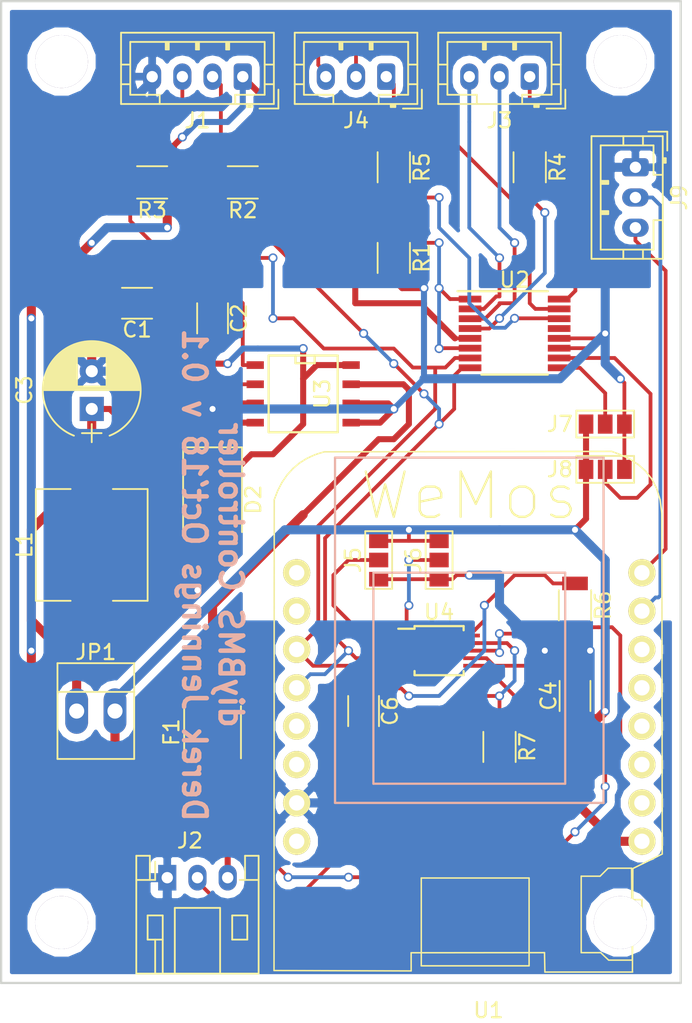
<source format=kicad_pcb>
(kicad_pcb (version 20171130) (host pcbnew 5.0.0)

  (general
    (thickness 1.6)
    (drawings 5)
    (tracks 424)
    (zones 0)
    (modules 33)
    (nets 41)
  )

  (page A4)
  (layers
    (0 F.Cu signal)
    (31 B.Cu signal)
    (32 B.Adhes user hide)
    (33 F.Adhes user hide)
    (34 B.Paste user)
    (35 F.Paste user)
    (36 B.SilkS user)
    (37 F.SilkS user)
    (38 B.Mask user)
    (39 F.Mask user)
    (40 Dwgs.User user hide)
    (41 Cmts.User user hide)
    (42 Eco1.User user hide)
    (43 Eco2.User user hide)
    (44 Edge.Cuts user)
    (45 Margin user hide)
    (46 B.CrtYd user hide)
    (47 F.CrtYd user hide)
    (48 B.Fab user hide)
    (49 F.Fab user hide)
  )

  (setup
    (last_trace_width 0.25)
    (user_trace_width 0.4)
    (user_trace_width 0.6)
    (user_trace_width 2)
    (trace_clearance 0.2)
    (zone_clearance 0.508)
    (zone_45_only no)
    (trace_min 0.2)
    (segment_width 0.2)
    (edge_width 0.15)
    (via_size 0.6)
    (via_drill 0.4)
    (via_min_size 0.4)
    (via_min_drill 0.3)
    (uvia_size 0.3)
    (uvia_drill 0.1)
    (uvias_allowed no)
    (uvia_min_size 0.2)
    (uvia_min_drill 0.1)
    (pcb_text_width 0.3)
    (pcb_text_size 1.5 1.5)
    (mod_edge_width 0.15)
    (mod_text_size 1 1)
    (mod_text_width 0.15)
    (pad_size 3.5 3.5)
    (pad_drill 3.5)
    (pad_to_mask_clearance 0.2)
    (aux_axis_origin 0 0)
    (visible_elements FFFFFF7F)
    (pcbplotparams
      (layerselection 0x010fc_ffffffff)
      (usegerberextensions false)
      (usegerberattributes true)
      (usegerberadvancedattributes false)
      (creategerberjobfile false)
      (excludeedgelayer false)
      (linewidth 0.100000)
      (plotframeref false)
      (viasonmask false)
      (mode 1)
      (useauxorigin false)
      (hpglpennumber 1)
      (hpglpenspeed 20)
      (hpglpendiameter 15.000000)
      (psnegative false)
      (psa4output false)
      (plotreference true)
      (plotvalue true)
      (plotinvisibletext false)
      (padsonsilk true)
      (subtractmaskfromsilk false)
      (outputformat 1)
      (mirror false)
      (drillshape 0)
      (scaleselection 1)
      (outputdirectory "Gerber/"))
  )

  (net 0 "")
  (net 1 "Net-(C3-Pad1)")
  (net 2 GND)
  (net 3 +BATT)
  (net 4 +3V3)
  (net 5 /SDA)
  (net 6 /SCL)
  (net 7 "Net-(J3-Pad1)")
  (net 8 "Net-(J3-Pad2)")
  (net 9 "Net-(J3-Pad3)")
  (net 10 "Net-(J4-Pad1)")
  (net 11 "Net-(J4-Pad2)")
  (net 12 "Net-(J4-Pad3)")
  (net 13 "Net-(J5-Pad2)")
  (net 14 "Net-(J6-Pad2)")
  (net 15 "Net-(J7-Pad2)")
  (net 16 "Net-(J8-Pad2)")
  (net 17 "Net-(C2-Pad2)")
  (net 18 "Net-(R1-Pad1)")
  (net 19 "Net-(U1-Pad8)")
  (net 20 "Net-(U1-Pad7)")
  (net 21 "Net-(U1-Pad4)")
  (net 22 "Net-(U1-Pad3)")
  (net 23 "Net-(U1-Pad15)")
  (net 24 "Net-(U1-Pad14)")
  (net 25 "Net-(U1-Pad13)")
  (net 26 "Net-(U1-Pad12)")
  (net 27 "Net-(U1-Pad11)")
  (net 28 "Net-(U2-Pad13)")
  (net 29 "Net-(C1-Pad1)")
  (net 30 "Net-(C2-Pad1)")
  (net 31 "Net-(J2-Pad2)")
  (net 32 "Net-(U4-Pad3)")
  (net 33 "Net-(R5-Pad2)")
  (net 34 "Net-(R4-Pad2)")
  (net 35 "Net-(U1-Pad1)")
  (net 36 "Net-(F1-Pad1)")
  (net 37 "Net-(C6-Pad1)")
  (net 38 "Net-(C6-Pad2)")
  (net 39 "Net-(J9-Pad2)")
  (net 40 "Net-(J9-Pad3)")

  (net_class Default "This is the default net class."
    (clearance 0.2)
    (trace_width 0.25)
    (via_dia 0.6)
    (via_drill 0.4)
    (uvia_dia 0.3)
    (uvia_drill 0.1)
    (add_net +3V3)
    (add_net +BATT)
    (add_net /SCL)
    (add_net /SDA)
    (add_net GND)
    (add_net "Net-(C1-Pad1)")
    (add_net "Net-(C2-Pad1)")
    (add_net "Net-(C2-Pad2)")
    (add_net "Net-(C3-Pad1)")
    (add_net "Net-(C6-Pad1)")
    (add_net "Net-(C6-Pad2)")
    (add_net "Net-(F1-Pad1)")
    (add_net "Net-(J2-Pad2)")
    (add_net "Net-(J3-Pad1)")
    (add_net "Net-(J3-Pad2)")
    (add_net "Net-(J3-Pad3)")
    (add_net "Net-(J4-Pad1)")
    (add_net "Net-(J4-Pad2)")
    (add_net "Net-(J4-Pad3)")
    (add_net "Net-(J5-Pad2)")
    (add_net "Net-(J6-Pad2)")
    (add_net "Net-(J7-Pad2)")
    (add_net "Net-(J8-Pad2)")
    (add_net "Net-(J9-Pad2)")
    (add_net "Net-(J9-Pad3)")
    (add_net "Net-(R1-Pad1)")
    (add_net "Net-(R4-Pad2)")
    (add_net "Net-(R5-Pad2)")
    (add_net "Net-(U1-Pad1)")
    (add_net "Net-(U1-Pad11)")
    (add_net "Net-(U1-Pad12)")
    (add_net "Net-(U1-Pad13)")
    (add_net "Net-(U1-Pad14)")
    (add_net "Net-(U1-Pad15)")
    (add_net "Net-(U1-Pad3)")
    (add_net "Net-(U1-Pad4)")
    (add_net "Net-(U1-Pad7)")
    (add_net "Net-(U1-Pad8)")
    (add_net "Net-(U2-Pad13)")
    (add_net "Net-(U4-Pad3)")
  )

  (module Package_SO:TSSOP-10_3x3mm_P0.5mm (layer F.Cu) (tedit 5A02F25C) (tstamp 5B6233EE)
    (at 179 98)
    (descr "TSSOP10: plastic thin shrink small outline package; 10 leads; body width 3 mm; (see NXP SSOP-TSSOP-VSO-REFLOW.pdf and sot552-1_po.pdf)")
    (tags "SSOP 0.5")
    (path /5B620763)
    (attr smd)
    (fp_text reference U4 (at 0 -2.55) (layer F.SilkS)
      (effects (font (size 1 1) (thickness 0.15)))
    )
    (fp_text value INA226 (at 0 2.55) (layer F.Fab)
      (effects (font (size 1 1) (thickness 0.15)))
    )
    (fp_text user %R (at 0 0) (layer F.Fab)
      (effects (font (size 0.6 0.6) (thickness 0.15)))
    )
    (fp_line (start -1.625 -1.45) (end -2.7 -1.45) (layer F.SilkS) (width 0.15))
    (fp_line (start -1.625 1.625) (end 1.625 1.625) (layer F.SilkS) (width 0.15))
    (fp_line (start -1.625 -1.625) (end 1.625 -1.625) (layer F.SilkS) (width 0.15))
    (fp_line (start -1.625 1.625) (end -1.625 1.35) (layer F.SilkS) (width 0.15))
    (fp_line (start 1.625 1.625) (end 1.625 1.35) (layer F.SilkS) (width 0.15))
    (fp_line (start 1.625 -1.625) (end 1.625 -1.35) (layer F.SilkS) (width 0.15))
    (fp_line (start -1.625 -1.625) (end -1.625 -1.45) (layer F.SilkS) (width 0.15))
    (fp_line (start -2.95 1.8) (end 2.95 1.8) (layer F.CrtYd) (width 0.05))
    (fp_line (start -2.95 -1.8) (end 2.95 -1.8) (layer F.CrtYd) (width 0.05))
    (fp_line (start 2.95 -1.8) (end 2.95 1.8) (layer F.CrtYd) (width 0.05))
    (fp_line (start -2.95 -1.8) (end -2.95 1.8) (layer F.CrtYd) (width 0.05))
    (fp_line (start -1.5 -0.5) (end -0.5 -1.5) (layer F.Fab) (width 0.15))
    (fp_line (start -1.5 1.5) (end -1.5 -0.5) (layer F.Fab) (width 0.15))
    (fp_line (start 1.5 1.5) (end -1.5 1.5) (layer F.Fab) (width 0.15))
    (fp_line (start 1.5 -1.5) (end 1.5 1.5) (layer F.Fab) (width 0.15))
    (fp_line (start -0.5 -1.5) (end 1.5 -1.5) (layer F.Fab) (width 0.15))
    (pad 10 smd rect (at 2.15 -1) (size 1.1 0.25) (layers F.Cu F.Paste F.Mask)
      (net 37 "Net-(C6-Pad1)"))
    (pad 9 smd rect (at 2.15 -0.5) (size 1.1 0.25) (layers F.Cu F.Paste F.Mask)
      (net 38 "Net-(C6-Pad2)"))
    (pad 8 smd rect (at 2.15 0) (size 1.1 0.25) (layers F.Cu F.Paste F.Mask)
      (net 3 +BATT))
    (pad 7 smd rect (at 2.15 0.5) (size 1.1 0.25) (layers F.Cu F.Paste F.Mask)
      (net 2 GND))
    (pad 6 smd rect (at 2.15 1) (size 1.1 0.25) (layers F.Cu F.Paste F.Mask)
      (net 4 +3V3))
    (pad 5 smd rect (at -2.15 1) (size 1.1 0.25) (layers F.Cu F.Paste F.Mask)
      (net 6 /SCL))
    (pad 4 smd rect (at -2.15 0.5) (size 1.1 0.25) (layers F.Cu F.Paste F.Mask)
      (net 5 /SDA))
    (pad 3 smd rect (at -2.15 0) (size 1.1 0.25) (layers F.Cu F.Paste F.Mask)
      (net 32 "Net-(U4-Pad3)"))
    (pad 2 smd rect (at -2.15 -0.5) (size 1.1 0.25) (layers F.Cu F.Paste F.Mask)
      (net 13 "Net-(J5-Pad2)"))
    (pad 1 smd rect (at -2.15 -1) (size 1.1 0.25) (layers F.Cu F.Paste F.Mask)
      (net 14 "Net-(J6-Pad2)"))
    (model ${KISYS3DMOD}/Package_SO.3dshapes/TSSOP-10_3x3mm_P0.5mm.wrl
      (at (xyz 0 0 0))
      (scale (xyz 1 1 1))
      (rotate (xyz 0 0 0))
    )
  )

  (module Package_SO:TSSOP-16_4.4x5mm_P0.65mm (layer F.Cu) (tedit 5A02F25C) (tstamp 5B6233CC)
    (at 184 77)
    (descr "16-Lead Plastic Thin Shrink Small Outline (ST)-4.4 mm Body [TSSOP] (see Microchip Packaging Specification 00000049BS.pdf)")
    (tags "SSOP 0.65")
    (path /5B61661A)
    (attr smd)
    (fp_text reference U2 (at 0 -3.55) (layer F.SilkS)
      (effects (font (size 1 1) (thickness 0.15)))
    )
    (fp_text value AD5242BRUZ10 (at 0 3.55) (layer F.Fab)
      (effects (font (size 1 1) (thickness 0.15)))
    )
    (fp_text user %R (at 0 0) (layer F.Fab)
      (effects (font (size 0.8 0.8) (thickness 0.15)))
    )
    (fp_line (start -3.775 -2.8) (end 2.2 -2.8) (layer F.SilkS) (width 0.15))
    (fp_line (start -2.2 2.725) (end 2.2 2.725) (layer F.SilkS) (width 0.15))
    (fp_line (start -3.95 2.8) (end 3.95 2.8) (layer F.CrtYd) (width 0.05))
    (fp_line (start -3.95 -2.9) (end 3.95 -2.9) (layer F.CrtYd) (width 0.05))
    (fp_line (start 3.95 -2.9) (end 3.95 2.8) (layer F.CrtYd) (width 0.05))
    (fp_line (start -3.95 -2.9) (end -3.95 2.8) (layer F.CrtYd) (width 0.05))
    (fp_line (start -2.2 -1.5) (end -1.2 -2.5) (layer F.Fab) (width 0.15))
    (fp_line (start -2.2 2.5) (end -2.2 -1.5) (layer F.Fab) (width 0.15))
    (fp_line (start 2.2 2.5) (end -2.2 2.5) (layer F.Fab) (width 0.15))
    (fp_line (start 2.2 -2.5) (end 2.2 2.5) (layer F.Fab) (width 0.15))
    (fp_line (start -1.2 -2.5) (end 2.2 -2.5) (layer F.Fab) (width 0.15))
    (pad 16 smd rect (at 2.95 -2.275) (size 1.5 0.45) (layers F.Cu F.Paste F.Mask)
      (net 12 "Net-(J4-Pad3)"))
    (pad 15 smd rect (at 2.95 -1.625) (size 1.5 0.45) (layers F.Cu F.Paste F.Mask)
      (net 11 "Net-(J4-Pad2)"))
    (pad 14 smd rect (at 2.95 -0.975) (size 1.5 0.45) (layers F.Cu F.Paste F.Mask)
      (net 33 "Net-(R5-Pad2)"))
    (pad 13 smd rect (at 2.95 -0.325) (size 1.5 0.45) (layers F.Cu F.Paste F.Mask)
      (net 28 "Net-(U2-Pad13)"))
    (pad 12 smd rect (at 2.95 0.325) (size 1.5 0.45) (layers F.Cu F.Paste F.Mask)
      (net 2 GND))
    (pad 11 smd rect (at 2.95 0.975) (size 1.5 0.45) (layers F.Cu F.Paste F.Mask)
      (net 2 GND))
    (pad 10 smd rect (at 2.95 1.625) (size 1.5 0.45) (layers F.Cu F.Paste F.Mask)
      (net 16 "Net-(J8-Pad2)"))
    (pad 9 smd rect (at 2.95 2.275) (size 1.5 0.45) (layers F.Cu F.Paste F.Mask)
      (net 15 "Net-(J7-Pad2)"))
    (pad 8 smd rect (at -2.95 2.275) (size 1.5 0.45) (layers F.Cu F.Paste F.Mask)
      (net 5 /SDA))
    (pad 7 smd rect (at -2.95 1.625) (size 1.5 0.45) (layers F.Cu F.Paste F.Mask)
      (net 6 /SCL))
    (pad 6 smd rect (at -2.95 0.975) (size 1.5 0.45) (layers F.Cu F.Paste F.Mask)
      (net 18 "Net-(R1-Pad1)"))
    (pad 5 smd rect (at -2.95 0.325) (size 1.5 0.45) (layers F.Cu F.Paste F.Mask)
      (net 4 +3V3))
    (pad 4 smd rect (at -2.95 -0.325) (size 1.5 0.45) (layers F.Cu F.Paste F.Mask)
      (net 34 "Net-(R4-Pad2)"))
    (pad 3 smd rect (at -2.95 -0.975) (size 1.5 0.45) (layers F.Cu F.Paste F.Mask)
      (net 8 "Net-(J3-Pad2)"))
    (pad 2 smd rect (at -2.95 -1.625) (size 1.5 0.45) (layers F.Cu F.Paste F.Mask)
      (net 9 "Net-(J3-Pad3)"))
    (pad 1 smd rect (at -2.95 -2.275) (size 1.5 0.45) (layers F.Cu F.Paste F.Mask)
      (net 18 "Net-(R1-Pad1)"))
    (model ${KISYS3DMOD}/Package_SO.3dshapes/TSSOP-16_4.4x5mm_P0.65mm.wrl
      (at (xyz 0 0 0))
      (scale (xyz 1 1 1))
      (rotate (xyz 0 0 0))
    )
  )

  (module Connector_JST:JST_PH_B3B-PH-K_1x03_P2.00mm_Vertical (layer F.Cu) (tedit 5BA21AD6) (tstamp 5B6232C6)
    (at 185 60 180)
    (descr "JST PH series connector, B3B-PH-K (http://www.jst-mfg.com/product/pdf/eng/ePH.pdf), generated with kicad-footprint-generator")
    (tags "connector JST PH side entry")
    (path /5B617D7F)
    (fp_text reference J3 (at 2 -2.9 180) (layer F.SilkS)
      (effects (font (size 1 1) (thickness 0.15)))
    )
    (fp_text value "Charge Ctl" (at 2 4 180) (layer F.Fab)
      (effects (font (size 1 1) (thickness 0.15)))
    )
    (fp_text user %R (at 2 1.5 180) (layer F.Fab)
      (effects (font (size 1 1) (thickness 0.15)))
    )
    (fp_line (start 6.45 -2.2) (end -2.45 -2.2) (layer F.CrtYd) (width 0.05))
    (fp_line (start 6.45 3.3) (end 6.45 -2.2) (layer F.CrtYd) (width 0.05))
    (fp_line (start -2.45 3.3) (end 6.45 3.3) (layer F.CrtYd) (width 0.05))
    (fp_line (start -2.45 -2.2) (end -2.45 3.3) (layer F.CrtYd) (width 0.05))
    (fp_line (start 5.95 -1.7) (end -1.95 -1.7) (layer F.Fab) (width 0.1))
    (fp_line (start 5.95 2.8) (end 5.95 -1.7) (layer F.Fab) (width 0.1))
    (fp_line (start -1.95 2.8) (end 5.95 2.8) (layer F.Fab) (width 0.1))
    (fp_line (start -1.95 -1.7) (end -1.95 2.8) (layer F.Fab) (width 0.1))
    (fp_line (start -2.36 -2.11) (end -2.36 -0.86) (layer F.Fab) (width 0.1))
    (fp_line (start -1.11 -2.11) (end -2.36 -2.11) (layer F.Fab) (width 0.1))
    (fp_line (start -2.36 -2.11) (end -2.36 -0.86) (layer F.SilkS) (width 0.12))
    (fp_line (start -1.11 -2.11) (end -2.36 -2.11) (layer F.SilkS) (width 0.12))
    (fp_line (start 3 2.3) (end 3 1.8) (layer F.SilkS) (width 0.12))
    (fp_line (start 3.1 1.8) (end 3.1 2.3) (layer F.SilkS) (width 0.12))
    (fp_line (start 2.9 1.8) (end 3.1 1.8) (layer F.SilkS) (width 0.12))
    (fp_line (start 2.9 2.3) (end 2.9 1.8) (layer F.SilkS) (width 0.12))
    (fp_line (start 1 2.3) (end 1 1.8) (layer F.SilkS) (width 0.12))
    (fp_line (start 1.1 1.8) (end 1.1 2.3) (layer F.SilkS) (width 0.12))
    (fp_line (start 0.9 1.8) (end 1.1 1.8) (layer F.SilkS) (width 0.12))
    (fp_line (start 0.9 2.3) (end 0.9 1.8) (layer F.SilkS) (width 0.12))
    (fp_line (start 6.06 0.8) (end 5.45 0.8) (layer F.SilkS) (width 0.12))
    (fp_line (start 6.06 -0.5) (end 5.45 -0.5) (layer F.SilkS) (width 0.12))
    (fp_line (start -2.06 0.8) (end -1.45 0.8) (layer F.SilkS) (width 0.12))
    (fp_line (start -2.06 -0.5) (end -1.45 -0.5) (layer F.SilkS) (width 0.12))
    (fp_line (start 3.5 -1.2) (end 3.5 -1.81) (layer F.SilkS) (width 0.12))
    (fp_line (start 5.45 -1.2) (end 3.5 -1.2) (layer F.SilkS) (width 0.12))
    (fp_line (start 5.45 2.3) (end 5.45 -1.2) (layer F.SilkS) (width 0.12))
    (fp_line (start -1.45 2.3) (end 5.45 2.3) (layer F.SilkS) (width 0.12))
    (fp_line (start -1.45 -1.2) (end -1.45 2.3) (layer F.SilkS) (width 0.12))
    (fp_line (start 0.5 -1.2) (end -1.45 -1.2) (layer F.SilkS) (width 0.12))
    (fp_line (start 0.5 -1.81) (end 0.5 -1.2) (layer F.SilkS) (width 0.12))
    (fp_line (start -0.3 -1.91) (end -0.6 -1.91) (layer F.SilkS) (width 0.12))
    (fp_line (start -0.6 -2.01) (end -0.6 -1.81) (layer F.SilkS) (width 0.12))
    (fp_line (start -0.3 -2.01) (end -0.6 -2.01) (layer F.SilkS) (width 0.12))
    (fp_line (start -0.3 -1.81) (end -0.3 -2.01) (layer F.SilkS) (width 0.12))
    (fp_line (start 6.06 -1.81) (end -2.06 -1.81) (layer F.SilkS) (width 0.12))
    (fp_line (start 6.06 2.91) (end 6.06 -1.81) (layer F.SilkS) (width 0.12))
    (fp_line (start -2.06 2.91) (end 6.06 2.91) (layer F.SilkS) (width 0.12))
    (fp_line (start -2.06 -1.81) (end -2.06 2.91) (layer F.SilkS) (width 0.12))
    (pad 3 thru_hole oval (at 4 0 180) (size 1.2 1.75) (drill 0.75) (layers *.Cu *.Mask)
      (net 9 "Net-(J3-Pad3)"))
    (pad 2 thru_hole oval (at 2 0 180) (size 1.2 1.75) (drill 0.75) (layers *.Cu *.Mask)
      (net 8 "Net-(J3-Pad2)"))
    (pad 1 thru_hole roundrect (at 0 0 180) (size 1.2 1.75) (drill 0.75) (layers *.Cu *.Mask) (roundrect_rratio 0.208333)
      (net 7 "Net-(J3-Pad1)"))
    (model ${KISYS3DMOD}/Connector_JST.3dshapes/JST_PH_B3B-PH-K_1x03_P2.00mm_Vertical.wrl
      (at (xyz 0 0 0))
      (scale (xyz 1 1 1))
      (rotate (xyz 0 0 0))
    )
  )

  (module Connector_JST:JST_PH_B3B-PH-K_1x03_P2.00mm_Vertical (layer F.Cu) (tedit 5BA21ABB) (tstamp 5B6232F6)
    (at 175.5 60 180)
    (descr "JST PH series connector, B3B-PH-K (http://www.jst-mfg.com/product/pdf/eng/ePH.pdf), generated with kicad-footprint-generator")
    (tags "connector JST PH side entry")
    (path /5B617E10)
    (fp_text reference J4 (at 2 -2.9 180) (layer F.SilkS)
      (effects (font (size 1 1) (thickness 0.15)))
    )
    (fp_text value "Inv Power" (at 2 4 180) (layer F.Fab)
      (effects (font (size 1 1) (thickness 0.15)))
    )
    (fp_text user %R (at 2 1.5 180) (layer F.Fab)
      (effects (font (size 1 1) (thickness 0.15)))
    )
    (fp_line (start 6.45 -2.2) (end -2.45 -2.2) (layer F.CrtYd) (width 0.05))
    (fp_line (start 6.45 3.3) (end 6.45 -2.2) (layer F.CrtYd) (width 0.05))
    (fp_line (start -2.45 3.3) (end 6.45 3.3) (layer F.CrtYd) (width 0.05))
    (fp_line (start -2.45 -2.2) (end -2.45 3.3) (layer F.CrtYd) (width 0.05))
    (fp_line (start 5.95 -1.7) (end -1.95 -1.7) (layer F.Fab) (width 0.1))
    (fp_line (start 5.95 2.8) (end 5.95 -1.7) (layer F.Fab) (width 0.1))
    (fp_line (start -1.95 2.8) (end 5.95 2.8) (layer F.Fab) (width 0.1))
    (fp_line (start -1.95 -1.7) (end -1.95 2.8) (layer F.Fab) (width 0.1))
    (fp_line (start -2.36 -2.11) (end -2.36 -0.86) (layer F.Fab) (width 0.1))
    (fp_line (start -1.11 -2.11) (end -2.36 -2.11) (layer F.Fab) (width 0.1))
    (fp_line (start -2.36 -2.11) (end -2.36 -0.86) (layer F.SilkS) (width 0.12))
    (fp_line (start -1.11 -2.11) (end -2.36 -2.11) (layer F.SilkS) (width 0.12))
    (fp_line (start 3 2.3) (end 3 1.8) (layer F.SilkS) (width 0.12))
    (fp_line (start 3.1 1.8) (end 3.1 2.3) (layer F.SilkS) (width 0.12))
    (fp_line (start 2.9 1.8) (end 3.1 1.8) (layer F.SilkS) (width 0.12))
    (fp_line (start 2.9 2.3) (end 2.9 1.8) (layer F.SilkS) (width 0.12))
    (fp_line (start 1 2.3) (end 1 1.8) (layer F.SilkS) (width 0.12))
    (fp_line (start 1.1 1.8) (end 1.1 2.3) (layer F.SilkS) (width 0.12))
    (fp_line (start 0.9 1.8) (end 1.1 1.8) (layer F.SilkS) (width 0.12))
    (fp_line (start 0.9 2.3) (end 0.9 1.8) (layer F.SilkS) (width 0.12))
    (fp_line (start 6.06 0.8) (end 5.45 0.8) (layer F.SilkS) (width 0.12))
    (fp_line (start 6.06 -0.5) (end 5.45 -0.5) (layer F.SilkS) (width 0.12))
    (fp_line (start -2.06 0.8) (end -1.45 0.8) (layer F.SilkS) (width 0.12))
    (fp_line (start -2.06 -0.5) (end -1.45 -0.5) (layer F.SilkS) (width 0.12))
    (fp_line (start 3.5 -1.2) (end 3.5 -1.81) (layer F.SilkS) (width 0.12))
    (fp_line (start 5.45 -1.2) (end 3.5 -1.2) (layer F.SilkS) (width 0.12))
    (fp_line (start 5.45 2.3) (end 5.45 -1.2) (layer F.SilkS) (width 0.12))
    (fp_line (start -1.45 2.3) (end 5.45 2.3) (layer F.SilkS) (width 0.12))
    (fp_line (start -1.45 -1.2) (end -1.45 2.3) (layer F.SilkS) (width 0.12))
    (fp_line (start 0.5 -1.2) (end -1.45 -1.2) (layer F.SilkS) (width 0.12))
    (fp_line (start 0.5 -1.81) (end 0.5 -1.2) (layer F.SilkS) (width 0.12))
    (fp_line (start -0.3 -1.91) (end -0.6 -1.91) (layer F.SilkS) (width 0.12))
    (fp_line (start -0.6 -2.01) (end -0.6 -1.81) (layer F.SilkS) (width 0.12))
    (fp_line (start -0.3 -2.01) (end -0.6 -2.01) (layer F.SilkS) (width 0.12))
    (fp_line (start -0.3 -1.81) (end -0.3 -2.01) (layer F.SilkS) (width 0.12))
    (fp_line (start 6.06 -1.81) (end -2.06 -1.81) (layer F.SilkS) (width 0.12))
    (fp_line (start 6.06 2.91) (end 6.06 -1.81) (layer F.SilkS) (width 0.12))
    (fp_line (start -2.06 2.91) (end 6.06 2.91) (layer F.SilkS) (width 0.12))
    (fp_line (start -2.06 -1.81) (end -2.06 2.91) (layer F.SilkS) (width 0.12))
    (pad 3 thru_hole oval (at 4 0 180) (size 1.2 1.75) (drill 0.75) (layers *.Cu *.Mask)
      (net 12 "Net-(J4-Pad3)"))
    (pad 2 thru_hole oval (at 2 0 180) (size 1.2 1.75) (drill 0.75) (layers *.Cu *.Mask)
      (net 11 "Net-(J4-Pad2)"))
    (pad 1 thru_hole roundrect (at 0 0 180) (size 1.2 1.75) (drill 0.75) (layers *.Cu *.Mask) (roundrect_rratio 0.208333)
      (net 10 "Net-(J4-Pad1)"))
    (model ${KISYS3DMOD}/Connector_JST.3dshapes/JST_PH_B3B-PH-K_1x03_P2.00mm_Vertical.wrl
      (at (xyz 0 0 0))
      (scale (xyz 1 1 1))
      (rotate (xyz 0 0 0))
    )
  )

  (module Connector_JST:JST_PH_B4B-PH-K_1x04_P2.00mm_Vertical (layer F.Cu) (tedit 5BA21AA7) (tstamp 5B623296)
    (at 166 60 180)
    (descr "JST PH series connector, B4B-PH-K (http://www.jst-mfg.com/product/pdf/eng/ePH.pdf), generated with kicad-footprint-generator")
    (tags "connector JST PH side entry")
    (path /5B615F3B)
    (fp_text reference J1 (at 3 -2.9 180) (layer F.SilkS)
      (effects (font (size 1 1) (thickness 0.15)))
    )
    (fp_text value I2C (at 3 4 180) (layer F.Fab)
      (effects (font (size 1 1) (thickness 0.15)))
    )
    (fp_text user %R (at 3 1.5 180) (layer F.Fab)
      (effects (font (size 1 1) (thickness 0.15)))
    )
    (fp_line (start 8.45 -2.2) (end -2.45 -2.2) (layer F.CrtYd) (width 0.05))
    (fp_line (start 8.45 3.3) (end 8.45 -2.2) (layer F.CrtYd) (width 0.05))
    (fp_line (start -2.45 3.3) (end 8.45 3.3) (layer F.CrtYd) (width 0.05))
    (fp_line (start -2.45 -2.2) (end -2.45 3.3) (layer F.CrtYd) (width 0.05))
    (fp_line (start 7.95 -1.7) (end -1.95 -1.7) (layer F.Fab) (width 0.1))
    (fp_line (start 7.95 2.8) (end 7.95 -1.7) (layer F.Fab) (width 0.1))
    (fp_line (start -1.95 2.8) (end 7.95 2.8) (layer F.Fab) (width 0.1))
    (fp_line (start -1.95 -1.7) (end -1.95 2.8) (layer F.Fab) (width 0.1))
    (fp_line (start -2.36 -2.11) (end -2.36 -0.86) (layer F.Fab) (width 0.1))
    (fp_line (start -1.11 -2.11) (end -2.36 -2.11) (layer F.Fab) (width 0.1))
    (fp_line (start -2.36 -2.11) (end -2.36 -0.86) (layer F.SilkS) (width 0.12))
    (fp_line (start -1.11 -2.11) (end -2.36 -2.11) (layer F.SilkS) (width 0.12))
    (fp_line (start 5 2.3) (end 5 1.8) (layer F.SilkS) (width 0.12))
    (fp_line (start 5.1 1.8) (end 5.1 2.3) (layer F.SilkS) (width 0.12))
    (fp_line (start 4.9 1.8) (end 5.1 1.8) (layer F.SilkS) (width 0.12))
    (fp_line (start 4.9 2.3) (end 4.9 1.8) (layer F.SilkS) (width 0.12))
    (fp_line (start 3 2.3) (end 3 1.8) (layer F.SilkS) (width 0.12))
    (fp_line (start 3.1 1.8) (end 3.1 2.3) (layer F.SilkS) (width 0.12))
    (fp_line (start 2.9 1.8) (end 3.1 1.8) (layer F.SilkS) (width 0.12))
    (fp_line (start 2.9 2.3) (end 2.9 1.8) (layer F.SilkS) (width 0.12))
    (fp_line (start 1 2.3) (end 1 1.8) (layer F.SilkS) (width 0.12))
    (fp_line (start 1.1 1.8) (end 1.1 2.3) (layer F.SilkS) (width 0.12))
    (fp_line (start 0.9 1.8) (end 1.1 1.8) (layer F.SilkS) (width 0.12))
    (fp_line (start 0.9 2.3) (end 0.9 1.8) (layer F.SilkS) (width 0.12))
    (fp_line (start 8.06 0.8) (end 7.45 0.8) (layer F.SilkS) (width 0.12))
    (fp_line (start 8.06 -0.5) (end 7.45 -0.5) (layer F.SilkS) (width 0.12))
    (fp_line (start -2.06 0.8) (end -1.45 0.8) (layer F.SilkS) (width 0.12))
    (fp_line (start -2.06 -0.5) (end -1.45 -0.5) (layer F.SilkS) (width 0.12))
    (fp_line (start 5.5 -1.2) (end 5.5 -1.81) (layer F.SilkS) (width 0.12))
    (fp_line (start 7.45 -1.2) (end 5.5 -1.2) (layer F.SilkS) (width 0.12))
    (fp_line (start 7.45 2.3) (end 7.45 -1.2) (layer F.SilkS) (width 0.12))
    (fp_line (start -1.45 2.3) (end 7.45 2.3) (layer F.SilkS) (width 0.12))
    (fp_line (start -1.45 -1.2) (end -1.45 2.3) (layer F.SilkS) (width 0.12))
    (fp_line (start 0.5 -1.2) (end -1.45 -1.2) (layer F.SilkS) (width 0.12))
    (fp_line (start 0.5 -1.81) (end 0.5 -1.2) (layer F.SilkS) (width 0.12))
    (fp_line (start -0.3 -1.91) (end -0.6 -1.91) (layer F.SilkS) (width 0.12))
    (fp_line (start -0.6 -2.01) (end -0.6 -1.81) (layer F.SilkS) (width 0.12))
    (fp_line (start -0.3 -2.01) (end -0.6 -2.01) (layer F.SilkS) (width 0.12))
    (fp_line (start -0.3 -1.81) (end -0.3 -2.01) (layer F.SilkS) (width 0.12))
    (fp_line (start 8.06 -1.81) (end -2.06 -1.81) (layer F.SilkS) (width 0.12))
    (fp_line (start 8.06 2.91) (end 8.06 -1.81) (layer F.SilkS) (width 0.12))
    (fp_line (start -2.06 2.91) (end 8.06 2.91) (layer F.SilkS) (width 0.12))
    (fp_line (start -2.06 -1.81) (end -2.06 2.91) (layer F.SilkS) (width 0.12))
    (pad 4 thru_hole oval (at 6 0 180) (size 1.2 1.75) (drill 0.75) (layers *.Cu *.Mask)
      (net 2 GND))
    (pad 3 thru_hole oval (at 4 0 180) (size 1.2 1.75) (drill 0.75) (layers *.Cu *.Mask)
      (net 6 /SCL))
    (pad 2 thru_hole oval (at 2 0 180) (size 1.2 1.75) (drill 0.75) (layers *.Cu *.Mask)
      (net 5 /SDA))
    (pad 1 thru_hole roundrect (at 0 0 180) (size 1.2 1.75) (drill 0.75) (layers *.Cu *.Mask) (roundrect_rratio 0.208333)
      (net 4 +3V3))
    (model ${KISYS3DMOD}/Connector_JST.3dshapes/JST_PH_B4B-PH-K_1x04_P2.00mm_Vertical.wrl
      (at (xyz 0 0 0))
      (scale (xyz 1 1 1))
      (rotate (xyz 0 0 0))
    )
  )

  (module Resistors_SMD:R_1206 (layer F.Cu) (tedit 58E0A804) (tstamp 5BA5ADF6)
    (at 183 104.374779 270)
    (descr "Resistor SMD 1206, reflow soldering, Vishay (see dcrcw.pdf)")
    (tags "resistor 1206")
    (path /5BA1F730)
    (attr smd)
    (fp_text reference R7 (at 0 -1.85 270) (layer F.SilkS)
      (effects (font (size 1 1) (thickness 0.15)))
    )
    (fp_text value 10R (at 0 1.95 270) (layer F.Fab)
      (effects (font (size 1 1) (thickness 0.15)))
    )
    (fp_text user %R (at 0 0 270) (layer F.Fab)
      (effects (font (size 0.7 0.7) (thickness 0.105)))
    )
    (fp_line (start -1.6 0.8) (end -1.6 -0.8) (layer F.Fab) (width 0.1))
    (fp_line (start 1.6 0.8) (end -1.6 0.8) (layer F.Fab) (width 0.1))
    (fp_line (start 1.6 -0.8) (end 1.6 0.8) (layer F.Fab) (width 0.1))
    (fp_line (start -1.6 -0.8) (end 1.6 -0.8) (layer F.Fab) (width 0.1))
    (fp_line (start 1 1.07) (end -1 1.07) (layer F.SilkS) (width 0.12))
    (fp_line (start -1 -1.07) (end 1 -1.07) (layer F.SilkS) (width 0.12))
    (fp_line (start -2.15 -1.11) (end 2.15 -1.11) (layer F.CrtYd) (width 0.05))
    (fp_line (start -2.15 -1.11) (end -2.15 1.1) (layer F.CrtYd) (width 0.05))
    (fp_line (start 2.15 1.1) (end 2.15 -1.11) (layer F.CrtYd) (width 0.05))
    (fp_line (start 2.15 1.1) (end -2.15 1.1) (layer F.CrtYd) (width 0.05))
    (pad 1 smd rect (at -1.45 0 270) (size 0.9 1.7) (layers F.Cu F.Paste F.Mask)
      (net 38 "Net-(C6-Pad2)"))
    (pad 2 smd rect (at 1.45 0 270) (size 0.9 1.7) (layers F.Cu F.Paste F.Mask)
      (net 31 "Net-(J2-Pad2)"))
    (model ${KISYS3DMOD}/Resistors_SMD.3dshapes/R_1206.wrl
      (at (xyz 0 0 0))
      (scale (xyz 1 1 1))
      (rotate (xyz 0 0 0))
    )
  )

  (module Resistors_SMD:R_1206 (layer F.Cu) (tedit 58E0A804) (tstamp 5BA5AD39)
    (at 188 95 270)
    (descr "Resistor SMD 1206, reflow soldering, Vishay (see dcrcw.pdf)")
    (tags "resistor 1206")
    (path /5BA1F4A2)
    (attr smd)
    (fp_text reference R6 (at 0 -1.85 270) (layer F.SilkS)
      (effects (font (size 1 1) (thickness 0.15)))
    )
    (fp_text value 10R (at 0 1.95 270) (layer F.Fab)
      (effects (font (size 1 1) (thickness 0.15)))
    )
    (fp_line (start 2.15 1.1) (end -2.15 1.1) (layer F.CrtYd) (width 0.05))
    (fp_line (start 2.15 1.1) (end 2.15 -1.11) (layer F.CrtYd) (width 0.05))
    (fp_line (start -2.15 -1.11) (end -2.15 1.1) (layer F.CrtYd) (width 0.05))
    (fp_line (start -2.15 -1.11) (end 2.15 -1.11) (layer F.CrtYd) (width 0.05))
    (fp_line (start -1 -1.07) (end 1 -1.07) (layer F.SilkS) (width 0.12))
    (fp_line (start 1 1.07) (end -1 1.07) (layer F.SilkS) (width 0.12))
    (fp_line (start -1.6 -0.8) (end 1.6 -0.8) (layer F.Fab) (width 0.1))
    (fp_line (start 1.6 -0.8) (end 1.6 0.8) (layer F.Fab) (width 0.1))
    (fp_line (start 1.6 0.8) (end -1.6 0.8) (layer F.Fab) (width 0.1))
    (fp_line (start -1.6 0.8) (end -1.6 -0.8) (layer F.Fab) (width 0.1))
    (fp_text user %R (at 0 0 270) (layer F.Fab)
      (effects (font (size 0.7 0.7) (thickness 0.105)))
    )
    (pad 2 smd rect (at 1.45 0 270) (size 0.9 1.7) (layers F.Cu F.Paste F.Mask)
      (net 3 +BATT))
    (pad 1 smd rect (at -1.45 0 270) (size 0.9 1.7) (layers F.Cu F.Paste F.Mask)
      (net 37 "Net-(C6-Pad1)"))
    (model ${KISYS3DMOD}/Resistors_SMD.3dshapes/R_1206.wrl
      (at (xyz 0 0 0))
      (scale (xyz 1 1 1))
      (rotate (xyz 0 0 0))
    )
  )

  (module wemos_d1_mini:D1_mini_board (layer F.Cu) (tedit 5766F65E) (tstamp 5B6233B1)
    (at 181 103)
    (path /5B614C1E)
    (fp_text reference U1 (at 1.27 18.81) (layer F.SilkS)
      (effects (font (size 1 1) (thickness 0.15)))
    )
    (fp_text value WeMos_mini (at 1.27 -19.05) (layer F.Fab)
      (effects (font (size 1 1) (thickness 0.15)))
    )
    (fp_text user WeMos (at 0 -15.24) (layer F.SilkS)
      (effects (font (size 3 3) (thickness 0.15)))
    )
    (fp_line (start -6.35 3.81) (end -6.35 -10.16) (layer B.SilkS) (width 0.15))
    (fp_line (start -6.35 -10.16) (end 6.35 -10.16) (layer B.SilkS) (width 0.15))
    (fp_line (start 6.35 -10.16) (end 6.35 3.81) (layer B.SilkS) (width 0.15))
    (fp_line (start 6.35 3.81) (end -6.35 3.81) (layer B.SilkS) (width 0.15))
    (fp_line (start -8.89 5.08) (end 8.89 5.08) (layer B.SilkS) (width 0.15))
    (fp_line (start 8.89 5.08) (end 8.89 -17.78) (layer B.SilkS) (width 0.15))
    (fp_line (start 8.89 -17.78) (end -8.89 -17.78) (layer B.SilkS) (width 0.15))
    (fp_line (start -8.89 -17.78) (end -8.89 5.08) (layer B.SilkS) (width 0.15))
    (fp_line (start 10.817472 16.277228) (end 5.00618 16.277228) (layer F.SilkS) (width 0.1))
    (fp_line (start 5.00618 16.277228) (end 4.979849 14.993795) (layer F.SilkS) (width 0.1))
    (fp_line (start 4.979849 14.993795) (end -3.851373 15.000483) (layer F.SilkS) (width 0.1))
    (fp_line (start -3.851373 15.000483) (end -3.849397 16.202736) (layer F.SilkS) (width 0.1))
    (fp_line (start -3.849397 16.202736) (end -12.930193 16.176658) (layer F.SilkS) (width 0.1))
    (fp_line (start -12.930193 16.176658) (end -12.916195 -14.993493) (layer F.SilkS) (width 0.1))
    (fp_line (start -12.916195 -14.993493) (end -12.683384 -15.596286) (layer F.SilkS) (width 0.1))
    (fp_line (start -12.683384 -15.596286) (end -12.399901 -16.141167) (layer F.SilkS) (width 0.1))
    (fp_line (start -12.399901 -16.141167) (end -12.065253 -16.627577) (layer F.SilkS) (width 0.1))
    (fp_line (start -12.065253 -16.627577) (end -11.678953 -17.054952) (layer F.SilkS) (width 0.1))
    (fp_line (start -11.678953 -17.054952) (end -11.240512 -17.422741) (layer F.SilkS) (width 0.1))
    (fp_line (start -11.240512 -17.422741) (end -10.74944 -17.730377) (layer F.SilkS) (width 0.1))
    (fp_line (start -10.74944 -17.730377) (end -10.20525 -17.97731) (layer F.SilkS) (width 0.1))
    (fp_line (start -10.20525 -17.97731) (end -9.607453 -18.162976) (layer F.SilkS) (width 0.1))
    (fp_line (start -9.607453 -18.162976) (end 9.43046 -18.191734) (layer F.SilkS) (width 0.1))
    (fp_line (start 9.43046 -18.191734) (end 10.049824 -17.957741) (layer F.SilkS) (width 0.1))
    (fp_line (start 10.049824 -17.957741) (end 10.638018 -17.673258) (layer F.SilkS) (width 0.1))
    (fp_line (start 10.638018 -17.673258) (end 11.181445 -17.323743) (layer F.SilkS) (width 0.1))
    (fp_line (start 11.181445 -17.323743) (end 11.666503 -16.894658) (layer F.SilkS) (width 0.1))
    (fp_line (start 11.666503 -16.894658) (end 12.079595 -16.37146) (layer F.SilkS) (width 0.1))
    (fp_line (start 12.079595 -16.37146) (end 12.407122 -15.739613) (layer F.SilkS) (width 0.1))
    (fp_line (start 12.407122 -15.739613) (end 12.635482 -14.984575) (layer F.SilkS) (width 0.1))
    (fp_line (start 12.635482 -14.984575) (end 12.751078 -14.091807) (layer F.SilkS) (width 0.1))
    (fp_line (start 12.751078 -14.091807) (end 12.776026 8.463285) (layer F.SilkS) (width 0.1))
    (fp_line (start 12.776026 8.463285) (end 10.83248 9.424181) (layer F.SilkS) (width 0.1))
    (fp_line (start 10.83248 9.424181) (end 10.802686 16.232524) (layer F.SilkS) (width 0.1))
    (fp_line (start -3.17965 10.051451) (end 3.959931 10.051451) (layer F.SilkS) (width 0.1))
    (fp_line (start 3.959931 10.051451) (end 3.959931 15.865188) (layer F.SilkS) (width 0.1))
    (fp_line (start 3.959931 15.865188) (end -3.17965 15.865188) (layer F.SilkS) (width 0.1))
    (fp_line (start -3.17965 15.865188) (end -3.17965 10.051451) (layer F.SilkS) (width 0.1))
    (fp_line (start 10.7436 9.402349) (end 9.191378 9.402349) (layer F.SilkS) (width 0.1))
    (fp_line (start 9.191378 9.402349) (end 8.662211 9.931515) (layer F.SilkS) (width 0.1))
    (fp_line (start 8.662211 9.931515) (end 7.40985 9.931515) (layer F.SilkS) (width 0.1))
    (fp_line (start 7.40985 9.931515) (end 7.40985 14.993876) (layer F.SilkS) (width 0.1))
    (fp_line (start 7.40985 14.993876) (end 8.697489 14.993876) (layer F.SilkS) (width 0.1))
    (fp_line (start 8.697489 14.993876) (end 9.226656 15.487765) (layer F.SilkS) (width 0.1))
    (fp_line (start 9.226656 15.487765) (end 10.796517 15.487765) (layer F.SilkS) (width 0.1))
    (fp_line (start 10.796517 15.487765) (end 10.7436 9.402349) (layer F.SilkS) (width 0.1))
    (fp_line (start 10.778878 11.483738) (end 11.431517 11.483738) (layer F.SilkS) (width 0.1))
    (fp_line (start 11.431517 11.483738) (end 11.431517 13.476932) (layer F.SilkS) (width 0.1))
    (fp_line (start 11.431517 13.476932) (end 10.814156 13.476932) (layer F.SilkS) (width 0.1))
    (pad 8 thru_hole circle (at -11.43 -10.16) (size 1.8 1.8) (drill 1.016) (layers *.Cu *.Mask F.SilkS)
      (net 19 "Net-(U1-Pad8)"))
    (pad 7 thru_hole circle (at -11.43 -7.62) (size 1.8 1.8) (drill 1.016) (layers *.Cu *.Mask F.SilkS)
      (net 20 "Net-(U1-Pad7)"))
    (pad 6 thru_hole circle (at -11.43 -5.08) (size 1.8 1.8) (drill 1.016) (layers *.Cu *.Mask F.SilkS)
      (net 6 /SCL))
    (pad 5 thru_hole circle (at -11.43 -2.54) (size 1.8 1.8) (drill 1.016) (layers *.Cu *.Mask F.SilkS)
      (net 5 /SDA))
    (pad 4 thru_hole circle (at -11.43 0) (size 1.8 1.8) (drill 1.016) (layers *.Cu *.Mask F.SilkS)
      (net 21 "Net-(U1-Pad4)"))
    (pad 3 thru_hole circle (at -11.43 2.54) (size 1.8 1.8) (drill 1.016) (layers *.Cu *.Mask F.SilkS)
      (net 22 "Net-(U1-Pad3)"))
    (pad 2 thru_hole circle (at -11.43 5.08) (size 1.8 1.8) (drill 1.016) (layers *.Cu *.Mask F.SilkS)
      (net 2 GND))
    (pad 1 thru_hole circle (at -11.43 7.62) (size 1.8 1.8) (drill 1.016) (layers *.Cu *.Mask F.SilkS)
      (net 35 "Net-(U1-Pad1)"))
    (pad 16 thru_hole circle (at 11.43 7.62) (size 1.8 1.8) (drill 1.016) (layers *.Cu *.Mask F.SilkS)
      (net 4 +3V3))
    (pad 15 thru_hole circle (at 11.43 5.08) (size 1.8 1.8) (drill 1.016) (layers *.Cu *.Mask F.SilkS)
      (net 23 "Net-(U1-Pad15)"))
    (pad 14 thru_hole circle (at 11.43 2.54) (size 1.8 1.8) (drill 1.016) (layers *.Cu *.Mask F.SilkS)
      (net 24 "Net-(U1-Pad14)"))
    (pad 13 thru_hole circle (at 11.43 0) (size 1.8 1.8) (drill 1.016) (layers *.Cu *.Mask F.SilkS)
      (net 25 "Net-(U1-Pad13)"))
    (pad 12 thru_hole circle (at 11.43 -2.54) (size 1.8 1.8) (drill 1.016) (layers *.Cu *.Mask F.SilkS)
      (net 26 "Net-(U1-Pad12)"))
    (pad 11 thru_hole circle (at 11.43 -5.08) (size 1.8 1.8) (drill 1.016) (layers *.Cu *.Mask F.SilkS)
      (net 27 "Net-(U1-Pad11)"))
    (pad 10 thru_hole circle (at 11.43 -7.62) (size 1.8 1.8) (drill 1.016) (layers *.Cu *.Mask F.SilkS)
      (net 39 "Net-(J9-Pad2)"))
    (pad 9 thru_hole circle (at 11.43 -10.16) (size 1.8 1.8) (drill 1.016) (layers *.Cu *.Mask F.SilkS)
      (net 40 "Net-(J9-Pad3)"))
  )

  (module Capacitors_THT:CP_Radial_D6.3mm_P2.50mm (layer F.Cu) (tedit 597BC7C2) (tstamp 5BA18D07)
    (at 156 82 90)
    (descr "CP, Radial series, Radial, pin pitch=2.50mm, , diameter=6.3mm, Electrolytic Capacitor")
    (tags "CP Radial series Radial pin pitch 2.50mm  diameter 6.3mm Electrolytic Capacitor")
    (path /5B61D65D)
    (fp_text reference C3 (at 1.25 -4.46 90) (layer F.SilkS)
      (effects (font (size 1 1) (thickness 0.15)))
    )
    (fp_text value 33uF (at 1.25 4.46 90) (layer F.Fab)
      (effects (font (size 1 1) (thickness 0.15)))
    )
    (fp_text user %R (at 1.27 1.27 90) (layer F.Fab)
      (effects (font (size 1 1) (thickness 0.15)))
    )
    (fp_line (start 4.75 -3.5) (end -2.25 -3.5) (layer F.CrtYd) (width 0.05))
    (fp_line (start 4.75 3.5) (end 4.75 -3.5) (layer F.CrtYd) (width 0.05))
    (fp_line (start -2.25 3.5) (end 4.75 3.5) (layer F.CrtYd) (width 0.05))
    (fp_line (start -2.25 -3.5) (end -2.25 3.5) (layer F.CrtYd) (width 0.05))
    (fp_line (start -1.6 -0.65) (end -1.6 0.65) (layer F.SilkS) (width 0.12))
    (fp_line (start -2.2 0) (end -1 0) (layer F.SilkS) (width 0.12))
    (fp_line (start 4.451 -0.468) (end 4.451 0.468) (layer F.SilkS) (width 0.12))
    (fp_line (start 4.411 -0.676) (end 4.411 0.676) (layer F.SilkS) (width 0.12))
    (fp_line (start 4.371 -0.834) (end 4.371 0.834) (layer F.SilkS) (width 0.12))
    (fp_line (start 4.331 -0.966) (end 4.331 0.966) (layer F.SilkS) (width 0.12))
    (fp_line (start 4.291 -1.081) (end 4.291 1.081) (layer F.SilkS) (width 0.12))
    (fp_line (start 4.251 -1.184) (end 4.251 1.184) (layer F.SilkS) (width 0.12))
    (fp_line (start 4.211 -1.278) (end 4.211 1.278) (layer F.SilkS) (width 0.12))
    (fp_line (start 4.171 -1.364) (end 4.171 1.364) (layer F.SilkS) (width 0.12))
    (fp_line (start 4.131 -1.445) (end 4.131 1.445) (layer F.SilkS) (width 0.12))
    (fp_line (start 4.091 -1.52) (end 4.091 1.52) (layer F.SilkS) (width 0.12))
    (fp_line (start 4.051 -1.591) (end 4.051 1.591) (layer F.SilkS) (width 0.12))
    (fp_line (start 4.011 -1.658) (end 4.011 1.658) (layer F.SilkS) (width 0.12))
    (fp_line (start 3.971 -1.721) (end 3.971 1.721) (layer F.SilkS) (width 0.12))
    (fp_line (start 3.931 -1.781) (end 3.931 1.781) (layer F.SilkS) (width 0.12))
    (fp_line (start 3.891 -1.839) (end 3.891 1.839) (layer F.SilkS) (width 0.12))
    (fp_line (start 3.851 -1.894) (end 3.851 1.894) (layer F.SilkS) (width 0.12))
    (fp_line (start 3.811 -1.946) (end 3.811 1.946) (layer F.SilkS) (width 0.12))
    (fp_line (start 3.771 -1.997) (end 3.771 1.997) (layer F.SilkS) (width 0.12))
    (fp_line (start 3.731 -2.045) (end 3.731 2.045) (layer F.SilkS) (width 0.12))
    (fp_line (start 3.691 -2.092) (end 3.691 2.092) (layer F.SilkS) (width 0.12))
    (fp_line (start 3.651 -2.137) (end 3.651 2.137) (layer F.SilkS) (width 0.12))
    (fp_line (start 3.611 -2.18) (end 3.611 2.18) (layer F.SilkS) (width 0.12))
    (fp_line (start 3.571 -2.222) (end 3.571 2.222) (layer F.SilkS) (width 0.12))
    (fp_line (start 3.531 -2.262) (end 3.531 2.262) (layer F.SilkS) (width 0.12))
    (fp_line (start 3.491 -2.301) (end 3.491 2.301) (layer F.SilkS) (width 0.12))
    (fp_line (start 3.451 0.98) (end 3.451 2.339) (layer F.SilkS) (width 0.12))
    (fp_line (start 3.451 -2.339) (end 3.451 -0.98) (layer F.SilkS) (width 0.12))
    (fp_line (start 3.411 0.98) (end 3.411 2.375) (layer F.SilkS) (width 0.12))
    (fp_line (start 3.411 -2.375) (end 3.411 -0.98) (layer F.SilkS) (width 0.12))
    (fp_line (start 3.371 0.98) (end 3.371 2.411) (layer F.SilkS) (width 0.12))
    (fp_line (start 3.371 -2.411) (end 3.371 -0.98) (layer F.SilkS) (width 0.12))
    (fp_line (start 3.331 0.98) (end 3.331 2.445) (layer F.SilkS) (width 0.12))
    (fp_line (start 3.331 -2.445) (end 3.331 -0.98) (layer F.SilkS) (width 0.12))
    (fp_line (start 3.291 0.98) (end 3.291 2.478) (layer F.SilkS) (width 0.12))
    (fp_line (start 3.291 -2.478) (end 3.291 -0.98) (layer F.SilkS) (width 0.12))
    (fp_line (start 3.251 0.98) (end 3.251 2.51) (layer F.SilkS) (width 0.12))
    (fp_line (start 3.251 -2.51) (end 3.251 -0.98) (layer F.SilkS) (width 0.12))
    (fp_line (start 3.211 0.98) (end 3.211 2.54) (layer F.SilkS) (width 0.12))
    (fp_line (start 3.211 -2.54) (end 3.211 -0.98) (layer F.SilkS) (width 0.12))
    (fp_line (start 3.171 0.98) (end 3.171 2.57) (layer F.SilkS) (width 0.12))
    (fp_line (start 3.171 -2.57) (end 3.171 -0.98) (layer F.SilkS) (width 0.12))
    (fp_line (start 3.131 0.98) (end 3.131 2.599) (layer F.SilkS) (width 0.12))
    (fp_line (start 3.131 -2.599) (end 3.131 -0.98) (layer F.SilkS) (width 0.12))
    (fp_line (start 3.091 0.98) (end 3.091 2.627) (layer F.SilkS) (width 0.12))
    (fp_line (start 3.091 -2.627) (end 3.091 -0.98) (layer F.SilkS) (width 0.12))
    (fp_line (start 3.051 0.98) (end 3.051 2.654) (layer F.SilkS) (width 0.12))
    (fp_line (start 3.051 -2.654) (end 3.051 -0.98) (layer F.SilkS) (width 0.12))
    (fp_line (start 3.011 0.98) (end 3.011 2.681) (layer F.SilkS) (width 0.12))
    (fp_line (start 3.011 -2.681) (end 3.011 -0.98) (layer F.SilkS) (width 0.12))
    (fp_line (start 2.971 0.98) (end 2.971 2.706) (layer F.SilkS) (width 0.12))
    (fp_line (start 2.971 -2.706) (end 2.971 -0.98) (layer F.SilkS) (width 0.12))
    (fp_line (start 2.931 0.98) (end 2.931 2.731) (layer F.SilkS) (width 0.12))
    (fp_line (start 2.931 -2.731) (end 2.931 -0.98) (layer F.SilkS) (width 0.12))
    (fp_line (start 2.891 0.98) (end 2.891 2.755) (layer F.SilkS) (width 0.12))
    (fp_line (start 2.891 -2.755) (end 2.891 -0.98) (layer F.SilkS) (width 0.12))
    (fp_line (start 2.851 0.98) (end 2.851 2.778) (layer F.SilkS) (width 0.12))
    (fp_line (start 2.851 -2.778) (end 2.851 -0.98) (layer F.SilkS) (width 0.12))
    (fp_line (start 2.811 0.98) (end 2.811 2.8) (layer F.SilkS) (width 0.12))
    (fp_line (start 2.811 -2.8) (end 2.811 -0.98) (layer F.SilkS) (width 0.12))
    (fp_line (start 2.771 0.98) (end 2.771 2.822) (layer F.SilkS) (width 0.12))
    (fp_line (start 2.771 -2.822) (end 2.771 -0.98) (layer F.SilkS) (width 0.12))
    (fp_line (start 2.731 0.98) (end 2.731 2.843) (layer F.SilkS) (width 0.12))
    (fp_line (start 2.731 -2.843) (end 2.731 -0.98) (layer F.SilkS) (width 0.12))
    (fp_line (start 2.691 0.98) (end 2.691 2.863) (layer F.SilkS) (width 0.12))
    (fp_line (start 2.691 -2.863) (end 2.691 -0.98) (layer F.SilkS) (width 0.12))
    (fp_line (start 2.651 0.98) (end 2.651 2.882) (layer F.SilkS) (width 0.12))
    (fp_line (start 2.651 -2.882) (end 2.651 -0.98) (layer F.SilkS) (width 0.12))
    (fp_line (start 2.611 0.98) (end 2.611 2.901) (layer F.SilkS) (width 0.12))
    (fp_line (start 2.611 -2.901) (end 2.611 -0.98) (layer F.SilkS) (width 0.12))
    (fp_line (start 2.571 0.98) (end 2.571 2.919) (layer F.SilkS) (width 0.12))
    (fp_line (start 2.571 -2.919) (end 2.571 -0.98) (layer F.SilkS) (width 0.12))
    (fp_line (start 2.531 0.98) (end 2.531 2.937) (layer F.SilkS) (width 0.12))
    (fp_line (start 2.531 -2.937) (end 2.531 -0.98) (layer F.SilkS) (width 0.12))
    (fp_line (start 2.491 0.98) (end 2.491 2.954) (layer F.SilkS) (width 0.12))
    (fp_line (start 2.491 -2.954) (end 2.491 -0.98) (layer F.SilkS) (width 0.12))
    (fp_line (start 2.451 0.98) (end 2.451 2.97) (layer F.SilkS) (width 0.12))
    (fp_line (start 2.451 -2.97) (end 2.451 -0.98) (layer F.SilkS) (width 0.12))
    (fp_line (start 2.411 0.98) (end 2.411 2.986) (layer F.SilkS) (width 0.12))
    (fp_line (start 2.411 -2.986) (end 2.411 -0.98) (layer F.SilkS) (width 0.12))
    (fp_line (start 2.371 0.98) (end 2.371 3.001) (layer F.SilkS) (width 0.12))
    (fp_line (start 2.371 -3.001) (end 2.371 -0.98) (layer F.SilkS) (width 0.12))
    (fp_line (start 2.331 0.98) (end 2.331 3.015) (layer F.SilkS) (width 0.12))
    (fp_line (start 2.331 -3.015) (end 2.331 -0.98) (layer F.SilkS) (width 0.12))
    (fp_line (start 2.291 0.98) (end 2.291 3.029) (layer F.SilkS) (width 0.12))
    (fp_line (start 2.291 -3.029) (end 2.291 -0.98) (layer F.SilkS) (width 0.12))
    (fp_line (start 2.251 0.98) (end 2.251 3.042) (layer F.SilkS) (width 0.12))
    (fp_line (start 2.251 -3.042) (end 2.251 -0.98) (layer F.SilkS) (width 0.12))
    (fp_line (start 2.211 0.98) (end 2.211 3.055) (layer F.SilkS) (width 0.12))
    (fp_line (start 2.211 -3.055) (end 2.211 -0.98) (layer F.SilkS) (width 0.12))
    (fp_line (start 2.171 0.98) (end 2.171 3.067) (layer F.SilkS) (width 0.12))
    (fp_line (start 2.171 -3.067) (end 2.171 -0.98) (layer F.SilkS) (width 0.12))
    (fp_line (start 2.131 0.98) (end 2.131 3.079) (layer F.SilkS) (width 0.12))
    (fp_line (start 2.131 -3.079) (end 2.131 -0.98) (layer F.SilkS) (width 0.12))
    (fp_line (start 2.091 0.98) (end 2.091 3.09) (layer F.SilkS) (width 0.12))
    (fp_line (start 2.091 -3.09) (end 2.091 -0.98) (layer F.SilkS) (width 0.12))
    (fp_line (start 2.051 0.98) (end 2.051 3.1) (layer F.SilkS) (width 0.12))
    (fp_line (start 2.051 -3.1) (end 2.051 -0.98) (layer F.SilkS) (width 0.12))
    (fp_line (start 2.011 0.98) (end 2.011 3.11) (layer F.SilkS) (width 0.12))
    (fp_line (start 2.011 -3.11) (end 2.011 -0.98) (layer F.SilkS) (width 0.12))
    (fp_line (start 1.971 0.98) (end 1.971 3.119) (layer F.SilkS) (width 0.12))
    (fp_line (start 1.971 -3.119) (end 1.971 -0.98) (layer F.SilkS) (width 0.12))
    (fp_line (start 1.93 0.98) (end 1.93 3.128) (layer F.SilkS) (width 0.12))
    (fp_line (start 1.93 -3.128) (end 1.93 -0.98) (layer F.SilkS) (width 0.12))
    (fp_line (start 1.89 0.98) (end 1.89 3.137) (layer F.SilkS) (width 0.12))
    (fp_line (start 1.89 -3.137) (end 1.89 -0.98) (layer F.SilkS) (width 0.12))
    (fp_line (start 1.85 0.98) (end 1.85 3.144) (layer F.SilkS) (width 0.12))
    (fp_line (start 1.85 -3.144) (end 1.85 -0.98) (layer F.SilkS) (width 0.12))
    (fp_line (start 1.81 0.98) (end 1.81 3.152) (layer F.SilkS) (width 0.12))
    (fp_line (start 1.81 -3.152) (end 1.81 -0.98) (layer F.SilkS) (width 0.12))
    (fp_line (start 1.77 0.98) (end 1.77 3.158) (layer F.SilkS) (width 0.12))
    (fp_line (start 1.77 -3.158) (end 1.77 -0.98) (layer F.SilkS) (width 0.12))
    (fp_line (start 1.73 0.98) (end 1.73 3.165) (layer F.SilkS) (width 0.12))
    (fp_line (start 1.73 -3.165) (end 1.73 -0.98) (layer F.SilkS) (width 0.12))
    (fp_line (start 1.69 0.98) (end 1.69 3.17) (layer F.SilkS) (width 0.12))
    (fp_line (start 1.69 -3.17) (end 1.69 -0.98) (layer F.SilkS) (width 0.12))
    (fp_line (start 1.65 0.98) (end 1.65 3.176) (layer F.SilkS) (width 0.12))
    (fp_line (start 1.65 -3.176) (end 1.65 -0.98) (layer F.SilkS) (width 0.12))
    (fp_line (start 1.61 0.98) (end 1.61 3.18) (layer F.SilkS) (width 0.12))
    (fp_line (start 1.61 -3.18) (end 1.61 -0.98) (layer F.SilkS) (width 0.12))
    (fp_line (start 1.57 0.98) (end 1.57 3.185) (layer F.SilkS) (width 0.12))
    (fp_line (start 1.57 -3.185) (end 1.57 -0.98) (layer F.SilkS) (width 0.12))
    (fp_line (start 1.53 0.98) (end 1.53 3.188) (layer F.SilkS) (width 0.12))
    (fp_line (start 1.53 -3.188) (end 1.53 -0.98) (layer F.SilkS) (width 0.12))
    (fp_line (start 1.49 -3.192) (end 1.49 3.192) (layer F.SilkS) (width 0.12))
    (fp_line (start 1.45 -3.194) (end 1.45 3.194) (layer F.SilkS) (width 0.12))
    (fp_line (start 1.41 -3.197) (end 1.41 3.197) (layer F.SilkS) (width 0.12))
    (fp_line (start 1.37 -3.198) (end 1.37 3.198) (layer F.SilkS) (width 0.12))
    (fp_line (start 1.33 -3.2) (end 1.33 3.2) (layer F.SilkS) (width 0.12))
    (fp_line (start 1.29 -3.2) (end 1.29 3.2) (layer F.SilkS) (width 0.12))
    (fp_line (start 1.25 -3.2) (end 1.25 3.2) (layer F.SilkS) (width 0.12))
    (fp_line (start -1.6 -0.65) (end -1.6 0.65) (layer F.Fab) (width 0.1))
    (fp_line (start -2.2 0) (end -1 0) (layer F.Fab) (width 0.1))
    (fp_circle (center 1.25 0) (end 4.4 0) (layer F.Fab) (width 0.1))
    (fp_arc (start 1.25 0) (end 4.267482 -1.18) (angle 42.7) (layer F.SilkS) (width 0.12))
    (fp_arc (start 1.25 0) (end -1.767482 1.18) (angle -137.3) (layer F.SilkS) (width 0.12))
    (fp_arc (start 1.25 0) (end -1.767482 -1.18) (angle 137.3) (layer F.SilkS) (width 0.12))
    (pad 2 thru_hole circle (at 2.5 0 90) (size 1.6 1.6) (drill 0.8) (layers *.Cu *.Mask)
      (net 2 GND))
    (pad 1 thru_hole rect (at 0 0 90) (size 1.6 1.6) (drill 0.8) (layers *.Cu *.Mask)
      (net 1 "Net-(C3-Pad1)"))
    (model ${KISYS3DMOD}/Capacitors_THT.3dshapes/CP_Radial_D6.3mm_P2.50mm.wrl
      (at (xyz 0 0 0))
      (scale (xyz 1 1 1))
      (rotate (xyz 0 0 0))
    )
  )

  (module Resistors_SMD:R_1812_HandSoldering (layer F.Cu) (tedit 58E0A804) (tstamp 5BA5ACB7)
    (at 164 103.4 90)
    (descr "Resistor SMD 1812, hand soldering, Panasonic (see ERJ12)")
    (tags "resistor 1812")
    (path /5BA15726)
    (attr smd)
    (fp_text reference F1 (at 0 -2.72 90) (layer F.SilkS)
      (effects (font (size 1 1) (thickness 0.15)))
    )
    (fp_text value 50mA (at 0 2.85 90) (layer F.Fab)
      (effects (font (size 1 1) (thickness 0.15)))
    )
    (fp_text user %R (at 0 0 90) (layer F.Fab)
      (effects (font (size 1 1) (thickness 0.15)))
    )
    (fp_line (start -2.25 1.6) (end -2.25 -1.6) (layer F.Fab) (width 0.1))
    (fp_line (start 2.25 1.6) (end -2.25 1.6) (layer F.Fab) (width 0.1))
    (fp_line (start 2.25 -1.6) (end 2.25 1.6) (layer F.Fab) (width 0.1))
    (fp_line (start -2.25 -1.6) (end 2.25 -1.6) (layer F.Fab) (width 0.1))
    (fp_line (start -1.73 1.88) (end 1.73 1.88) (layer F.SilkS) (width 0.12))
    (fp_line (start -1.73 -1.88) (end 1.73 -1.88) (layer F.SilkS) (width 0.12))
    (fp_line (start -5.41 -2) (end 5.4 -2) (layer F.CrtYd) (width 0.05))
    (fp_line (start -5.41 -2) (end -5.41 2) (layer F.CrtYd) (width 0.05))
    (fp_line (start 5.4 2) (end 5.4 -2) (layer F.CrtYd) (width 0.05))
    (fp_line (start 5.4 2) (end -5.41 2) (layer F.CrtYd) (width 0.05))
    (pad 1 smd rect (at -3.4 0 90) (size 3.5 3.5) (layers F.Cu F.Paste F.Mask)
      (net 36 "Net-(F1-Pad1)"))
    (pad 2 smd rect (at 3.4 0 90) (size 3.5 3.5) (layers F.Cu F.Paste F.Mask)
      (net 3 +BATT))
    (model ${KISYS3DMOD}/Resistors_SMD.3dshapes/R_1812.wrl
      (at (xyz 0 0 0))
      (scale (xyz 1 1 1))
      (rotate (xyz 0 0 0))
    )
  )

  (module Connectors:GS3 (layer F.Cu) (tedit 5BA16B41) (tstamp 5B623305)
    (at 175 92)
    (descr "3-pin solder bridge")
    (tags "solder bridge")
    (path /5B620DCF)
    (attr smd)
    (fp_text reference J5 (at -1.7 0 90) (layer F.SilkS)
      (effects (font (size 1 1) (thickness 0.15)))
    )
    (fp_text value " " (at 1.8 0 90) (layer F.Fab)
      (effects (font (size 1 1) (thickness 0.15)))
    )
    (fp_line (start -1.15 -2.15) (end 1.15 -2.15) (layer F.CrtYd) (width 0.05))
    (fp_line (start 1.15 -2.15) (end 1.15 2.15) (layer F.CrtYd) (width 0.05))
    (fp_line (start 1.15 2.15) (end -1.15 2.15) (layer F.CrtYd) (width 0.05))
    (fp_line (start -1.15 2.15) (end -1.15 -2.15) (layer F.CrtYd) (width 0.05))
    (fp_line (start -0.89 -1.91) (end -0.89 1.91) (layer F.SilkS) (width 0.12))
    (fp_line (start -0.89 1.91) (end 0.89 1.91) (layer F.SilkS) (width 0.12))
    (fp_line (start 0.89 1.91) (end 0.89 -1.91) (layer F.SilkS) (width 0.12))
    (fp_line (start -0.89 -1.91) (end 0.89 -1.91) (layer F.SilkS) (width 0.12))
    (pad 1 smd rect (at 0 -1.27) (size 1.27 0.97) (layers F.Cu F.Paste F.Mask)
      (net 4 +3V3))
    (pad 2 smd rect (at 0 0) (size 1.27 0.97) (layers F.Cu F.Paste F.Mask)
      (net 13 "Net-(J5-Pad2)"))
    (pad 3 smd rect (at 0 1.27) (size 1.27 0.97) (layers F.Cu F.Paste F.Mask)
      (net 2 GND))
  )

  (module Connectors:GS3 (layer F.Cu) (tedit 58613494) (tstamp 5BA5B027)
    (at 179 92)
    (descr "3-pin solder bridge")
    (tags "solder bridge")
    (path /5B620E83)
    (attr smd)
    (fp_text reference J6 (at -1.7 0 90) (layer F.SilkS)
      (effects (font (size 1 1) (thickness 0.15)))
    )
    (fp_text value " " (at 1.8 0 90) (layer F.Fab)
      (effects (font (size 1 1) (thickness 0.15)))
    )
    (fp_line (start -1.15 -2.15) (end 1.15 -2.15) (layer F.CrtYd) (width 0.05))
    (fp_line (start 1.15 -2.15) (end 1.15 2.15) (layer F.CrtYd) (width 0.05))
    (fp_line (start 1.15 2.15) (end -1.15 2.15) (layer F.CrtYd) (width 0.05))
    (fp_line (start -1.15 2.15) (end -1.15 -2.15) (layer F.CrtYd) (width 0.05))
    (fp_line (start -0.89 -1.91) (end -0.89 1.91) (layer F.SilkS) (width 0.12))
    (fp_line (start -0.89 1.91) (end 0.89 1.91) (layer F.SilkS) (width 0.12))
    (fp_line (start 0.89 1.91) (end 0.89 -1.91) (layer F.SilkS) (width 0.12))
    (fp_line (start -0.89 -1.91) (end 0.89 -1.91) (layer F.SilkS) (width 0.12))
    (pad 1 smd rect (at 0 -1.27) (size 1.27 0.97) (layers F.Cu F.Paste F.Mask)
      (net 4 +3V3))
    (pad 2 smd rect (at 0 0) (size 1.27 0.97) (layers F.Cu F.Paste F.Mask)
      (net 14 "Net-(J6-Pad2)"))
    (pad 3 smd rect (at 0 1.27) (size 1.27 0.97) (layers F.Cu F.Paste F.Mask)
      (net 2 GND))
  )

  (module Connectors:GS3 (layer F.Cu) (tedit 58613494) (tstamp 5B623323)
    (at 190 83 90)
    (descr "3-pin solder bridge")
    (tags "solder bridge")
    (path /5B6248E8)
    (attr smd)
    (fp_text reference J7 (at 0 -3 -180) (layer F.SilkS)
      (effects (font (size 1 1) (thickness 0.15)))
    )
    (fp_text value " " (at 1.8 0 -180) (layer F.Fab)
      (effects (font (size 1 1) (thickness 0.15)))
    )
    (fp_line (start -1.15 -2.15) (end 1.15 -2.15) (layer F.CrtYd) (width 0.05))
    (fp_line (start 1.15 -2.15) (end 1.15 2.15) (layer F.CrtYd) (width 0.05))
    (fp_line (start 1.15 2.15) (end -1.15 2.15) (layer F.CrtYd) (width 0.05))
    (fp_line (start -1.15 2.15) (end -1.15 -2.15) (layer F.CrtYd) (width 0.05))
    (fp_line (start -0.89 -1.91) (end -0.89 1.91) (layer F.SilkS) (width 0.12))
    (fp_line (start -0.89 1.91) (end 0.89 1.91) (layer F.SilkS) (width 0.12))
    (fp_line (start 0.89 1.91) (end 0.89 -1.91) (layer F.SilkS) (width 0.12))
    (fp_line (start -0.89 -1.91) (end 0.89 -1.91) (layer F.SilkS) (width 0.12))
    (pad 1 smd rect (at 0 -1.27 90) (size 1.27 0.97) (layers F.Cu F.Paste F.Mask)
      (net 4 +3V3))
    (pad 2 smd rect (at 0 0 90) (size 1.27 0.97) (layers F.Cu F.Paste F.Mask)
      (net 15 "Net-(J7-Pad2)"))
    (pad 3 smd rect (at 0 1.27 90) (size 1.27 0.97) (layers F.Cu F.Paste F.Mask)
      (net 2 GND))
  )

  (module Connectors:GS3 (layer F.Cu) (tedit 58613494) (tstamp 5B623332)
    (at 190 86 90)
    (descr "3-pin solder bridge")
    (tags "solder bridge")
    (path /5B624C95)
    (attr smd)
    (fp_text reference J8 (at 0 -3 -180) (layer F.SilkS)
      (effects (font (size 1 1) (thickness 0.15)))
    )
    (fp_text value " " (at 1.8 0 -180) (layer F.Fab)
      (effects (font (size 1 1) (thickness 0.15)))
    )
    (fp_line (start -1.15 -2.15) (end 1.15 -2.15) (layer F.CrtYd) (width 0.05))
    (fp_line (start 1.15 -2.15) (end 1.15 2.15) (layer F.CrtYd) (width 0.05))
    (fp_line (start 1.15 2.15) (end -1.15 2.15) (layer F.CrtYd) (width 0.05))
    (fp_line (start -1.15 2.15) (end -1.15 -2.15) (layer F.CrtYd) (width 0.05))
    (fp_line (start -0.89 -1.91) (end -0.89 1.91) (layer F.SilkS) (width 0.12))
    (fp_line (start -0.89 1.91) (end 0.89 1.91) (layer F.SilkS) (width 0.12))
    (fp_line (start 0.89 1.91) (end 0.89 -1.91) (layer F.SilkS) (width 0.12))
    (fp_line (start -0.89 -1.91) (end 0.89 -1.91) (layer F.SilkS) (width 0.12))
    (pad 1 smd rect (at 0 -1.27 90) (size 1.27 0.97) (layers F.Cu F.Paste F.Mask)
      (net 4 +3V3))
    (pad 2 smd rect (at 0 0 90) (size 1.27 0.97) (layers F.Cu F.Paste F.Mask)
      (net 16 "Net-(J8-Pad2)"))
    (pad 3 smd rect (at 0 1.27 90) (size 1.27 0.97) (layers F.Cu F.Paste F.Mask)
      (net 2 GND))
  )

  (module Connectors:PINHEAD1-2 (layer F.Cu) (tedit 0) (tstamp 5B623341)
    (at 155 102)
    (path /5B61D864)
    (fp_text reference JP1 (at 1.27 -3.9) (layer F.SilkS)
      (effects (font (size 1 1) (thickness 0.15)))
    )
    (fp_text value "Battery power" (at 1.27 3.81) (layer F.Fab)
      (effects (font (size 1 1) (thickness 0.15)))
    )
    (fp_line (start 3.81 -1.27) (end -1.27 -1.27) (layer F.SilkS) (width 0.12))
    (fp_line (start 3.81 3.17) (end -1.27 3.17) (layer F.SilkS) (width 0.12))
    (fp_line (start -1.27 -3.17) (end 3.81 -3.17) (layer F.SilkS) (width 0.12))
    (fp_line (start -1.27 -3.17) (end -1.27 3.17) (layer F.SilkS) (width 0.12))
    (fp_line (start 3.81 -3.17) (end 3.81 3.17) (layer F.SilkS) (width 0.12))
    (fp_line (start -1.52 -3.42) (end 4.06 -3.42) (layer F.CrtYd) (width 0.05))
    (fp_line (start -1.52 -3.42) (end -1.52 3.42) (layer F.CrtYd) (width 0.05))
    (fp_line (start 4.06 3.42) (end 4.06 -3.42) (layer F.CrtYd) (width 0.05))
    (fp_line (start 4.06 3.42) (end -1.52 3.42) (layer F.CrtYd) (width 0.05))
    (pad 1 thru_hole oval (at 0 0) (size 1.51 3.01) (drill 1) (layers *.Cu *.Mask)
      (net 1 "Net-(C3-Pad1)"))
    (pad 2 thru_hole oval (at 2.54 0) (size 1.51 3.01) (drill 1) (layers *.Cu *.Mask)
      (net 4 +3V3))
  )

  (module Inductors_SMD:L_7.3x7.3_H3.5 (layer F.Cu) (tedit 5990349C) (tstamp 5B62335A)
    (at 156 91 90)
    (descr "Choke, SMD, 7.3x7.3mm 3.5mm height")
    (tags "Choke SMD")
    (path /5B61D452)
    (attr smd)
    (fp_text reference L1 (at 0 -4.45 90) (layer F.SilkS)
      (effects (font (size 1 1) (thickness 0.15)))
    )
    (fp_text value 220uH (at 0 4.45 90) (layer F.Fab)
      (effects (font (size 1 1) (thickness 0.15)))
    )
    (fp_text user %R (at 0 0 90) (layer F.Fab)
      (effects (font (size 1 1) (thickness 0.15)))
    )
    (fp_line (start 3.7 1.4) (end 3.7 3.7) (layer F.SilkS) (width 0.12))
    (fp_line (start 3.7 3.7) (end -3.7 3.7) (layer F.SilkS) (width 0.12))
    (fp_line (start -3.7 3.7) (end -3.7 1.4) (layer F.SilkS) (width 0.12))
    (fp_line (start -3.7 -1.4) (end -3.7 -3.7) (layer F.SilkS) (width 0.12))
    (fp_line (start -3.7 -3.7) (end 3.7 -3.7) (layer F.SilkS) (width 0.12))
    (fp_line (start 3.7 -3.7) (end 3.7 -1.4) (layer F.SilkS) (width 0.12))
    (fp_line (start -4.2 -3.9) (end -4.2 3.9) (layer F.CrtYd) (width 0.05))
    (fp_line (start -4.2 3.9) (end 4.2 3.9) (layer F.CrtYd) (width 0.05))
    (fp_line (start 4.2 3.9) (end 4.2 -3.9) (layer F.CrtYd) (width 0.05))
    (fp_line (start 4.2 -3.9) (end -4.2 -3.9) (layer F.CrtYd) (width 0.05))
    (fp_line (start 3.65 3.65) (end 3.65 1.4) (layer F.Fab) (width 0.1))
    (fp_line (start 3.65 -3.65) (end 3.65 -1.4) (layer F.Fab) (width 0.1))
    (fp_line (start -3.65 3.65) (end -3.65 1.4) (layer F.Fab) (width 0.1))
    (fp_line (start -3.65 -3.65) (end -3.65 -1.4) (layer F.Fab) (width 0.1))
    (fp_line (start 3.65 3.65) (end -3.65 3.65) (layer F.Fab) (width 0.1))
    (fp_line (start -3.65 -3.65) (end 3.65 -3.65) (layer F.Fab) (width 0.1))
    (fp_arc (start 0 0) (end 2.29 2.29) (angle 90) (layer F.Fab) (width 0.1))
    (fp_arc (start 0 0) (end -2.29 -2.29) (angle 90) (layer F.Fab) (width 0.1))
    (pad 1 smd rect (at -3.2 0 90) (size 1.5 2.2) (layers F.Cu F.Paste F.Mask)
      (net 17 "Net-(C2-Pad2)"))
    (pad 2 smd rect (at 3.2 0 90) (size 1.5 2.2) (layers F.Cu F.Paste F.Mask)
      (net 1 "Net-(C3-Pad1)"))
    (model ${KISYS3DMOD}/Inductors_SMD.3dshapes/L_7.3x7.3_H3.5.wrl
      (at (xyz 0 0 0))
      (scale (xyz 1 1 1))
      (rotate (xyz 0 0 0))
    )
  )

  (module Resistors_SMD:R_1206 (layer F.Cu) (tedit 58E0A804) (tstamp 5B62336B)
    (at 176 72 270)
    (descr "Resistor SMD 1206, reflow soldering, Vishay (see dcrcw.pdf)")
    (tags "resistor 1206")
    (path /5B61674C)
    (attr smd)
    (fp_text reference R1 (at 0 -1.85 270) (layer F.SilkS)
      (effects (font (size 1 1) (thickness 0.15)))
    )
    (fp_text value 10K (at 0 1.95 270) (layer F.Fab)
      (effects (font (size 1 1) (thickness 0.15)))
    )
    (fp_text user %R (at 0 0 270) (layer F.Fab)
      (effects (font (size 0.7 0.7) (thickness 0.105)))
    )
    (fp_line (start -1.6 0.8) (end -1.6 -0.8) (layer F.Fab) (width 0.1))
    (fp_line (start 1.6 0.8) (end -1.6 0.8) (layer F.Fab) (width 0.1))
    (fp_line (start 1.6 -0.8) (end 1.6 0.8) (layer F.Fab) (width 0.1))
    (fp_line (start -1.6 -0.8) (end 1.6 -0.8) (layer F.Fab) (width 0.1))
    (fp_line (start 1 1.07) (end -1 1.07) (layer F.SilkS) (width 0.12))
    (fp_line (start -1 -1.07) (end 1 -1.07) (layer F.SilkS) (width 0.12))
    (fp_line (start -2.15 -1.11) (end 2.15 -1.11) (layer F.CrtYd) (width 0.05))
    (fp_line (start -2.15 -1.11) (end -2.15 1.1) (layer F.CrtYd) (width 0.05))
    (fp_line (start 2.15 1.1) (end 2.15 -1.11) (layer F.CrtYd) (width 0.05))
    (fp_line (start 2.15 1.1) (end -2.15 1.1) (layer F.CrtYd) (width 0.05))
    (pad 1 smd rect (at -1.45 0 270) (size 0.9 1.7) (layers F.Cu F.Paste F.Mask)
      (net 18 "Net-(R1-Pad1)"))
    (pad 2 smd rect (at 1.45 0 270) (size 0.9 1.7) (layers F.Cu F.Paste F.Mask)
      (net 2 GND))
    (model ${KISYS3DMOD}/Resistors_SMD.3dshapes/R_1206.wrl
      (at (xyz 0 0 0))
      (scale (xyz 1 1 1))
      (rotate (xyz 0 0 0))
    )
  )

  (module SMD_Packages:SOIC-8-N (layer F.Cu) (tedit 0) (tstamp 5B6233DF)
    (at 170 81 270)
    (descr "Module Narrow CMS SOJ 8 pins large")
    (tags "CMS SOJ")
    (path /5B61CA9A)
    (attr smd)
    (fp_text reference U3 (at 0 -1.27 270) (layer F.SilkS)
      (effects (font (size 1 1) (thickness 0.15)))
    )
    (fp_text value MAX5033AASA (at 0 1.27 270) (layer F.Fab)
      (effects (font (size 1 1) (thickness 0.15)))
    )
    (fp_line (start -2.54 -2.286) (end 2.54 -2.286) (layer F.SilkS) (width 0.15))
    (fp_line (start 2.54 -2.286) (end 2.54 2.286) (layer F.SilkS) (width 0.15))
    (fp_line (start 2.54 2.286) (end -2.54 2.286) (layer F.SilkS) (width 0.15))
    (fp_line (start -2.54 2.286) (end -2.54 -2.286) (layer F.SilkS) (width 0.15))
    (fp_line (start -2.54 -0.762) (end -2.032 -0.762) (layer F.SilkS) (width 0.15))
    (fp_line (start -2.032 -0.762) (end -2.032 0.508) (layer F.SilkS) (width 0.15))
    (fp_line (start -2.032 0.508) (end -2.54 0.508) (layer F.SilkS) (width 0.15))
    (pad 8 smd rect (at -1.905 -3.175 270) (size 0.508 1.143) (layers F.Cu F.Paste F.Mask)
      (net 17 "Net-(C2-Pad2)"))
    (pad 7 smd rect (at -0.635 -3.175 270) (size 0.508 1.143) (layers F.Cu F.Paste F.Mask)
      (net 3 +BATT))
    (pad 6 smd rect (at 0.635 -3.175 270) (size 0.508 1.143) (layers F.Cu F.Paste F.Mask)
      (net 2 GND))
    (pad 5 smd rect (at 1.905 -3.175 270) (size 0.508 1.143) (layers F.Cu F.Paste F.Mask)
      (net 2 GND))
    (pad 4 smd rect (at 1.905 3.175 270) (size 0.508 1.143) (layers F.Cu F.Paste F.Mask)
      (net 1 "Net-(C3-Pad1)"))
    (pad 3 smd rect (at 0.635 3.175 270) (size 0.508 1.143) (layers F.Cu F.Paste F.Mask)
      (net 2 GND))
    (pad 2 smd rect (at -0.635 3.175 270) (size 0.508 1.143) (layers F.Cu F.Paste F.Mask)
      (net 29 "Net-(C1-Pad1)"))
    (pad 1 smd rect (at -1.905 3.175 270) (size 0.508 1.143) (layers F.Cu F.Paste F.Mask)
      (net 30 "Net-(C2-Pad1)"))
    (model SMD_Packages.3dshapes/SOIC-8-N.wrl
      (at (xyz 0 0 0))
      (scale (xyz 0.5 0.38 0.5))
      (rotate (xyz 0 0 0))
    )
  )

  (module Capacitors_SMD:C_1206 (layer F.Cu) (tedit 58AA84B8) (tstamp 5B633559)
    (at 159 75 180)
    (descr "Capacitor SMD 1206, reflow soldering, AVX (see smccp.pdf)")
    (tags "capacitor 1206")
    (path /5B61CF52)
    (attr smd)
    (fp_text reference C1 (at 0 -1.75 180) (layer F.SilkS)
      (effects (font (size 1 1) (thickness 0.15)))
    )
    (fp_text value "100 nF XR7" (at 0 2 180) (layer F.Fab)
      (effects (font (size 1 1) (thickness 0.15)))
    )
    (fp_text user %R (at 0 -1.75 180) (layer F.Fab)
      (effects (font (size 1 1) (thickness 0.15)))
    )
    (fp_line (start -1.6 0.8) (end -1.6 -0.8) (layer F.Fab) (width 0.1))
    (fp_line (start 1.6 0.8) (end -1.6 0.8) (layer F.Fab) (width 0.1))
    (fp_line (start 1.6 -0.8) (end 1.6 0.8) (layer F.Fab) (width 0.1))
    (fp_line (start -1.6 -0.8) (end 1.6 -0.8) (layer F.Fab) (width 0.1))
    (fp_line (start 1 -1.02) (end -1 -1.02) (layer F.SilkS) (width 0.12))
    (fp_line (start -1 1.02) (end 1 1.02) (layer F.SilkS) (width 0.12))
    (fp_line (start -2.25 -1.05) (end 2.25 -1.05) (layer F.CrtYd) (width 0.05))
    (fp_line (start -2.25 -1.05) (end -2.25 1.05) (layer F.CrtYd) (width 0.05))
    (fp_line (start 2.25 1.05) (end 2.25 -1.05) (layer F.CrtYd) (width 0.05))
    (fp_line (start 2.25 1.05) (end -2.25 1.05) (layer F.CrtYd) (width 0.05))
    (pad 1 smd rect (at -1.5 0 180) (size 1 1.6) (layers F.Cu F.Paste F.Mask)
      (net 29 "Net-(C1-Pad1)"))
    (pad 2 smd rect (at 1.5 0 180) (size 1 1.6) (layers F.Cu F.Paste F.Mask)
      (net 2 GND))
    (model Capacitors_SMD.3dshapes/C_1206.wrl
      (at (xyz 0 0 0))
      (scale (xyz 1 1 1))
      (rotate (xyz 0 0 0))
    )
  )

  (module Capacitors_SMD:C_1206 (layer F.Cu) (tedit 58AA84B8) (tstamp 5B63355F)
    (at 164 76 270)
    (descr "Capacitor SMD 1206, reflow soldering, AVX (see smccp.pdf)")
    (tags "capacitor 1206")
    (path /5B61D2BC)
    (attr smd)
    (fp_text reference C2 (at 0 -1.75 270) (layer F.SilkS)
      (effects (font (size 1 1) (thickness 0.15)))
    )
    (fp_text value "100 nF XR7" (at 0 2 270) (layer F.Fab)
      (effects (font (size 1 1) (thickness 0.15)))
    )
    (fp_text user %R (at 0 -1.75 270) (layer F.Fab)
      (effects (font (size 1 1) (thickness 0.15)))
    )
    (fp_line (start -1.6 0.8) (end -1.6 -0.8) (layer F.Fab) (width 0.1))
    (fp_line (start 1.6 0.8) (end -1.6 0.8) (layer F.Fab) (width 0.1))
    (fp_line (start 1.6 -0.8) (end 1.6 0.8) (layer F.Fab) (width 0.1))
    (fp_line (start -1.6 -0.8) (end 1.6 -0.8) (layer F.Fab) (width 0.1))
    (fp_line (start 1 -1.02) (end -1 -1.02) (layer F.SilkS) (width 0.12))
    (fp_line (start -1 1.02) (end 1 1.02) (layer F.SilkS) (width 0.12))
    (fp_line (start -2.25 -1.05) (end 2.25 -1.05) (layer F.CrtYd) (width 0.05))
    (fp_line (start -2.25 -1.05) (end -2.25 1.05) (layer F.CrtYd) (width 0.05))
    (fp_line (start 2.25 1.05) (end 2.25 -1.05) (layer F.CrtYd) (width 0.05))
    (fp_line (start 2.25 1.05) (end -2.25 1.05) (layer F.CrtYd) (width 0.05))
    (pad 1 smd rect (at -1.5 0 270) (size 1 1.6) (layers F.Cu F.Paste F.Mask)
      (net 30 "Net-(C2-Pad1)"))
    (pad 2 smd rect (at 1.5 0 270) (size 1 1.6) (layers F.Cu F.Paste F.Mask)
      (net 17 "Net-(C2-Pad2)"))
    (model Capacitors_SMD.3dshapes/C_1206.wrl
      (at (xyz 0 0 0))
      (scale (xyz 1 1 1))
      (rotate (xyz 0 0 0))
    )
  )

  (module Diodes_SMD:D_2114 (layer F.Cu) (tedit 590CF38C) (tstamp 5B633565)
    (at 164 88 270)
    (descr "Diode SMD 2114, reflow soldering http://datasheets.avx.com/schottky.pdf")
    (tags "Diode 2114")
    (path /5B61F25E)
    (attr smd)
    (fp_text reference D2 (at 0 -2.7 270) (layer F.SilkS)
      (effects (font (size 1 1) (thickness 0.15)))
    )
    (fp_text value SS110B (at 0 2.8 270) (layer F.Fab)
      (effects (font (size 1 1) (thickness 0.15)))
    )
    (fp_text user %R (at 0 -2.7 270) (layer F.Fab)
      (effects (font (size 1 1) (thickness 0.15)))
    )
    (fp_line (start -3.46 -1.95) (end -3.46 1.95) (layer F.SilkS) (width 0.12))
    (fp_line (start -2.6 1.8) (end -2.6 -1.8) (layer F.Fab) (width 0.1))
    (fp_line (start 2.6 -1.8) (end -2.6 -1.8) (layer F.Fab) (width 0.1))
    (fp_line (start -3.61 -2.1) (end 3.61 -2.1) (layer F.CrtYd) (width 0.05))
    (fp_line (start 3.61 -2.1) (end 3.61 2.1) (layer F.CrtYd) (width 0.05))
    (fp_line (start 3.61 2.1) (end -3.61 2.1) (layer F.CrtYd) (width 0.05))
    (fp_line (start -3.61 2.1) (end -3.61 -2.1) (layer F.CrtYd) (width 0.05))
    (fp_line (start -0.64944 0.00102) (end -1.55114 0.00102) (layer F.Fab) (width 0.1))
    (fp_line (start 0.50118 0.00102) (end 1.4994 0.00102) (layer F.Fab) (width 0.1))
    (fp_line (start -0.64944 -0.79908) (end -0.64944 0.80112) (layer F.Fab) (width 0.1))
    (fp_line (start 0.50118 0.75032) (end 0.50118 -0.79908) (layer F.Fab) (width 0.1))
    (fp_line (start -0.64944 0.00102) (end 0.50118 0.75032) (layer F.Fab) (width 0.1))
    (fp_line (start -0.64944 0.00102) (end 0.50118 -0.79908) (layer F.Fab) (width 0.1))
    (fp_line (start -3.46 1.95) (end 2.15 1.95) (layer F.SilkS) (width 0.12))
    (fp_line (start -3.46 -1.95) (end 2.15 -1.95) (layer F.SilkS) (width 0.12))
    (fp_line (start 2.6 1.8) (end -2.6 1.8) (layer F.Fab) (width 0.1))
    (fp_line (start 2.6 1.8) (end 2.6 -1.8) (layer F.Fab) (width 0.1))
    (pad 1 smd rect (at -2.325 0 270) (size 2 3) (layers F.Cu F.Paste F.Mask)
      (net 17 "Net-(C2-Pad2)"))
    (pad 2 smd rect (at 2.325 0 270) (size 2 3) (layers F.Cu F.Paste F.Mask)
      (net 2 GND))
    (model ${KISYS3DMOD}/Diodes_SMD.3dshapes/D_2114.wrl
      (at (xyz 0 0 0))
      (scale (xyz 1 1 1))
      (rotate (xyz 0 0 0))
    )
  )

  (module Connectors_JST:JST_PH_S3B-PH-K_03x2.00mm_Angled (layer F.Cu) (tedit 58D3FE32) (tstamp 5B63356C)
    (at 161 113.03)
    (descr "JST PH series connector, S3B-PH-K, side entry type, through hole, Datasheet: http://www.jst-mfg.com/product/pdf/eng/ePH.pdf")
    (tags "connector jst ph")
    (path /5B61BD6C)
    (fp_text reference J2 (at 1.5 -2.45) (layer F.SilkS)
      (effects (font (size 1 1) (thickness 0.15)))
    )
    (fp_text value "Battery Bank" (at -5.08 -2.54) (layer F.Fab)
      (effects (font (size 1 1) (thickness 0.15)))
    )
    (fp_line (start 0.5 6.35) (end 0.5 2) (layer F.SilkS) (width 0.12))
    (fp_line (start 0.5 2) (end 3.5 2) (layer F.SilkS) (width 0.12))
    (fp_line (start 3.5 2) (end 3.5 6.35) (layer F.SilkS) (width 0.12))
    (fp_line (start -0.8 0.15) (end -1.15 0.15) (layer F.SilkS) (width 0.12))
    (fp_line (start -1.15 0.15) (end -1.15 -1.45) (layer F.SilkS) (width 0.12))
    (fp_line (start -1.15 -1.45) (end -2.05 -1.45) (layer F.SilkS) (width 0.12))
    (fp_line (start -2.05 -1.45) (end -2.05 6.35) (layer F.SilkS) (width 0.12))
    (fp_line (start -2.05 6.35) (end 6.05 6.35) (layer F.SilkS) (width 0.12))
    (fp_line (start 6.05 6.35) (end 6.05 -1.45) (layer F.SilkS) (width 0.12))
    (fp_line (start 6.05 -1.45) (end 5.15 -1.45) (layer F.SilkS) (width 0.12))
    (fp_line (start 5.15 -1.45) (end 5.15 0.15) (layer F.SilkS) (width 0.12))
    (fp_line (start 5.15 0.15) (end 4.8 0.15) (layer F.SilkS) (width 0.12))
    (fp_line (start -2.05 0.15) (end -1.15 0.15) (layer F.SilkS) (width 0.12))
    (fp_line (start 6.05 0.15) (end 5.15 0.15) (layer F.SilkS) (width 0.12))
    (fp_line (start -1.3 2.5) (end -1.3 4.1) (layer F.SilkS) (width 0.12))
    (fp_line (start -1.3 4.1) (end -0.3 4.1) (layer F.SilkS) (width 0.12))
    (fp_line (start -0.3 4.1) (end -0.3 2.5) (layer F.SilkS) (width 0.12))
    (fp_line (start -0.3 2.5) (end -1.3 2.5) (layer F.SilkS) (width 0.12))
    (fp_line (start 5.3 2.5) (end 5.3 4.1) (layer F.SilkS) (width 0.12))
    (fp_line (start 5.3 4.1) (end 4.3 4.1) (layer F.SilkS) (width 0.12))
    (fp_line (start 4.3 4.1) (end 4.3 2.5) (layer F.SilkS) (width 0.12))
    (fp_line (start 4.3 2.5) (end 5.3 2.5) (layer F.SilkS) (width 0.12))
    (fp_line (start -0.3 4.1) (end -0.3 6.35) (layer F.SilkS) (width 0.12))
    (fp_line (start -0.8 4.1) (end -0.8 6.35) (layer F.SilkS) (width 0.12))
    (fp_line (start -2.45 -1.85) (end -2.45 6.75) (layer F.CrtYd) (width 0.05))
    (fp_line (start -2.45 6.75) (end 6.45 6.75) (layer F.CrtYd) (width 0.05))
    (fp_line (start 6.45 6.75) (end 6.45 -1.85) (layer F.CrtYd) (width 0.05))
    (fp_line (start 6.45 -1.85) (end -2.45 -1.85) (layer F.CrtYd) (width 0.05))
    (fp_line (start -1.25 0.25) (end -1.25 -1.35) (layer F.Fab) (width 0.1))
    (fp_line (start -1.25 -1.35) (end -1.95 -1.35) (layer F.Fab) (width 0.1))
    (fp_line (start -1.95 -1.35) (end -1.95 6.25) (layer F.Fab) (width 0.1))
    (fp_line (start -1.95 6.25) (end 5.95 6.25) (layer F.Fab) (width 0.1))
    (fp_line (start 5.95 6.25) (end 5.95 -1.35) (layer F.Fab) (width 0.1))
    (fp_line (start 5.95 -1.35) (end 5.25 -1.35) (layer F.Fab) (width 0.1))
    (fp_line (start 5.25 -1.35) (end 5.25 0.25) (layer F.Fab) (width 0.1))
    (fp_line (start 5.25 0.25) (end -1.25 0.25) (layer F.Fab) (width 0.1))
    (fp_line (start -0.8 0.15) (end -0.8 -1.05) (layer F.SilkS) (width 0.12))
    (fp_line (start 0 0.85) (end -0.5 1.35) (layer F.Fab) (width 0.1))
    (fp_line (start -0.5 1.35) (end 0.5 1.35) (layer F.Fab) (width 0.1))
    (fp_line (start 0.5 1.35) (end 0 0.85) (layer F.Fab) (width 0.1))
    (fp_text user %R (at 2 2.5) (layer F.Fab)
      (effects (font (size 1 1) (thickness 0.15)))
    )
    (pad 1 thru_hole rect (at 0 0) (size 1.2 1.7) (drill 0.75) (layers *.Cu *.Mask)
      (net 2 GND))
    (pad 2 thru_hole oval (at 2 0) (size 1.2 1.7) (drill 0.75) (layers *.Cu *.Mask)
      (net 31 "Net-(J2-Pad2)"))
    (pad 3 thru_hole oval (at 4 0) (size 1.2 1.7) (drill 0.75) (layers *.Cu *.Mask)
      (net 36 "Net-(F1-Pad1)"))
    (model ${KISYS3DMOD}/Connectors_JST.3dshapes/JST_PH_S3B-PH-K_03x2.00mm_Angled.wrl
      (at (xyz 0 0 0))
      (scale (xyz 1 1 1))
      (rotate (xyz 0 0 0))
    )
  )

  (module Resistors_SMD:R_1206 (layer F.Cu) (tedit 58E0A804) (tstamp 5B633572)
    (at 166 67 180)
    (descr "Resistor SMD 1206, reflow soldering, Vishay (see dcrcw.pdf)")
    (tags "resistor 1206")
    (path /5B618F1B)
    (attr smd)
    (fp_text reference R2 (at 0 -1.85 180) (layer F.SilkS)
      (effects (font (size 1 1) (thickness 0.15)))
    )
    (fp_text value 1K (at 0 1.95 180) (layer F.Fab)
      (effects (font (size 1 1) (thickness 0.15)))
    )
    (fp_text user %R (at 0 0 180) (layer F.Fab)
      (effects (font (size 0.7 0.7) (thickness 0.105)))
    )
    (fp_line (start -1.6 0.8) (end -1.6 -0.8) (layer F.Fab) (width 0.1))
    (fp_line (start 1.6 0.8) (end -1.6 0.8) (layer F.Fab) (width 0.1))
    (fp_line (start 1.6 -0.8) (end 1.6 0.8) (layer F.Fab) (width 0.1))
    (fp_line (start -1.6 -0.8) (end 1.6 -0.8) (layer F.Fab) (width 0.1))
    (fp_line (start 1 1.07) (end -1 1.07) (layer F.SilkS) (width 0.12))
    (fp_line (start -1 -1.07) (end 1 -1.07) (layer F.SilkS) (width 0.12))
    (fp_line (start -2.15 -1.11) (end 2.15 -1.11) (layer F.CrtYd) (width 0.05))
    (fp_line (start -2.15 -1.11) (end -2.15 1.1) (layer F.CrtYd) (width 0.05))
    (fp_line (start 2.15 1.1) (end 2.15 -1.11) (layer F.CrtYd) (width 0.05))
    (fp_line (start 2.15 1.1) (end -2.15 1.1) (layer F.CrtYd) (width 0.05))
    (pad 1 smd rect (at -1.45 0 180) (size 0.9 1.7) (layers F.Cu F.Paste F.Mask)
      (net 4 +3V3))
    (pad 2 smd rect (at 1.45 0 180) (size 0.9 1.7) (layers F.Cu F.Paste F.Mask)
      (net 5 /SDA))
    (model ${KISYS3DMOD}/Resistors_SMD.3dshapes/R_1206.wrl
      (at (xyz 0 0 0))
      (scale (xyz 1 1 1))
      (rotate (xyz 0 0 0))
    )
  )

  (module Resistors_SMD:R_1206 (layer F.Cu) (tedit 58E0A804) (tstamp 5B633578)
    (at 160 67 180)
    (descr "Resistor SMD 1206, reflow soldering, Vishay (see dcrcw.pdf)")
    (tags "resistor 1206")
    (path /5B618ED2)
    (attr smd)
    (fp_text reference R3 (at 0 -1.85 180) (layer F.SilkS)
      (effects (font (size 1 1) (thickness 0.15)))
    )
    (fp_text value 1K (at 0 1.95 180) (layer F.Fab)
      (effects (font (size 1 1) (thickness 0.15)))
    )
    (fp_text user %R (at 0 0 180) (layer F.Fab)
      (effects (font (size 0.7 0.7) (thickness 0.105)))
    )
    (fp_line (start -1.6 0.8) (end -1.6 -0.8) (layer F.Fab) (width 0.1))
    (fp_line (start 1.6 0.8) (end -1.6 0.8) (layer F.Fab) (width 0.1))
    (fp_line (start 1.6 -0.8) (end 1.6 0.8) (layer F.Fab) (width 0.1))
    (fp_line (start -1.6 -0.8) (end 1.6 -0.8) (layer F.Fab) (width 0.1))
    (fp_line (start 1 1.07) (end -1 1.07) (layer F.SilkS) (width 0.12))
    (fp_line (start -1 -1.07) (end 1 -1.07) (layer F.SilkS) (width 0.12))
    (fp_line (start -2.15 -1.11) (end 2.15 -1.11) (layer F.CrtYd) (width 0.05))
    (fp_line (start -2.15 -1.11) (end -2.15 1.1) (layer F.CrtYd) (width 0.05))
    (fp_line (start 2.15 1.1) (end 2.15 -1.11) (layer F.CrtYd) (width 0.05))
    (fp_line (start 2.15 1.1) (end -2.15 1.1) (layer F.CrtYd) (width 0.05))
    (pad 1 smd rect (at -1.45 0 180) (size 0.9 1.7) (layers F.Cu F.Paste F.Mask)
      (net 4 +3V3))
    (pad 2 smd rect (at 1.45 0 180) (size 0.9 1.7) (layers F.Cu F.Paste F.Mask)
      (net 6 /SCL))
    (model ${KISYS3DMOD}/Resistors_SMD.3dshapes/R_1206.wrl
      (at (xyz 0 0 0))
      (scale (xyz 1 1 1))
      (rotate (xyz 0 0 0))
    )
  )

  (module Resistors_SMD:R_1206 (layer F.Cu) (tedit 58E0A804) (tstamp 5B63375A)
    (at 185 66 270)
    (descr "Resistor SMD 1206, reflow soldering, Vishay (see dcrcw.pdf)")
    (tags "resistor 1206")
    (path /5B632D87)
    (attr smd)
    (fp_text reference R4 (at 0 -1.85 270) (layer F.SilkS)
      (effects (font (size 1 1) (thickness 0.15)))
    )
    (fp_text value 0R (at 0 1.95 270) (layer F.Fab)
      (effects (font (size 1 1) (thickness 0.15)))
    )
    (fp_text user %R (at 0 0 270) (layer F.Fab)
      (effects (font (size 0.7 0.7) (thickness 0.105)))
    )
    (fp_line (start -1.6 0.8) (end -1.6 -0.8) (layer F.Fab) (width 0.1))
    (fp_line (start 1.6 0.8) (end -1.6 0.8) (layer F.Fab) (width 0.1))
    (fp_line (start 1.6 -0.8) (end 1.6 0.8) (layer F.Fab) (width 0.1))
    (fp_line (start -1.6 -0.8) (end 1.6 -0.8) (layer F.Fab) (width 0.1))
    (fp_line (start 1 1.07) (end -1 1.07) (layer F.SilkS) (width 0.12))
    (fp_line (start -1 -1.07) (end 1 -1.07) (layer F.SilkS) (width 0.12))
    (fp_line (start -2.15 -1.11) (end 2.15 -1.11) (layer F.CrtYd) (width 0.05))
    (fp_line (start -2.15 -1.11) (end -2.15 1.1) (layer F.CrtYd) (width 0.05))
    (fp_line (start 2.15 1.1) (end 2.15 -1.11) (layer F.CrtYd) (width 0.05))
    (fp_line (start 2.15 1.1) (end -2.15 1.1) (layer F.CrtYd) (width 0.05))
    (pad 1 smd rect (at -1.45 0 270) (size 0.9 1.7) (layers F.Cu F.Paste F.Mask)
      (net 7 "Net-(J3-Pad1)"))
    (pad 2 smd rect (at 1.45 0 270) (size 0.9 1.7) (layers F.Cu F.Paste F.Mask)
      (net 34 "Net-(R4-Pad2)"))
    (model ${KISYS3DMOD}/Resistors_SMD.3dshapes/R_1206.wrl
      (at (xyz 0 0 0))
      (scale (xyz 1 1 1))
      (rotate (xyz 0 0 0))
    )
  )

  (module Resistors_SMD:R_1206 (layer F.Cu) (tedit 58E0A804) (tstamp 5B633760)
    (at 176 66 270)
    (descr "Resistor SMD 1206, reflow soldering, Vishay (see dcrcw.pdf)")
    (tags "resistor 1206")
    (path /5B633433)
    (attr smd)
    (fp_text reference R5 (at 0 -1.85 270) (layer F.SilkS)
      (effects (font (size 1 1) (thickness 0.15)))
    )
    (fp_text value 0R (at 0 1.95 270) (layer F.Fab)
      (effects (font (size 1 1) (thickness 0.15)))
    )
    (fp_text user %R (at 0 0 180) (layer F.Fab)
      (effects (font (size 0.7 0.7) (thickness 0.105)))
    )
    (fp_line (start -1.6 0.8) (end -1.6 -0.8) (layer F.Fab) (width 0.1))
    (fp_line (start 1.6 0.8) (end -1.6 0.8) (layer F.Fab) (width 0.1))
    (fp_line (start 1.6 -0.8) (end 1.6 0.8) (layer F.Fab) (width 0.1))
    (fp_line (start -1.6 -0.8) (end 1.6 -0.8) (layer F.Fab) (width 0.1))
    (fp_line (start 1 1.07) (end -1 1.07) (layer F.SilkS) (width 0.12))
    (fp_line (start -1 -1.07) (end 1 -1.07) (layer F.SilkS) (width 0.12))
    (fp_line (start -2.15 -1.11) (end 2.15 -1.11) (layer F.CrtYd) (width 0.05))
    (fp_line (start -2.15 -1.11) (end -2.15 1.1) (layer F.CrtYd) (width 0.05))
    (fp_line (start 2.15 1.1) (end 2.15 -1.11) (layer F.CrtYd) (width 0.05))
    (fp_line (start 2.15 1.1) (end -2.15 1.1) (layer F.CrtYd) (width 0.05))
    (pad 1 smd rect (at -1.45 0 270) (size 0.9 1.7) (layers F.Cu F.Paste F.Mask)
      (net 10 "Net-(J4-Pad1)"))
    (pad 2 smd rect (at 1.45 0 270) (size 0.9 1.7) (layers F.Cu F.Paste F.Mask)
      (net 33 "Net-(R5-Pad2)"))
    (model ${KISYS3DMOD}/Resistors_SMD.3dshapes/R_1206.wrl
      (at (xyz 0 0 0))
      (scale (xyz 1 1 1))
      (rotate (xyz 0 0 0))
    )
  )

  (module Capacitors_SMD:C_1206 (layer F.Cu) (tedit 58AA84B8) (tstamp 5B826A3A)
    (at 188 101 90)
    (descr "Capacitor SMD 1206, reflow soldering, AVX (see smccp.pdf)")
    (tags "capacitor 1206")
    (path /5B63A183)
    (attr smd)
    (fp_text reference C4 (at 0 -1.75 90) (layer F.SilkS)
      (effects (font (size 1 1) (thickness 0.15)))
    )
    (fp_text value "100 nF" (at 0 2 90) (layer F.Fab)
      (effects (font (size 1 1) (thickness 0.15)))
    )
    (fp_text user %R (at 0 -1.75 90) (layer F.Fab)
      (effects (font (size 1 1) (thickness 0.15)))
    )
    (fp_line (start -1.6 0.8) (end -1.6 -0.8) (layer F.Fab) (width 0.1))
    (fp_line (start 1.6 0.8) (end -1.6 0.8) (layer F.Fab) (width 0.1))
    (fp_line (start 1.6 -0.8) (end 1.6 0.8) (layer F.Fab) (width 0.1))
    (fp_line (start -1.6 -0.8) (end 1.6 -0.8) (layer F.Fab) (width 0.1))
    (fp_line (start 1 -1.02) (end -1 -1.02) (layer F.SilkS) (width 0.12))
    (fp_line (start -1 1.02) (end 1 1.02) (layer F.SilkS) (width 0.12))
    (fp_line (start -2.25 -1.05) (end 2.25 -1.05) (layer F.CrtYd) (width 0.05))
    (fp_line (start -2.25 -1.05) (end -2.25 1.05) (layer F.CrtYd) (width 0.05))
    (fp_line (start 2.25 1.05) (end 2.25 -1.05) (layer F.CrtYd) (width 0.05))
    (fp_line (start 2.25 1.05) (end -2.25 1.05) (layer F.CrtYd) (width 0.05))
    (pad 1 smd rect (at -1.5 0 90) (size 1 1.6) (layers F.Cu F.Paste F.Mask)
      (net 4 +3V3))
    (pad 2 smd rect (at 1.5 0 90) (size 1 1.6) (layers F.Cu F.Paste F.Mask)
      (net 2 GND))
    (model Capacitors_SMD.3dshapes/C_1206.wrl
      (at (xyz 0 0 0))
      (scale (xyz 1 1 1))
      (rotate (xyz 0 0 0))
    )
  )

  (module Capacitors_SMD:C_1206 (layer F.Cu) (tedit 58AA84B8) (tstamp 5BA5B063)
    (at 174 102 270)
    (descr "Capacitor SMD 1206, reflow soldering, AVX (see smccp.pdf)")
    (tags "capacitor 1206")
    (path /5BA33228)
    (attr smd)
    (fp_text reference C6 (at 0 -1.75 270) (layer F.SilkS)
      (effects (font (size 1 1) (thickness 0.15)))
    )
    (fp_text value "100 nF" (at 0 2 270) (layer F.Fab)
      (effects (font (size 1 1) (thickness 0.15)))
    )
    (fp_text user %R (at 0 -1.75 270) (layer F.Fab)
      (effects (font (size 1 1) (thickness 0.15)))
    )
    (fp_line (start -1.6 0.8) (end -1.6 -0.8) (layer F.Fab) (width 0.1))
    (fp_line (start 1.6 0.8) (end -1.6 0.8) (layer F.Fab) (width 0.1))
    (fp_line (start 1.6 -0.8) (end 1.6 0.8) (layer F.Fab) (width 0.1))
    (fp_line (start -1.6 -0.8) (end 1.6 -0.8) (layer F.Fab) (width 0.1))
    (fp_line (start 1 -1.02) (end -1 -1.02) (layer F.SilkS) (width 0.12))
    (fp_line (start -1 1.02) (end 1 1.02) (layer F.SilkS) (width 0.12))
    (fp_line (start -2.25 -1.05) (end 2.25 -1.05) (layer F.CrtYd) (width 0.05))
    (fp_line (start -2.25 -1.05) (end -2.25 1.05) (layer F.CrtYd) (width 0.05))
    (fp_line (start 2.25 1.05) (end 2.25 -1.05) (layer F.CrtYd) (width 0.05))
    (fp_line (start 2.25 1.05) (end -2.25 1.05) (layer F.CrtYd) (width 0.05))
    (pad 1 smd rect (at -1.5 0 270) (size 1 1.6) (layers F.Cu F.Paste F.Mask)
      (net 37 "Net-(C6-Pad1)"))
    (pad 2 smd rect (at 1.5 0 270) (size 1 1.6) (layers F.Cu F.Paste F.Mask)
      (net 38 "Net-(C6-Pad2)"))
    (model Capacitors_SMD.3dshapes/C_1206.wrl
      (at (xyz 0 0 0))
      (scale (xyz 1 1 1))
      (rotate (xyz 0 0 0))
    )
  )

  (module MountingHole:MountingHole_3.5mm (layer F.Cu) (tedit 5BA22808) (tstamp 5BA11A6E)
    (at 154 59)
    (descr "Mounting Hole 3.5mm, no annular")
    (tags "mounting hole 3.5mm no annular")
    (attr virtual)
    (fp_text reference REF** (at 0 -4.5) (layer F.SilkS) hide
      (effects (font (size 1 1) (thickness 0.15)))
    )
    (fp_text value MountingHole_3.5mm (at -6.21 -6.91) (layer F.Fab) hide
      (effects (font (size 1 1) (thickness 0.15)))
    )
    (fp_circle (center 0 0) (end 3.75 0) (layer F.CrtYd) (width 0.05))
    (fp_circle (center 0 0) (end 3.5 0) (layer Cmts.User) (width 0.15))
    (fp_text user %R (at 0.3 0) (layer F.Fab)
      (effects (font (size 1 1) (thickness 0.15)))
    )
    (pad 1 thru_hole circle (at 0 0) (size 3.5 3.5) (drill 3.5) (layers *.Cu *.Mask))
  )

  (module MountingHole:MountingHole_3.5mm (layer F.Cu) (tedit 5BA227FE) (tstamp 5BA11A7D)
    (at 191 59)
    (descr "Mounting Hole 3.5mm, no annular")
    (tags "mounting hole 3.5mm no annular")
    (attr virtual)
    (fp_text reference REF** (at 0 -4.5) (layer F.SilkS) hide
      (effects (font (size 1 1) (thickness 0.15)))
    )
    (fp_text value MountingHole_3.5mm (at 0 4.5) (layer F.Fab) hide
      (effects (font (size 1 1) (thickness 0.15)))
    )
    (fp_circle (center 0 0) (end 3.75 0) (layer F.CrtYd) (width 0.05))
    (fp_circle (center 0 0) (end 3.5 0) (layer Cmts.User) (width 0.15))
    (fp_text user %R (at 0.3 0) (layer F.Fab)
      (effects (font (size 1 1) (thickness 0.15)))
    )
    (pad 1 thru_hole circle (at 0 0) (size 3.5 3.5) (drill 3.5) (layers *.Cu *.Mask))
  )

  (module MountingHole:MountingHole_3.5mm (layer F.Cu) (tedit 5BA22824) (tstamp 5BA11A8C)
    (at 191 116)
    (descr "Mounting Hole 3.5mm, no annular")
    (tags "mounting hole 3.5mm no annular")
    (attr virtual)
    (fp_text reference REF** (at 0 -4.5) (layer F.SilkS) hide
      (effects (font (size 1 1) (thickness 0.15)))
    )
    (fp_text value MountingHole_3.5mm (at 0 4.5) (layer F.Fab) hide
      (effects (font (size 1 1) (thickness 0.15)))
    )
    (fp_circle (center 0 0) (end 3.75 0) (layer F.CrtYd) (width 0.05))
    (fp_circle (center 0 0) (end 3.5 0) (layer Cmts.User) (width 0.15))
    (fp_text user %R (at 0.3 0) (layer F.Fab)
      (effects (font (size 1 1) (thickness 0.15)))
    )
    (pad 1 thru_hole circle (at 0 0) (size 3.5 3.5) (drill 3.5) (layers *.Cu *.Mask))
  )

  (module MountingHole:MountingHole_3.5mm (layer F.Cu) (tedit 5BA22818) (tstamp 5BA11A9B)
    (at 154 116)
    (descr "Mounting Hole 3.5mm, no annular")
    (tags "mounting hole 3.5mm no annular")
    (attr virtual)
    (fp_text reference "" (at 0 -4.5) (layer F.SilkS)
      (effects (font (size 1 1) (thickness 0.15)))
    )
    (fp_text value "" (at 0 4.5) (layer F.Fab) hide
      (effects (font (size 1 1) (thickness 0.15)))
    )
    (fp_circle (center 0 0) (end 3.75 0) (layer F.CrtYd) (width 0.05))
    (fp_circle (center 0 0) (end 3.5 0) (layer Cmts.User) (width 0.15))
    (fp_text user %R (at 0.3 0) (layer F.Fab)
      (effects (font (size 1 1) (thickness 0.15)))
    )
    (pad 1 thru_hole circle (at 0 0) (size 3.5 3.5) (drill 3.5) (layers *.Cu *.Mask))
  )

  (module Connector_JST:JST_PH_B3B-PH-K_1x03_P2.00mm_Vertical (layer F.Cu) (tedit 5B7745C2) (tstamp 5BA27584)
    (at 192 66 270)
    (descr "JST PH series connector, B3B-PH-K (http://www.jst-mfg.com/product/pdf/eng/ePH.pdf), generated with kicad-footprint-generator")
    (tags "connector JST PH side entry")
    (path /5BA2EE9F)
    (fp_text reference J9 (at 2 -2.9 270) (layer F.SilkS)
      (effects (font (size 1 1) (thickness 0.15)))
    )
    (fp_text value "Charger Relay" (at 12 -1 270) (layer F.Fab)
      (effects (font (size 1 1) (thickness 0.15)))
    )
    (fp_line (start -2.06 -1.81) (end -2.06 2.91) (layer F.SilkS) (width 0.12))
    (fp_line (start -2.06 2.91) (end 6.06 2.91) (layer F.SilkS) (width 0.12))
    (fp_line (start 6.06 2.91) (end 6.06 -1.81) (layer F.SilkS) (width 0.12))
    (fp_line (start 6.06 -1.81) (end -2.06 -1.81) (layer F.SilkS) (width 0.12))
    (fp_line (start -0.3 -1.81) (end -0.3 -2.01) (layer F.SilkS) (width 0.12))
    (fp_line (start -0.3 -2.01) (end -0.6 -2.01) (layer F.SilkS) (width 0.12))
    (fp_line (start -0.6 -2.01) (end -0.6 -1.81) (layer F.SilkS) (width 0.12))
    (fp_line (start -0.3 -1.91) (end -0.6 -1.91) (layer F.SilkS) (width 0.12))
    (fp_line (start 0.5 -1.81) (end 0.5 -1.2) (layer F.SilkS) (width 0.12))
    (fp_line (start 0.5 -1.2) (end -1.45 -1.2) (layer F.SilkS) (width 0.12))
    (fp_line (start -1.45 -1.2) (end -1.45 2.3) (layer F.SilkS) (width 0.12))
    (fp_line (start -1.45 2.3) (end 5.45 2.3) (layer F.SilkS) (width 0.12))
    (fp_line (start 5.45 2.3) (end 5.45 -1.2) (layer F.SilkS) (width 0.12))
    (fp_line (start 5.45 -1.2) (end 3.5 -1.2) (layer F.SilkS) (width 0.12))
    (fp_line (start 3.5 -1.2) (end 3.5 -1.81) (layer F.SilkS) (width 0.12))
    (fp_line (start -2.06 -0.5) (end -1.45 -0.5) (layer F.SilkS) (width 0.12))
    (fp_line (start -2.06 0.8) (end -1.45 0.8) (layer F.SilkS) (width 0.12))
    (fp_line (start 6.06 -0.5) (end 5.45 -0.5) (layer F.SilkS) (width 0.12))
    (fp_line (start 6.06 0.8) (end 5.45 0.8) (layer F.SilkS) (width 0.12))
    (fp_line (start 0.9 2.3) (end 0.9 1.8) (layer F.SilkS) (width 0.12))
    (fp_line (start 0.9 1.8) (end 1.1 1.8) (layer F.SilkS) (width 0.12))
    (fp_line (start 1.1 1.8) (end 1.1 2.3) (layer F.SilkS) (width 0.12))
    (fp_line (start 1 2.3) (end 1 1.8) (layer F.SilkS) (width 0.12))
    (fp_line (start 2.9 2.3) (end 2.9 1.8) (layer F.SilkS) (width 0.12))
    (fp_line (start 2.9 1.8) (end 3.1 1.8) (layer F.SilkS) (width 0.12))
    (fp_line (start 3.1 1.8) (end 3.1 2.3) (layer F.SilkS) (width 0.12))
    (fp_line (start 3 2.3) (end 3 1.8) (layer F.SilkS) (width 0.12))
    (fp_line (start -1.11 -2.11) (end -2.36 -2.11) (layer F.SilkS) (width 0.12))
    (fp_line (start -2.36 -2.11) (end -2.36 -0.86) (layer F.SilkS) (width 0.12))
    (fp_line (start -1.11 -2.11) (end -2.36 -2.11) (layer F.Fab) (width 0.1))
    (fp_line (start -2.36 -2.11) (end -2.36 -0.86) (layer F.Fab) (width 0.1))
    (fp_line (start -1.95 -1.7) (end -1.95 2.8) (layer F.Fab) (width 0.1))
    (fp_line (start -1.95 2.8) (end 5.95 2.8) (layer F.Fab) (width 0.1))
    (fp_line (start 5.95 2.8) (end 5.95 -1.7) (layer F.Fab) (width 0.1))
    (fp_line (start 5.95 -1.7) (end -1.95 -1.7) (layer F.Fab) (width 0.1))
    (fp_line (start -2.45 -2.2) (end -2.45 3.3) (layer F.CrtYd) (width 0.05))
    (fp_line (start -2.45 3.3) (end 6.45 3.3) (layer F.CrtYd) (width 0.05))
    (fp_line (start 6.45 3.3) (end 6.45 -2.2) (layer F.CrtYd) (width 0.05))
    (fp_line (start 6.45 -2.2) (end -2.45 -2.2) (layer F.CrtYd) (width 0.05))
    (fp_text user %R (at 2 1.5 270) (layer F.Fab)
      (effects (font (size 1 1) (thickness 0.15)))
    )
    (pad 1 thru_hole roundrect (at 0 0 270) (size 1.2 1.75) (drill 0.75) (layers *.Cu *.Mask) (roundrect_rratio 0.208333)
      (net 2 GND))
    (pad 2 thru_hole oval (at 2 0 270) (size 1.2 1.75) (drill 0.75) (layers *.Cu *.Mask)
      (net 39 "Net-(J9-Pad2)"))
    (pad 3 thru_hole oval (at 4 0 270) (size 1.2 1.75) (drill 0.75) (layers *.Cu *.Mask)
      (net 40 "Net-(J9-Pad3)"))
    (model ${KISYS3DMOD}/Connector_JST.3dshapes/JST_PH_B3B-PH-K_1x03_P2.00mm_Vertical.wrl
      (at (xyz 0 0 0))
      (scale (xyz 1 1 1))
      (rotate (xyz 0 0 0))
    )
  )

  (gr_text "diyBMS Controller\nDerek Jennings Oct'18 v 0.1" (at 164 93 270) (layer B.SilkS)
    (effects (font (size 1.5 1.5) (thickness 0.3)) (justify mirror))
  )
  (gr_line (start 150 55) (end 195 55) (layer Edge.Cuts) (width 0.15))
  (gr_line (start 150 120) (end 150 55) (layer Edge.Cuts) (width 0.15) (tstamp 5BA5AE17))
  (gr_line (start 195 120) (end 150 120) (layer Edge.Cuts) (width 0.15))
  (gr_line (start 195 55) (end 195 120) (layer Edge.Cuts) (width 0.15))

  (segment (start 154.2 87.8) (end 156 87.8) (width 0.6) (layer F.Cu) (net 1))
  (segment (start 152 90) (end 154.2 87.8) (width 0.6) (layer F.Cu) (net 1))
  (segment (start 152 96) (end 152 90) (width 0.6) (layer F.Cu) (net 1))
  (segment (start 155 102) (end 155 99) (width 0.6) (layer F.Cu) (net 1))
  (segment (start 155 99) (end 152 96) (width 0.6) (layer F.Cu) (net 1))
  (segment (start 156 87.8) (end 156 82) (width 0.6) (layer F.Cu) (net 1))
  (segment (start 166.825 82.905) (end 158.095 82.905) (width 0.4) (layer F.Cu) (net 1))
  (segment (start 157.2 82) (end 156 82) (width 0.4) (layer F.Cu) (net 1))
  (segment (start 158.095 82.895) (end 157.2 82) (width 0.4) (layer F.Cu) (net 1))
  (segment (start 158.095 82.905) (end 158.095 82.895) (width 0.4) (layer F.Cu) (net 1))
  (segment (start 161 113.03) (end 161 112.78) (width 0.4) (layer F.Cu) (net 2))
  (segment (start 161 113.03) (end 161 116) (width 0.6) (layer B.Cu) (net 2))
  (segment (start 161 116) (end 163 118) (width 0.6) (layer B.Cu) (net 2))
  (segment (start 163 118) (end 172 118) (width 0.6) (layer B.Cu) (net 2))
  (segment (start 172 118) (end 174 116) (width 0.6) (layer B.Cu) (net 2))
  (segment (start 174 116) (end 174 110) (width 0.6) (layer B.Cu) (net 2))
  (segment (start 174 110) (end 172 108) (width 0.6) (layer B.Cu) (net 2))
  (segment (start 171.92 108.08) (end 169.57 108.08) (width 0.6) (layer B.Cu) (net 2))
  (segment (start 172 108) (end 171.92 108.08) (width 0.6) (layer B.Cu) (net 2))
  (segment (start 188 98.75) (end 188 99.5) (width 0.25) (layer F.Cu) (net 2))
  (segment (start 187.75 98.5) (end 188 98.75) (width 0.25) (layer F.Cu) (net 2))
  (segment (start 187.75 98.5) (end 188.5 98.5) (width 0.25) (layer F.Cu) (net 2))
  (via (at 189 98) (size 0.6) (drill 0.4) (layers F.Cu B.Cu) (net 2))
  (segment (start 188.5 98.5) (end 189 98) (width 0.25) (layer F.Cu) (net 2))
  (segment (start 189 98) (end 189 107) (width 0.6) (layer B.Cu) (net 2))
  (segment (start 189 107) (end 186 110) (width 0.6) (layer B.Cu) (net 2))
  (segment (start 186 110) (end 174 110) (width 0.6) (layer B.Cu) (net 2))
  (segment (start 175.885 93.27) (end 179 93.27) (width 0.25) (layer F.Cu) (net 2))
  (segment (start 175 93.27) (end 175.885 93.27) (width 0.25) (layer F.Cu) (net 2))
  (segment (start 179.885 93.27) (end 180.155 93) (width 0.25) (layer F.Cu) (net 2))
  (segment (start 179 93.27) (end 179.885 93.27) (width 0.25) (layer F.Cu) (net 2))
  (via (at 181 93) (size 0.6) (drill 0.4) (layers F.Cu B.Cu) (net 2))
  (segment (start 180.155 93) (end 181 93) (width 0.25) (layer F.Cu) (net 2))
  (segment (start 181 93) (end 183 93) (width 0.6) (layer B.Cu) (net 2))
  (segment (start 183 93) (end 183 95) (width 0.6) (layer B.Cu) (net 2))
  (segment (start 183 95) (end 186 98) (width 0.6) (layer B.Cu) (net 2))
  (segment (start 186 98) (end 189 98) (width 0.6) (layer B.Cu) (net 2))
  (segment (start 159.8 113.03) (end 155.77 109) (width 0.6) (layer B.Cu) (net 2))
  (segment (start 161 113.03) (end 159.8 113.03) (width 0.6) (layer B.Cu) (net 2))
  (segment (start 155.77 109) (end 153 109) (width 0.6) (layer B.Cu) (net 2))
  (segment (start 153 109) (end 152 108) (width 0.6) (layer B.Cu) (net 2))
  (segment (start 152 108) (end 152 100) (width 0.6) (layer B.Cu) (net 2))
  (segment (start 152 100) (end 156 96) (width 0.6) (layer B.Cu) (net 2))
  (segment (start 156 96) (end 161 96) (width 0.6) (layer B.Cu) (net 2))
  (via (at 163 94) (size 0.6) (drill 0.4) (layers F.Cu B.Cu) (net 2))
  (segment (start 161 96) (end 163 94) (width 0.6) (layer B.Cu) (net 2))
  (segment (start 163 94) (end 164 93) (width 0.6) (layer F.Cu) (net 2))
  (segment (start 164 93) (end 164 90.325) (width 0.6) (layer F.Cu) (net 2))
  (segment (start 163 94) (end 163 90) (width 0.6) (layer B.Cu) (net 2))
  (segment (start 163 90) (end 160 87) (width 0.6) (layer B.Cu) (net 2))
  (segment (start 159.5 79.5) (end 156 79.5) (width 0.6) (layer B.Cu) (net 2))
  (segment (start 160 80) (end 159.5 79.5) (width 0.6) (layer B.Cu) (net 2))
  (via (at 164 82) (size 0.6) (drill 0.4) (layers F.Cu B.Cu) (net 2))
  (segment (start 166.825 81.635) (end 164.365 81.635) (width 0.4) (layer F.Cu) (net 2))
  (segment (start 164.365 81.635) (end 164 82) (width 0.4) (layer F.Cu) (net 2))
  (segment (start 164 82) (end 160 82) (width 0.6) (layer B.Cu) (net 2))
  (segment (start 160 87) (end 160 82) (width 0.6) (layer B.Cu) (net 2))
  (segment (start 160 82) (end 160 80) (width 0.6) (layer B.Cu) (net 2))
  (segment (start 157.5 75.3) (end 157.5 75) (width 0.6) (layer F.Cu) (net 2))
  (segment (start 156 76.8) (end 157.5 75.3) (width 0.6) (layer F.Cu) (net 2))
  (segment (start 156 79.5) (end 156 76.8) (width 0.6) (layer F.Cu) (net 2))
  (segment (start 164 82) (end 176 82) (width 0.6) (layer B.Cu) (net 2))
  (via (at 176 82) (size 0.6) (drill 0.4) (layers F.Cu B.Cu) (net 2))
  (segment (start 175.635 81.635) (end 176 82) (width 0.4) (layer F.Cu) (net 2))
  (segment (start 173.175 81.635) (end 175.635 81.635) (width 0.4) (layer F.Cu) (net 2))
  (segment (start 173.175 82.905) (end 175.095 82.905) (width 0.4) (layer F.Cu) (net 2))
  (segment (start 175.095 82.905) (end 176 82) (width 0.4) (layer F.Cu) (net 2))
  (segment (start 154 66.8) (end 154 77.5) (width 0.6) (layer B.Cu) (net 2))
  (segment (start 154 77.5) (end 156 79.5) (width 0.6) (layer B.Cu) (net 2))
  (segment (start 158.8 62) (end 154 66.8) (width 0.6) (layer B.Cu) (net 2))
  (segment (start 176 82) (end 178 80) (width 0.4) (layer B.Cu) (net 2))
  (via (at 178 74) (size 0.6) (drill 0.4) (layers F.Cu B.Cu) (net 2))
  (segment (start 178 80) (end 178 74) (width 0.4) (layer B.Cu) (net 2))
  (segment (start 176.55 74) (end 176 73.45) (width 0.4) (layer F.Cu) (net 2))
  (segment (start 178 74) (end 176.55 74) (width 0.4) (layer F.Cu) (net 2))
  (segment (start 178 80) (end 185 80) (width 0.6) (layer B.Cu) (net 2))
  (segment (start 191.27 85.115) (end 191.27 83) (width 0.25) (layer F.Cu) (net 2))
  (segment (start 191.27 86) (end 191.27 85.115) (width 0.25) (layer F.Cu) (net 2))
  (segment (start 185 80) (end 187 80) (width 0.6) (layer B.Cu) (net 2))
  (via (at 190 77) (size 0.6) (drill 0.4) (layers F.Cu B.Cu) (net 2))
  (segment (start 187 80) (end 190 77) (width 0.6) (layer B.Cu) (net 2))
  (segment (start 190 71.815998) (end 189 70.815998) (width 0.6) (layer B.Cu) (net 2))
  (segment (start 190 77) (end 190 71.815998) (width 0.6) (layer B.Cu) (net 2))
  (segment (start 189 70.815998) (end 189 67) (width 0.6) (layer B.Cu) (net 2))
  (segment (start 190 66) (end 192 66) (width 0.6) (layer B.Cu) (net 2))
  (segment (start 189 67) (end 190 66) (width 0.6) (layer B.Cu) (net 2))
  (via (at 191 80) (size 0.6) (drill 0.4) (layers F.Cu B.Cu) (net 2))
  (segment (start 190 77) (end 190 79) (width 0.6) (layer B.Cu) (net 2))
  (segment (start 190 79) (end 191 80) (width 0.6) (layer B.Cu) (net 2))
  (segment (start 191.27 80.27) (end 191 80) (width 0.25) (layer F.Cu) (net 2))
  (segment (start 191.27 83) (end 191.27 80.27) (width 0.25) (layer F.Cu) (net 2))
  (segment (start 160 60.275) (end 160 60) (width 0.6) (layer B.Cu) (net 2))
  (segment (start 158.8 61.475) (end 160 60.275) (width 0.6) (layer B.Cu) (net 2))
  (segment (start 158.8 62) (end 158.8 61.475) (width 0.6) (layer B.Cu) (net 2))
  (segment (start 189.675 77.325) (end 190 77) (width 0.25) (layer F.Cu) (net 2))
  (segment (start 186.95 77.325) (end 189.675 77.325) (width 0.25) (layer F.Cu) (net 2))
  (segment (start 189.025 77.975) (end 190 77) (width 0.25) (layer F.Cu) (net 2))
  (segment (start 186.95 77.975) (end 189.025 77.975) (width 0.25) (layer F.Cu) (net 2))
  (segment (start 182.13641 98.5) (end 182.63641 99) (width 0.25) (layer F.Cu) (net 2))
  (segment (start 181.15 98.5) (end 182.13641 98.5) (width 0.25) (layer F.Cu) (net 2))
  (via (at 186 98) (size 0.6) (drill 0.4) (layers F.Cu B.Cu) (net 2))
  (segment (start 182.63641 99) (end 185 99) (width 0.25) (layer F.Cu) (net 2))
  (segment (start 185 99) (end 186 98) (width 0.25) (layer F.Cu) (net 2))
  (segment (start 185.55 96.45) (end 188 96.45) (width 0.25) (layer F.Cu) (net 3))
  (segment (start 164 95) (end 164 100) (width 0.6) (layer F.Cu) (net 3))
  (segment (start 188 96.45) (end 189.55 96.45) (width 0.25) (layer F.Cu) (net 3))
  (segment (start 170 89) (end 164 95) (width 0.6) (layer F.Cu) (net 3))
  (segment (start 176 84) (end 177 83) (width 0.4) (layer F.Cu) (net 3))
  (segment (start 170 89) (end 175 84) (width 0.4) (layer F.Cu) (net 3))
  (segment (start 176.635 80.365) (end 173.175 80.365) (width 0.4) (layer F.Cu) (net 3))
  (segment (start 177 80.73) (end 176.635 80.365) (width 0.4) (layer F.Cu) (net 3))
  (segment (start 177 83) (end 177 80.73) (width 0.4) (layer F.Cu) (net 3))
  (segment (start 175 84) (end 176 84) (width 0.4) (layer F.Cu) (net 3))
  (segment (start 189.55 96.45) (end 190.45 96.45) (width 0.25) (layer F.Cu) (net 3))
  (segment (start 190.45 96.45) (end 191 97) (width 0.25) (layer F.Cu) (net 3))
  (segment (start 191 97) (end 191 104) (width 0.25) (layer F.Cu) (net 3))
  (via (at 190 107) (size 0.6) (drill 0.4) (layers F.Cu B.Cu) (net 3))
  (segment (start 191 104) (end 190 105) (width 0.25) (layer F.Cu) (net 3))
  (segment (start 190 105) (end 190 107) (width 0.25) (layer F.Cu) (net 3))
  (segment (start 190 107) (end 190 108) (width 0.25) (layer B.Cu) (net 3))
  (via (at 188 110) (size 0.6) (drill 0.4) (layers F.Cu B.Cu) (net 3))
  (segment (start 190 108) (end 188 110) (width 0.25) (layer B.Cu) (net 3))
  (via (at 173 113) (size 0.6) (drill 0.4) (layers F.Cu B.Cu) (net 3))
  (segment (start 188 110) (end 185 113) (width 0.25) (layer F.Cu) (net 3))
  (segment (start 185 113) (end 173 113) (width 0.25) (layer F.Cu) (net 3))
  (segment (start 173 113) (end 169 113) (width 0.25) (layer B.Cu) (net 3))
  (via (at 169 113) (size 0.6) (drill 0.4) (layers F.Cu B.Cu) (net 3))
  (segment (start 169 113) (end 167 111) (width 0.25) (layer F.Cu) (net 3))
  (segment (start 167 111) (end 167 101) (width 0.25) (layer F.Cu) (net 3))
  (segment (start 166 100) (end 164 100) (width 0.25) (layer F.Cu) (net 3))
  (segment (start 167 101) (end 166 100) (width 0.25) (layer F.Cu) (net 3))
  (segment (start 181.15 98) (end 183 98) (width 0.25) (layer F.Cu) (net 3))
  (via (at 183 98.125) (size 0.6) (drill 0.4) (layers F.Cu B.Cu) (net 3))
  (segment (start 183 98) (end 183 98.125) (width 0.25) (layer F.Cu) (net 3))
  (via (at 183 96.875) (size 0.6) (drill 0.4) (layers F.Cu B.Cu) (net 3))
  (segment (start 183 98.125) (end 183 96.875) (width 0.25) (layer B.Cu) (net 3))
  (segment (start 185.125 96.875) (end 185.55 96.45) (width 0.25) (layer F.Cu) (net 3))
  (segment (start 183 96.875) (end 185.125 96.875) (width 0.25) (layer F.Cu) (net 3))
  (segment (start 185.5 102.5) (end 188 102.5) (width 0.25) (layer F.Cu) (net 4))
  (segment (start 184 101) (end 185.5 102.5) (width 0.25) (layer F.Cu) (net 4))
  (segment (start 190.62 110.62) (end 192.43 110.62) (width 0.6) (layer F.Cu) (net 4))
  (segment (start 188 102.5) (end 188 108) (width 0.6) (layer F.Cu) (net 4))
  (segment (start 188 108) (end 190.62 110.62) (width 0.6) (layer F.Cu) (net 4))
  (segment (start 175 90.73) (end 175.885 90.73) (width 0.25) (layer F.Cu) (net 4))
  (segment (start 188 102.5) (end 189.5 102.5) (width 0.6) (layer F.Cu) (net 4))
  (via (at 190 102) (size 0.6) (drill 0.4) (layers F.Cu B.Cu) (net 4))
  (segment (start 189.5 102.5) (end 190 102) (width 0.6) (layer F.Cu) (net 4))
  (segment (start 190 102) (end 190 92) (width 0.6) (layer B.Cu) (net 4))
  (segment (start 190 92) (end 189 91) (width 0.6) (layer B.Cu) (net 4))
  (segment (start 189 91) (end 188 90) (width 0.6) (layer B.Cu) (net 4))
  (segment (start 188 90) (end 183 90) (width 0.6) (layer B.Cu) (net 4))
  (segment (start 157.54 101.25) (end 157.54 102) (width 0.25) (layer B.Cu) (net 4))
  (segment (start 168.79 90) (end 157.54 101.25) (width 0.6) (layer B.Cu) (net 4))
  (segment (start 171 90) (end 168.79 90) (width 0.6) (layer B.Cu) (net 4))
  (segment (start 171 90) (end 177 90) (width 0.6) (layer B.Cu) (net 4))
  (segment (start 178 75) (end 173.45 75) (width 0.4) (layer F.Cu) (net 4))
  (segment (start 177 90) (end 183 90) (width 0.6) (layer B.Cu) (net 4) (tstamp 5BA19EC1))
  (via (at 177 90) (size 0.6) (drill 0.4) (layers F.Cu B.Cu) (net 4))
  (segment (start 175.885 90.73) (end 177 90.73) (width 0.25) (layer F.Cu) (net 4))
  (segment (start 177 90) (end 177 90.73) (width 0.25) (layer F.Cu) (net 4))
  (segment (start 177 90.73) (end 179 90.73) (width 0.25) (layer F.Cu) (net 4))
  (segment (start 188.73 85.115) (end 188.73 83) (width 0.4) (layer F.Cu) (net 4))
  (via (at 188 90) (size 0.6) (drill 0.4) (layers F.Cu B.Cu) (net 4))
  (segment (start 188.73 86) (end 188.73 89.27) (width 0.4) (layer F.Cu) (net 4))
  (segment (start 188.73 89.27) (end 188 90) (width 0.4) (layer F.Cu) (net 4))
  (segment (start 171.3 70) (end 170.45 70) (width 0.4) (layer F.Cu) (net 4))
  (segment (start 173.45 72.15) (end 171.3 70) (width 0.4) (layer F.Cu) (net 4))
  (segment (start 173.45 75) (end 173.45 72.15) (width 0.4) (layer F.Cu) (net 4))
  (segment (start 167.45 61.45) (end 166 60) (width 0.4) (layer F.Cu) (net 4))
  (segment (start 167.45 67) (end 167.45 61.45) (width 0.4) (layer F.Cu) (net 4))
  (via (at 162 64) (size 0.6) (drill 0.4) (layers F.Cu B.Cu) (net 4))
  (segment (start 161.45 67) (end 161.45 64.55) (width 0.4) (layer F.Cu) (net 4))
  (segment (start 161.45 64.55) (end 162 64) (width 0.4) (layer F.Cu) (net 4))
  (segment (start 162 64) (end 163 63) (width 0.4) (layer B.Cu) (net 4))
  (segment (start 163 63) (end 165 63) (width 0.4) (layer B.Cu) (net 4))
  (segment (start 166 62) (end 166 60) (width 0.4) (layer B.Cu) (net 4))
  (segment (start 165 63) (end 166 62) (width 0.4) (layer B.Cu) (net 4))
  (segment (start 170.45 70) (end 167.45 67) (width 0.4) (layer F.Cu) (net 4))
  (segment (start 188.73 85.115) (end 188.73 86) (width 0.4) (layer F.Cu) (net 4))
  (segment (start 178 75.275) (end 178 75) (width 0.4) (layer F.Cu) (net 4))
  (segment (start 180.05 77.325) (end 178 75.275) (width 0.4) (layer F.Cu) (net 4))
  (segment (start 181.05 77.325) (end 180.05 77.325) (width 0.25) (layer F.Cu) (net 4))
  (segment (start 157.54 102) (end 157.54 104.46) (width 0.6) (layer F.Cu) (net 4))
  (segment (start 157.54 104.46) (end 152.46 104.46) (width 0.6) (layer F.Cu) (net 4))
  (via (at 152 98) (size 0.6) (drill 0.4) (layers F.Cu B.Cu) (net 4))
  (segment (start 152.46 104.46) (end 152 104) (width 0.6) (layer F.Cu) (net 4))
  (segment (start 152 104) (end 152 98) (width 0.6) (layer F.Cu) (net 4))
  (via (at 152 76) (size 0.6) (drill 0.4) (layers F.Cu B.Cu) (net 4))
  (segment (start 152 98) (end 152 76) (width 0.6) (layer B.Cu) (net 4))
  (via (at 156 71) (size 0.6) (drill 0.4) (layers F.Cu B.Cu) (net 4))
  (segment (start 152 76) (end 152 75) (width 0.6) (layer F.Cu) (net 4))
  (segment (start 152 75) (end 156 71) (width 0.6) (layer F.Cu) (net 4))
  (segment (start 156 71) (end 157 70) (width 0.6) (layer B.Cu) (net 4))
  (via (at 161 70) (size 0.6) (drill 0.4) (layers F.Cu B.Cu) (net 4))
  (segment (start 157 70) (end 161 70) (width 0.6) (layer B.Cu) (net 4))
  (segment (start 161 67.45) (end 161.45 67) (width 0.6) (layer F.Cu) (net 4))
  (segment (start 161 70) (end 161 67.45) (width 0.6) (layer F.Cu) (net 4))
  (segment (start 184 101) (end 182 99) (width 0.25) (layer F.Cu) (net 4))
  (segment (start 182 99) (end 181 99) (width 0.25) (layer F.Cu) (net 4))
  (segment (start 170.469999 99.560001) (end 171.439999 99.560001) (width 0.25) (layer B.Cu) (net 5))
  (segment (start 169.57 100.46) (end 170.469999 99.560001) (width 0.25) (layer B.Cu) (net 5))
  (via (at 173 98) (size 0.6) (drill 0.4) (layers F.Cu B.Cu) (net 5))
  (segment (start 171.439999 99.560001) (end 173 98) (width 0.25) (layer B.Cu) (net 5))
  (segment (start 164.55 60.55) (end 164 60) (width 0.25) (layer F.Cu) (net 5))
  (segment (start 164.55 67) (end 164.55 60.55) (width 0.25) (layer F.Cu) (net 5))
  (segment (start 171.45001 96.45001) (end 172.700001 97.700001) (width 0.25) (layer F.Cu) (net 5))
  (segment (start 171.45001 90.54999) (end 171.45001 96.45001) (width 0.25) (layer F.Cu) (net 5))
  (segment (start 172.700001 97.700001) (end 173 98) (width 0.25) (layer F.Cu) (net 5))
  (segment (start 179 83) (end 171.45001 90.54999) (width 0.25) (layer F.Cu) (net 5) (tstamp 5BA2873A))
  (via (at 179 83) (size 0.6) (drill 0.4) (layers F.Cu B.Cu) (net 5))
  (via (at 178 81) (size 0.6) (drill 0.4) (layers F.Cu B.Cu) (net 5))
  (segment (start 179 83) (end 179 82) (width 0.25) (layer B.Cu) (net 5))
  (segment (start 179 82) (end 178 81) (width 0.25) (layer B.Cu) (net 5))
  (via (at 176 79) (size 0.6) (drill 0.4) (layers F.Cu B.Cu) (net 5))
  (segment (start 176.012476 79) (end 176 79) (width 0.25) (layer F.Cu) (net 5))
  (segment (start 177.700001 80.687525) (end 176.012476 79) (width 0.25) (layer F.Cu) (net 5))
  (segment (start 178 81) (end 177.700001 80.700001) (width 0.25) (layer F.Cu) (net 5))
  (segment (start 177.700001 80.700001) (end 177.700001 80.687525) (width 0.25) (layer F.Cu) (net 5))
  (via (at 174 77) (size 0.6) (drill 0.4) (layers F.Cu B.Cu) (net 5))
  (segment (start 176 79) (end 174 77) (width 0.25) (layer B.Cu) (net 5))
  (segment (start 164.55 67.55) (end 164.55 67) (width 0.25) (layer F.Cu) (net 5))
  (segment (start 174 77) (end 164.55 67.55) (width 0.25) (layer F.Cu) (net 5))
  (segment (start 180 79.8) (end 180 82) (width 0.25) (layer F.Cu) (net 5))
  (segment (start 180.525 79.275) (end 180 79.8) (width 0.25) (layer F.Cu) (net 5))
  (segment (start 181.05 79.275) (end 180.525 79.275) (width 0.25) (layer F.Cu) (net 5))
  (segment (start 180 82) (end 179 83) (width 0.25) (layer F.Cu) (net 5))
  (segment (start 173.5 98.5) (end 173 98) (width 0.25) (layer F.Cu) (net 5))
  (segment (start 176.85 98.5) (end 173.5 98.5) (width 0.25) (layer F.Cu) (net 5))
  (via (at 168 76) (size 0.6) (drill 0.4) (layers F.Cu B.Cu) (net 6))
  (via (at 168 72) (size 0.6) (drill 0.4) (layers F.Cu B.Cu) (net 6))
  (segment (start 168 76) (end 168 72) (width 0.25) (layer B.Cu) (net 6))
  (segment (start 170.65 99) (end 169.57 97.92) (width 0.25) (layer F.Cu) (net 6))
  (segment (start 169.57 97.92) (end 171 96.49) (width 0.25) (layer F.Cu) (net 6))
  (segment (start 171 89.742476) (end 178.742476 82) (width 0.25) (layer F.Cu) (net 6))
  (segment (start 171 96.49) (end 171 89.742476) (width 0.25) (layer F.Cu) (net 6))
  (segment (start 178.742476 82) (end 178.742476 79.257524) (width 0.25) (layer F.Cu) (net 6))
  (segment (start 158.55 67) (end 158.55 65.45) (width 0.25) (layer F.Cu) (net 6))
  (segment (start 162 62) (end 162 60) (width 0.25) (layer F.Cu) (net 6))
  (segment (start 158.55 65.45) (end 162 62) (width 0.25) (layer F.Cu) (net 6))
  (segment (start 168 72) (end 161 72) (width 0.25) (layer F.Cu) (net 6))
  (segment (start 158.55 69.55) (end 158.55 67) (width 0.25) (layer F.Cu) (net 6))
  (segment (start 161 72) (end 158.55 69.55) (width 0.25) (layer F.Cu) (net 6))
  (segment (start 179.417476 79.257524) (end 178.742476 79.257524) (width 0.25) (layer F.Cu) (net 6))
  (segment (start 180.05 78.625) (end 179.417476 79.257524) (width 0.25) (layer F.Cu) (net 6))
  (segment (start 181.05 78.625) (end 180.05 78.625) (width 0.25) (layer F.Cu) (net 6))
  (segment (start 169.36359 76) (end 168 76) (width 0.25) (layer F.Cu) (net 6))
  (segment (start 171.36359 78) (end 169.36359 76) (width 0.25) (layer F.Cu) (net 6))
  (segment (start 176 78) (end 171.36359 78) (width 0.25) (layer F.Cu) (net 6))
  (segment (start 178.742476 79.257524) (end 177.257524 79.257524) (width 0.25) (layer F.Cu) (net 6))
  (segment (start 177.257524 79.257524) (end 176 78) (width 0.25) (layer F.Cu) (net 6))
  (segment (start 176.85 99) (end 170.65 99) (width 0.25) (layer F.Cu) (net 6))
  (segment (start 185 64.55) (end 185 60) (width 0.25) (layer F.Cu) (net 7))
  (segment (start 183 70) (end 183 60) (width 0.25) (layer B.Cu) (net 8))
  (segment (start 184 71) (end 184 71) (width 0.25) (layer B.Cu) (net 8))
  (segment (start 184 71) (end 183 70) (width 0.25) (layer B.Cu) (net 8) (tstamp 5BA2B362))
  (via (at 184 71) (size 0.6) (drill 0.4) (layers F.Cu B.Cu) (net 8))
  (segment (start 184 71) (end 184 75) (width 0.25) (layer F.Cu) (net 8))
  (segment (start 184 75) (end 183 75) (width 0.25) (layer F.Cu) (net 8))
  (segment (start 182.05 76.025) (end 181.05 76.025) (width 0.25) (layer F.Cu) (net 8))
  (segment (start 183 75.075) (end 182.05 76.025) (width 0.25) (layer F.Cu) (net 8))
  (segment (start 183 75) (end 183 75.075) (width 0.25) (layer F.Cu) (net 8))
  (segment (start 183 72) (end 183 72) (width 0.25) (layer B.Cu) (net 9))
  (segment (start 181 70) (end 181 63) (width 0.25) (layer B.Cu) (net 9))
  (segment (start 181 63) (end 181 60) (width 0.25) (layer B.Cu) (net 9))
  (segment (start 183 72) (end 181 70) (width 0.25) (layer B.Cu) (net 9) (tstamp 5BA2B364))
  (via (at 183 72) (size 0.6) (drill 0.4) (layers F.Cu B.Cu) (net 9))
  (segment (start 183 72) (end 183 74.54999) (width 0.25) (layer F.Cu) (net 9))
  (segment (start 181.960002 75.375) (end 181.05 75.375) (width 0.25) (layer F.Cu) (net 9))
  (segment (start 182.785012 74.54999) (end 181.960002 75.375) (width 0.25) (layer F.Cu) (net 9))
  (segment (start 183 74.54999) (end 182.785012 74.54999) (width 0.25) (layer F.Cu) (net 9))
  (segment (start 176 60.5) (end 175.5 60) (width 0.25) (layer F.Cu) (net 10))
  (segment (start 176 64.55) (end 176 60.5) (width 0.25) (layer F.Cu) (net 10))
  (segment (start 185 69.335002) (end 185 72) (width 0.25) (layer F.Cu) (net 11))
  (segment (start 173.5 58.5) (end 174 58) (width 0.25) (layer F.Cu) (net 11))
  (segment (start 174 58) (end 177 58) (width 0.25) (layer F.Cu) (net 11))
  (segment (start 173.5 60) (end 173.5 58.5) (width 0.25) (layer F.Cu) (net 11))
  (segment (start 179 60) (end 179 63.335002) (width 0.25) (layer F.Cu) (net 11))
  (segment (start 177 58) (end 179 60) (width 0.25) (layer F.Cu) (net 11))
  (segment (start 179 63.335002) (end 185 69.335002) (width 0.25) (layer F.Cu) (net 11))
  (segment (start 185 72) (end 185 75) (width 0.25) (layer F.Cu) (net 11))
  (segment (start 185.375 75.375) (end 186.95 75.375) (width 0.25) (layer F.Cu) (net 11))
  (segment (start 185 75) (end 185.375 75.375) (width 0.25) (layer F.Cu) (net 11))
  (segment (start 187.175 71.555) (end 188.025001 72.405001) (width 0.25) (layer F.Cu) (net 12))
  (segment (start 187.175 59.175) (end 187.175 71.555) (width 0.25) (layer F.Cu) (net 12))
  (segment (start 171.5 60) (end 171.5 59.725) (width 0.25) (layer F.Cu) (net 12))
  (segment (start 188.025001 74.174999) (end 187.475 74.725) (width 0.25) (layer F.Cu) (net 12))
  (segment (start 188.025001 72.405001) (end 188.025001 74.174999) (width 0.25) (layer F.Cu) (net 12))
  (segment (start 171 58) (end 172 57) (width 0.25) (layer F.Cu) (net 12))
  (segment (start 185 57) (end 187.175 59.175) (width 0.25) (layer F.Cu) (net 12))
  (segment (start 187.475 74.725) (end 186.95 74.725) (width 0.25) (layer F.Cu) (net 12))
  (segment (start 171.5 59.725) (end 171 59.225) (width 0.25) (layer F.Cu) (net 12))
  (segment (start 172 57) (end 185 57) (width 0.25) (layer F.Cu) (net 12))
  (segment (start 171 59.225) (end 171 58) (width 0.25) (layer F.Cu) (net 12))
  (segment (start 173 92) (end 175 92) (width 0.25) (layer F.Cu) (net 13))
  (segment (start 174 97) (end 172 95) (width 0.25) (layer F.Cu) (net 13))
  (segment (start 172 95) (end 172 93) (width 0.25) (layer F.Cu) (net 13))
  (segment (start 172 93) (end 173 92) (width 0.25) (layer F.Cu) (net 13))
  (segment (start 176.85 97.5) (end 174.5 97.5) (width 0.25) (layer F.Cu) (net 13))
  (segment (start 174.5 97.5) (end 174 97) (width 0.25) (layer F.Cu) (net 13))
  (segment (start 179 92) (end 177 92) (width 0.25) (layer F.Cu) (net 14))
  (via (at 177 92) (size 0.6) (drill 0.4) (layers F.Cu B.Cu) (net 14))
  (segment (start 177 92) (end 177 95) (width 0.25) (layer B.Cu) (net 14))
  (via (at 177 95) (size 0.6) (drill 0.4) (layers F.Cu B.Cu) (net 14))
  (segment (start 176.85 95.15) (end 177 95) (width 0.25) (layer F.Cu) (net 14))
  (segment (start 176.85 97) (end 176.85 95.15) (width 0.25) (layer F.Cu) (net 14))
  (segment (start 188.3225 79.275) (end 186.95 79.275) (width 0.25) (layer F.Cu) (net 15))
  (segment (start 190 83) (end 190 80.9525) (width 0.25) (layer F.Cu) (net 15))
  (segment (start 190 80.9525) (end 188.3225 79.275) (width 0.25) (layer F.Cu) (net 15))
  (segment (start 190 86.885) (end 191 87.885) (width 0.25) (layer F.Cu) (net 16))
  (segment (start 190 86) (end 190 86.885) (width 0.25) (layer F.Cu) (net 16))
  (segment (start 191 87.885) (end 192.115 87.885) (width 0.25) (layer F.Cu) (net 16))
  (segment (start 193 87) (end 193 81) (width 0.25) (layer F.Cu) (net 16))
  (segment (start 192.115 87.885) (end 193 87) (width 0.25) (layer F.Cu) (net 16))
  (segment (start 193 81) (end 191.175 79.175) (width 0.25) (layer F.Cu) (net 16))
  (segment (start 190.625 78.625) (end 191.175 79.175) (width 0.25) (layer F.Cu) (net 16))
  (segment (start 186.95 78.625) (end 190.625 78.625) (width 0.25) (layer F.Cu) (net 16))
  (segment (start 156 94.2) (end 157.8 94.2) (width 0.4) (layer F.Cu) (net 17))
  (segment (start 157.8 94.2) (end 160 92) (width 0.4) (layer F.Cu) (net 17))
  (segment (start 160 92) (end 160 87) (width 0.4) (layer F.Cu) (net 17))
  (segment (start 161.325 85.675) (end 164 85.675) (width 0.4) (layer F.Cu) (net 17))
  (segment (start 160 87) (end 161.325 85.675) (width 0.4) (layer F.Cu) (net 17))
  (segment (start 164.175 85.5) (end 164 85.675) (width 0.4) (layer F.Cu) (net 17))
  (segment (start 165.9 85.675) (end 166.575 85) (width 0.4) (layer F.Cu) (net 17))
  (segment (start 164 85.675) (end 165.9 85.675) (width 0.4) (layer F.Cu) (net 17))
  (segment (start 166.575 85) (end 168 85) (width 0.4) (layer F.Cu) (net 17))
  (segment (start 168 85) (end 170 83) (width 0.4) (layer F.Cu) (net 17))
  (segment (start 170 83) (end 170 80) (width 0.4) (layer F.Cu) (net 17))
  (segment (start 170.905 79.095) (end 173.175 79.095) (width 0.4) (layer F.Cu) (net 17))
  (segment (start 170 80) (end 170.905 79.095) (width 0.4) (layer F.Cu) (net 17))
  (segment (start 170 80) (end 170 78) (width 0.4) (layer F.Cu) (net 17))
  (via (at 170 78) (size 0.6) (drill 0.4) (layers F.Cu B.Cu) (net 17))
  (segment (start 170 78) (end 167 78) (width 0.4) (layer B.Cu) (net 17))
  (via (at 165 79) (size 0.6) (drill 0.4) (layers F.Cu B.Cu) (net 17))
  (segment (start 167 78) (end 166 78) (width 0.4) (layer B.Cu) (net 17))
  (segment (start 166 78) (end 165 79) (width 0.4) (layer B.Cu) (net 17))
  (segment (start 165 79) (end 164 79) (width 0.4) (layer F.Cu) (net 17))
  (segment (start 164 79) (end 164 77.5) (width 0.4) (layer F.Cu) (net 17))
  (via (at 179 71) (size 0.6) (drill 0.4) (layers F.Cu B.Cu) (net 18))
  (segment (start 176.45 71) (end 176 70.55) (width 0.25) (layer F.Cu) (net 18))
  (segment (start 179 71) (end 176.45 71) (width 0.25) (layer F.Cu) (net 18))
  (segment (start 179 74) (end 179 71) (width 0.25) (layer B.Cu) (net 18) (tstamp 5BA2B2D8))
  (via (at 179 74) (size 0.6) (drill 0.4) (layers F.Cu B.Cu) (net 18))
  (segment (start 179.725 74.725) (end 179 74) (width 0.25) (layer F.Cu) (net 18))
  (segment (start 181.05 74.725) (end 179.725 74.725) (width 0.25) (layer F.Cu) (net 18))
  (via (at 179 77.999954) (size 0.6) (drill 0.4) (layers F.Cu B.Cu) (net 18))
  (segment (start 179 74) (end 179 77.999954) (width 0.25) (layer B.Cu) (net 18))
  (segment (start 179 78) (end 179 77.999954) (width 0.25) (layer F.Cu) (net 18))
  (segment (start 179.024954 77.975) (end 179 77.999954) (width 0.25) (layer F.Cu) (net 18))
  (segment (start 181.05 77.975) (end 179.024954 77.975) (width 0.25) (layer F.Cu) (net 18))
  (segment (start 168.91 93.07) (end 169.27 92.71) (width 0.25) (layer F.Cu) (net 19))
  (segment (start 169.27 92.71) (end 169.27 92.31) (width 0.25) (layer F.Cu) (net 19))
  (segment (start 169.1 105.6) (end 168.91 105.41) (width 0.25) (layer F.Cu) (net 22))
  (segment (start 161.365 80.365) (end 166.825 80.365) (width 0.25) (layer F.Cu) (net 29))
  (segment (start 160.5 75) (end 160.5 79.5) (width 0.25) (layer F.Cu) (net 29))
  (segment (start 160.5 79.5) (end 161.365 80.365) (width 0.25) (layer F.Cu) (net 29))
  (segment (start 166 75) (end 165.5 74.5) (width 0.25) (layer F.Cu) (net 30))
  (segment (start 165.5 74.5) (end 164 74.5) (width 0.25) (layer F.Cu) (net 30))
  (segment (start 166 79.0915) (end 166 75) (width 0.25) (layer F.Cu) (net 30))
  (segment (start 166.825 79.095) (end 166.0035 79.095) (width 0.25) (layer F.Cu) (net 30))
  (segment (start 166.0035 79.095) (end 166 79.0915) (width 0.25) (layer F.Cu) (net 30))
  (segment (start 183 105.824779) (end 178.175221 105.824779) (width 0.25) (layer F.Cu) (net 31))
  (segment (start 178.175221 105.824779) (end 169 115) (width 0.25) (layer F.Cu) (net 31))
  (segment (start 163 113.28) (end 163 113.03) (width 0.25) (layer F.Cu) (net 31))
  (segment (start 164.72 115) (end 163 113.28) (width 0.25) (layer F.Cu) (net 31))
  (segment (start 169 115) (end 164.72 115) (width 0.25) (layer F.Cu) (net 31))
  (via (at 179 68) (size 0.6) (drill 0.4) (layers F.Cu B.Cu) (net 33))
  (segment (start 179 70) (end 179 68) (width 0.25) (layer B.Cu) (net 33))
  (segment (start 176.55 68) (end 176 67.45) (width 0.25) (layer F.Cu) (net 33))
  (segment (start 179 68) (end 176.55 68) (width 0.25) (layer F.Cu) (net 33))
  (segment (start 179 70) (end 181 72) (width 0.25) (layer B.Cu) (net 33))
  (segment (start 181 72) (end 181 75) (width 0.25) (layer B.Cu) (net 33))
  (via (at 184 76) (size 0.6) (drill 0.4) (layers F.Cu B.Cu) (net 33))
  (segment (start 183.374999 76.625001) (end 184 76) (width 0.25) (layer B.Cu) (net 33))
  (segment (start 181 75) (end 182.625001 76.625001) (width 0.25) (layer B.Cu) (net 33))
  (segment (start 182.625001 76.625001) (end 183.374999 76.625001) (width 0.25) (layer B.Cu) (net 33))
  (segment (start 184 76) (end 187 76) (width 0.25) (layer F.Cu) (net 33))
  (via (at 186 69) (size 0.6) (drill 0.4) (layers F.Cu B.Cu) (net 34))
  (segment (start 185 67.45) (end 185 68) (width 0.25) (layer F.Cu) (net 34))
  (segment (start 185 68) (end 186 69) (width 0.25) (layer F.Cu) (net 34))
  (segment (start 186 69) (end 186 73) (width 0.25) (layer B.Cu) (net 34))
  (via (at 183 76) (size 0.6) (drill 0.4) (layers F.Cu B.Cu) (net 34))
  (segment (start 186 73) (end 183 76) (width 0.25) (layer B.Cu) (net 34))
  (segment (start 182.325 76.675) (end 181.05 76.675) (width 0.25) (layer F.Cu) (net 34))
  (segment (start 183 76) (end 182.325 76.675) (width 0.25) (layer F.Cu) (net 34))
  (segment (start 165 107.8) (end 164 106.8) (width 0.4) (layer F.Cu) (net 36))
  (segment (start 165 113.03) (end 165 107.8) (width 0.4) (layer F.Cu) (net 36))
  (segment (start 186.55 93.55) (end 188 93.55) (width 0.25) (layer F.Cu) (net 37))
  (segment (start 184 93) (end 186 93) (width 0.25) (layer F.Cu) (net 37))
  (segment (start 186 93) (end 186.55 93.55) (width 0.25) (layer F.Cu) (net 37))
  (segment (start 182 95) (end 184 93) (width 0.25) (layer F.Cu) (net 37))
  (segment (start 174 100.5) (end 176.5 100.5) (width 0.25) (layer F.Cu) (net 37))
  (via (at 177 101) (size 0.6) (drill 0.4) (layers F.Cu B.Cu) (net 37))
  (segment (start 176.5 100.5) (end 177 101) (width 0.25) (layer F.Cu) (net 37))
  (segment (start 177 101) (end 179 101) (width 0.25) (layer B.Cu) (net 37))
  (segment (start 179 101) (end 182 98) (width 0.25) (layer B.Cu) (net 37))
  (segment (start 182 98) (end 182 95) (width 0.25) (layer B.Cu) (net 37))
  (via (at 182 95) (size 0.6) (drill 0.4) (layers F.Cu B.Cu) (net 37))
  (segment (start 182 95) (end 182 96) (width 0.25) (layer F.Cu) (net 37))
  (segment (start 182 96) (end 181 97) (width 0.25) (layer F.Cu) (net 37))
  (via (at 183 101) (size 0.6) (drill 0.4) (layers F.Cu B.Cu) (net 38))
  (segment (start 183 101) (end 183 102.924779) (width 0.25) (layer F.Cu) (net 38))
  (segment (start 174 103.5) (end 174 105) (width 0.25) (layer F.Cu) (net 38))
  (segment (start 174 105) (end 175 106) (width 0.25) (layer F.Cu) (net 38))
  (segment (start 175 106) (end 176 106) (width 0.25) (layer F.Cu) (net 38))
  (segment (start 176 106) (end 179 103) (width 0.25) (layer F.Cu) (net 38))
  (segment (start 179 103) (end 179.075221 102.924779) (width 0.25) (layer F.Cu) (net 38))
  (segment (start 179.075221 102.924779) (end 181 101) (width 0.25) (layer F.Cu) (net 38))
  (segment (start 181 101) (end 183 101) (width 0.25) (layer F.Cu) (net 38))
  (via (at 184 98) (size 0.6) (drill 0.4) (layers F.Cu B.Cu) (net 38))
  (segment (start 183 101) (end 184 100) (width 0.25) (layer B.Cu) (net 38))
  (segment (start 184 98.424264) (end 184 98) (width 0.25) (layer B.Cu) (net 38))
  (segment (start 184 100) (end 184 98.424264) (width 0.25) (layer B.Cu) (net 38))
  (segment (start 183.5 97.5) (end 181.15 97.5) (width 0.25) (layer F.Cu) (net 38))
  (segment (start 184 98) (end 183.5 97.5) (width 0.25) (layer F.Cu) (net 38))
  (segment (start 193.655001 68.530001) (end 193.125 68) (width 0.25) (layer B.Cu) (net 39))
  (segment (start 193.655001 94.344999) (end 193.655001 68.530001) (width 0.25) (layer B.Cu) (net 39))
  (segment (start 193.519999 94.480001) (end 193.655001 94.344999) (width 0.25) (layer B.Cu) (net 39))
  (segment (start 193.329999 94.480001) (end 193.519999 94.480001) (width 0.25) (layer B.Cu) (net 39))
  (segment (start 193.125 68) (end 192 68) (width 0.25) (layer B.Cu) (net 39))
  (segment (start 192.43 95.38) (end 193.329999 94.480001) (width 0.25) (layer B.Cu) (net 39))
  (segment (start 192.43 92.84) (end 194 91.27) (width 0.25) (layer F.Cu) (net 40))
  (segment (start 192 70.85) (end 192 70) (width 0.25) (layer F.Cu) (net 40))
  (segment (start 194 72.85) (end 192 70.85) (width 0.25) (layer F.Cu) (net 40))
  (segment (start 194 91.27) (end 194 72.85) (width 0.25) (layer F.Cu) (net 40))

  (zone (net 2) (net_name GND) (layer B.Cu) (tstamp 5BA23235) (hatch edge 0.508)
    (connect_pads (clearance 0.508))
    (min_thickness 0.254)
    (fill yes (arc_segments 16) (thermal_gap 0.508) (thermal_bridge_width 0.508))
    (polygon
      (pts
        (xy 150 120) (xy 150 55) (xy 195 55) (xy 195 74) (xy 166 74)
        (xy 166 96) (xy 195 96) (xy 195 120)
      )
    )
    (filled_polygon
      (pts
        (xy 194.29 68.112382) (xy 194.20293 67.982072) (xy 194.139473 67.939672) (xy 193.715331 67.51553) (xy 193.672929 67.452071)
        (xy 193.421537 67.284096) (xy 193.260576 67.252079) (xy 193.195436 67.15459) (xy 193.234699 67.138327) (xy 193.413327 66.959698)
        (xy 193.51 66.726309) (xy 193.51 66.28575) (xy 193.35125 66.127) (xy 192.127 66.127) (xy 192.127 66.147)
        (xy 191.873 66.147) (xy 191.873 66.127) (xy 190.64875 66.127) (xy 190.49 66.28575) (xy 190.49 66.726309)
        (xy 190.586673 66.959698) (xy 190.765301 67.138327) (xy 190.804564 67.15459) (xy 190.561656 67.518127) (xy 190.465805 68)
        (xy 190.561656 68.481873) (xy 190.834615 68.890385) (xy 190.998665 69) (xy 190.834615 69.109615) (xy 190.561656 69.518127)
        (xy 190.465805 70) (xy 190.561656 70.481873) (xy 190.834615 70.890385) (xy 191.243127 71.163344) (xy 191.603364 71.235)
        (xy 192.396636 71.235) (xy 192.756873 71.163344) (xy 192.895002 71.071049) (xy 192.895002 73.873) (xy 186.201802 73.873)
        (xy 186.484473 73.590329) (xy 186.547929 73.547929) (xy 186.611979 73.452071) (xy 186.715904 73.296538) (xy 186.72548 73.248395)
        (xy 186.76 73.074852) (xy 186.76 73.074848) (xy 186.774888 73) (xy 186.76 72.925152) (xy 186.76 69.56229)
        (xy 186.792655 69.529635) (xy 186.935 69.185983) (xy 186.935 68.814017) (xy 186.792655 68.470365) (xy 186.529635 68.207345)
        (xy 186.185983 68.065) (xy 185.814017 68.065) (xy 185.470365 68.207345) (xy 185.207345 68.470365) (xy 185.065 68.814017)
        (xy 185.065 69.185983) (xy 185.207345 69.529635) (xy 185.24 69.56229) (xy 185.240001 72.685197) (xy 184.052198 73.873)
        (xy 181.76 73.873) (xy 181.76 72.074846) (xy 181.774888 71.999999) (xy 181.76 71.925152) (xy 181.76 71.925148)
        (xy 181.737567 71.812368) (xy 182.065 72.139802) (xy 182.065 72.185983) (xy 182.207345 72.529635) (xy 182.470365 72.792655)
        (xy 182.814017 72.935) (xy 183.185983 72.935) (xy 183.529635 72.792655) (xy 183.792655 72.529635) (xy 183.935 72.185983)
        (xy 183.935 71.935) (xy 184.185983 71.935) (xy 184.529635 71.792655) (xy 184.792655 71.529635) (xy 184.935 71.185983)
        (xy 184.935 70.814017) (xy 184.792655 70.470365) (xy 184.529635 70.207345) (xy 184.185983 70.065) (xy 184.139802 70.065)
        (xy 183.76 69.685199) (xy 183.76 65.273691) (xy 190.49 65.273691) (xy 190.49 65.71425) (xy 190.64875 65.873)
        (xy 191.873 65.873) (xy 191.873 64.92375) (xy 192.127 64.92375) (xy 192.127 65.873) (xy 193.35125 65.873)
        (xy 193.51 65.71425) (xy 193.51 65.273691) (xy 193.413327 65.040302) (xy 193.234699 64.861673) (xy 193.00131 64.765)
        (xy 192.28575 64.765) (xy 192.127 64.92375) (xy 191.873 64.92375) (xy 191.71425 64.765) (xy 190.99869 64.765)
        (xy 190.765301 64.861673) (xy 190.586673 65.040302) (xy 190.49 65.273691) (xy 183.76 65.273691) (xy 183.76 61.252505)
        (xy 183.890385 61.165385) (xy 183.921428 61.118926) (xy 184.015414 61.259586) (xy 184.306564 61.454127) (xy 184.649999 61.52244)
        (xy 185.350001 61.52244) (xy 185.693436 61.454127) (xy 185.984586 61.259586) (xy 186.179127 60.968436) (xy 186.24744 60.625001)
        (xy 186.24744 59.374999) (xy 186.179127 59.031564) (xy 185.984586 58.740414) (xy 185.693436 58.545873) (xy 185.591486 58.525594)
        (xy 188.615 58.525594) (xy 188.615 59.474406) (xy 188.978095 60.350994) (xy 189.649006 61.021905) (xy 190.525594 61.385)
        (xy 191.474406 61.385) (xy 192.350994 61.021905) (xy 193.021905 60.350994) (xy 193.385 59.474406) (xy 193.385 58.525594)
        (xy 193.021905 57.649006) (xy 192.350994 56.978095) (xy 191.474406 56.615) (xy 190.525594 56.615) (xy 189.649006 56.978095)
        (xy 188.978095 57.649006) (xy 188.615 58.525594) (xy 185.591486 58.525594) (xy 185.350001 58.47756) (xy 184.649999 58.47756)
        (xy 184.306564 58.545873) (xy 184.015414 58.740414) (xy 183.921428 58.881074) (xy 183.890385 58.834615) (xy 183.481873 58.561656)
        (xy 183 58.465805) (xy 182.518128 58.561656) (xy 182.109616 58.834615) (xy 182 58.998666) (xy 181.890385 58.834615)
        (xy 181.481873 58.561656) (xy 181 58.465805) (xy 180.518128 58.561656) (xy 180.109616 58.834615) (xy 179.836656 59.243127)
        (xy 179.765 59.603364) (xy 179.765 60.396635) (xy 179.836656 60.756872) (xy 180.109615 61.165385) (xy 180.240001 61.252506)
        (xy 180.24 63.074851) (xy 180.240001 63.074856) (xy 180.24 69.925153) (xy 180.225112 70) (xy 180.24 70.074847)
        (xy 180.24 70.074851) (xy 180.262434 70.187632) (xy 179.76 69.685199) (xy 179.76 68.56229) (xy 179.792655 68.529635)
        (xy 179.935 68.185983) (xy 179.935 67.814017) (xy 179.792655 67.470365) (xy 179.529635 67.207345) (xy 179.185983 67.065)
        (xy 178.814017 67.065) (xy 178.470365 67.207345) (xy 178.207345 67.470365) (xy 178.065 67.814017) (xy 178.065 68.185983)
        (xy 178.207345 68.529635) (xy 178.240001 68.562291) (xy 178.24 69.925153) (xy 178.225112 70) (xy 178.24 70.074847)
        (xy 178.24 70.074851) (xy 178.284096 70.296536) (xy 178.32298 70.35473) (xy 178.207345 70.470365) (xy 178.065 70.814017)
        (xy 178.065 71.185983) (xy 178.207345 71.529635) (xy 178.240001 71.562291) (xy 178.24 73.43771) (xy 178.207345 73.470365)
        (xy 178.065 73.814017) (xy 178.065 73.873) (xy 168.76 73.873) (xy 168.76 72.56229) (xy 168.792655 72.529635)
        (xy 168.935 72.185983) (xy 168.935 71.814017) (xy 168.792655 71.470365) (xy 168.529635 71.207345) (xy 168.185983 71.065)
        (xy 167.814017 71.065) (xy 167.470365 71.207345) (xy 167.207345 71.470365) (xy 167.065 71.814017) (xy 167.065 72.185983)
        (xy 167.207345 72.529635) (xy 167.240001 72.562291) (xy 167.240001 73.873) (xy 166 73.873) (xy 165.951399 73.882667)
        (xy 165.910197 73.910197) (xy 165.882667 73.951399) (xy 165.873 74) (xy 165.873 77.173904) (xy 165.674199 77.213448)
        (xy 165.397999 77.397999) (xy 165.351415 77.467718) (xy 164.711788 78.107344) (xy 164.470365 78.207345) (xy 164.207345 78.470365)
        (xy 164.065 78.814017) (xy 164.065 79.185983) (xy 164.207345 79.529635) (xy 164.470365 79.792655) (xy 164.814017 79.935)
        (xy 165.185983 79.935) (xy 165.529635 79.792655) (xy 165.792655 79.529635) (xy 165.873 79.335666) (xy 165.873 91.594711)
        (xy 157.61919 99.848521) (xy 157.54 99.832769) (xy 156.997649 99.940649) (xy 156.537866 100.247867) (xy 156.27 100.648757)
        (xy 156.002133 100.247866) (xy 155.54235 99.940649) (xy 155 99.832769) (xy 154.457649 99.940649) (xy 153.997866 100.247867)
        (xy 153.690649 100.70765) (xy 153.61 101.113101) (xy 153.61 102.8869) (xy 153.69065 103.292351) (xy 153.997867 103.752134)
        (xy 154.45765 104.059351) (xy 155 104.167231) (xy 155.542351 104.059351) (xy 156.002134 103.752134) (xy 156.270001 103.351243)
        (xy 156.537867 103.752134) (xy 156.99765 104.059351) (xy 157.54 104.167231) (xy 158.082351 104.059351) (xy 158.542134 103.752134)
        (xy 158.849351 103.292351) (xy 158.93 102.8869) (xy 158.93 101.182289) (xy 165.873 94.239289) (xy 165.873 96)
        (xy 165.882667 96.048601) (xy 165.910197 96.089803) (xy 165.951399 96.117333) (xy 166 96.127) (xy 168.217946 96.127)
        (xy 168.26869 96.249507) (xy 168.669183 96.65) (xy 168.26869 97.050493) (xy 168.035 97.61467) (xy 168.035 98.22533)
        (xy 168.26869 98.789507) (xy 168.669183 99.19) (xy 168.26869 99.590493) (xy 168.035 100.15467) (xy 168.035 100.76533)
        (xy 168.26869 101.329507) (xy 168.669183 101.73) (xy 168.26869 102.130493) (xy 168.035 102.69467) (xy 168.035 103.30533)
        (xy 168.26869 103.869507) (xy 168.669183 104.27) (xy 168.26869 104.670493) (xy 168.035 105.23467) (xy 168.035 105.84533)
        (xy 168.26869 106.409507) (xy 168.700493 106.84131) (xy 168.720115 106.849438) (xy 168.669446 106.999841) (xy 169.57 107.900395)
        (xy 170.470554 106.999841) (xy 170.419885 106.849438) (xy 170.439507 106.84131) (xy 170.87131 106.409507) (xy 171.105 105.84533)
        (xy 171.105 105.23467) (xy 170.87131 104.670493) (xy 170.470817 104.27) (xy 170.87131 103.869507) (xy 171.105 103.30533)
        (xy 171.105 102.69467) (xy 170.87131 102.130493) (xy 170.470817 101.73) (xy 170.87131 101.329507) (xy 171.105 100.76533)
        (xy 171.105 100.320001) (xy 171.365152 100.320001) (xy 171.439999 100.334889) (xy 171.514846 100.320001) (xy 171.514851 100.320001)
        (xy 171.736536 100.275905) (xy 171.987928 100.10793) (xy 172.03033 100.044471) (xy 173.139802 98.935) (xy 173.185983 98.935)
        (xy 173.529635 98.792655) (xy 173.792655 98.529635) (xy 173.935 98.185983) (xy 173.935 97.814017) (xy 173.792655 97.470365)
        (xy 173.529635 97.207345) (xy 173.185983 97.065) (xy 172.814017 97.065) (xy 172.470365 97.207345) (xy 172.207345 97.470365)
        (xy 172.065 97.814017) (xy 172.065 97.860198) (xy 171.125198 98.800001) (xy 170.860816 98.800001) (xy 170.87131 98.789507)
        (xy 171.105 98.22533) (xy 171.105 97.61467) (xy 170.87131 97.050493) (xy 170.470817 96.65) (xy 170.87131 96.249507)
        (xy 170.922054 96.127) (xy 181.240001 96.127) (xy 181.24 97.685198) (xy 178.685199 100.24) (xy 177.56229 100.24)
        (xy 177.529635 100.207345) (xy 177.185983 100.065) (xy 176.814017 100.065) (xy 176.470365 100.207345) (xy 176.207345 100.470365)
        (xy 176.065 100.814017) (xy 176.065 101.185983) (xy 176.207345 101.529635) (xy 176.470365 101.792655) (xy 176.814017 101.935)
        (xy 177.185983 101.935) (xy 177.529635 101.792655) (xy 177.56229 101.76) (xy 178.925153 101.76) (xy 179 101.774888)
        (xy 179.074847 101.76) (xy 179.074852 101.76) (xy 179.296537 101.715904) (xy 179.547929 101.547929) (xy 179.590331 101.48447)
        (xy 182.313756 98.761046) (xy 182.470365 98.917655) (xy 182.814017 99.06) (xy 183.185983 99.06) (xy 183.240001 99.037625)
        (xy 183.24 99.685198) (xy 182.860199 100.065) (xy 182.814017 100.065) (xy 182.470365 100.207345) (xy 182.207345 100.470365)
        (xy 182.065 100.814017) (xy 182.065 101.185983) (xy 182.207345 101.529635) (xy 182.470365 101.792655) (xy 182.814017 101.935)
        (xy 183.185983 101.935) (xy 183.529635 101.792655) (xy 183.792655 101.529635) (xy 183.935 101.185983) (xy 183.935 101.139801)
        (xy 184.484473 100.590329) (xy 184.547929 100.547929) (xy 184.715904 100.296537) (xy 184.76 100.074852) (xy 184.76 100.074848)
        (xy 184.774888 100) (xy 184.76 99.925152) (xy 184.76 98.56229) (xy 184.792655 98.529635) (xy 184.935 98.185983)
        (xy 184.935 97.814017) (xy 184.792655 97.470365) (xy 184.529635 97.207345) (xy 184.185983 97.065) (xy 183.933336 97.065)
        (xy 183.935 97.060983) (xy 183.935 96.689017) (xy 183.792655 96.345365) (xy 183.57429 96.127) (xy 189.065001 96.127)
        (xy 189.065 101.814017) (xy 189.065 102.185983) (xy 189.100933 102.272734) (xy 189.11925 102.364818) (xy 189.171411 102.442883)
        (xy 189.207345 102.529635) (xy 189.273741 102.596031) (xy 189.325903 102.674097) (xy 189.403969 102.726259) (xy 189.470365 102.792655)
        (xy 189.557115 102.828588) (xy 189.635181 102.88075) (xy 189.727267 102.899067) (xy 189.814017 102.935) (xy 189.907914 102.935)
        (xy 190 102.953317) (xy 190.092086 102.935) (xy 190.185983 102.935) (xy 190.272734 102.899067) (xy 190.364818 102.88075)
        (xy 190.442883 102.828589) (xy 190.529635 102.792655) (xy 190.596031 102.726259) (xy 190.674097 102.674097) (xy 190.726259 102.596031)
        (xy 190.792655 102.529635) (xy 190.828588 102.442885) (xy 190.88075 102.364819) (xy 190.899067 102.272733) (xy 190.935 102.185983)
        (xy 190.935 100.861898) (xy 191.12869 101.329507) (xy 191.529183 101.73) (xy 191.12869 102.130493) (xy 190.895 102.69467)
        (xy 190.895 103.30533) (xy 191.12869 103.869507) (xy 191.529183 104.27) (xy 191.12869 104.670493) (xy 190.895 105.23467)
        (xy 190.895 105.84533) (xy 191.12869 106.409507) (xy 191.529183 106.81) (xy 191.12869 107.210493) (xy 190.895 107.77467)
        (xy 190.895 108.38533) (xy 191.12869 108.949507) (xy 191.529183 109.35) (xy 191.12869 109.750493) (xy 190.895 110.31467)
        (xy 190.895 110.92533) (xy 191.12869 111.489507) (xy 191.560493 111.92131) (xy 192.12467 112.155) (xy 192.73533 112.155)
        (xy 193.299507 111.92131) (xy 193.73131 111.489507) (xy 193.965 110.92533) (xy 193.965 110.31467) (xy 193.73131 109.750493)
        (xy 193.330817 109.35) (xy 193.73131 108.949507) (xy 193.965 108.38533) (xy 193.965 107.77467) (xy 193.73131 107.210493)
        (xy 193.330817 106.81) (xy 193.73131 106.409507) (xy 193.965 105.84533) (xy 193.965 105.23467) (xy 193.73131 104.670493)
        (xy 193.330817 104.27) (xy 193.73131 103.869507) (xy 193.965 103.30533) (xy 193.965 102.69467) (xy 193.73131 102.130493)
        (xy 193.330817 101.73) (xy 193.73131 101.329507) (xy 193.965 100.76533) (xy 193.965 100.15467) (xy 193.73131 99.590493)
        (xy 193.330817 99.19) (xy 193.73131 98.789507) (xy 193.965 98.22533) (xy 193.965 97.61467) (xy 193.73131 97.050493)
        (xy 193.330817 96.65) (xy 193.73131 96.249507) (xy 193.782054 96.127) (xy 194.290001 96.127) (xy 194.290001 119.29)
        (xy 150.71 119.29) (xy 150.71 115.525594) (xy 151.615 115.525594) (xy 151.615 116.474406) (xy 151.978095 117.350994)
        (xy 152.649006 118.021905) (xy 153.525594 118.385) (xy 154.474406 118.385) (xy 155.350994 118.021905) (xy 156.021905 117.350994)
        (xy 156.385 116.474406) (xy 156.385 115.525594) (xy 188.615 115.525594) (xy 188.615 116.474406) (xy 188.978095 117.350994)
        (xy 189.649006 118.021905) (xy 190.525594 118.385) (xy 191.474406 118.385) (xy 192.350994 118.021905) (xy 193.021905 117.350994)
        (xy 193.385 116.474406) (xy 193.385 115.525594) (xy 193.021905 114.649006) (xy 192.350994 113.978095) (xy 191.474406 113.615)
        (xy 190.525594 113.615) (xy 189.649006 113.978095) (xy 188.978095 114.649006) (xy 188.615 115.525594) (xy 156.385 115.525594)
        (xy 156.021905 114.649006) (xy 155.350994 113.978095) (xy 154.474406 113.615) (xy 153.525594 113.615) (xy 152.649006 113.978095)
        (xy 151.978095 114.649006) (xy 151.615 115.525594) (xy 150.71 115.525594) (xy 150.71 113.31575) (xy 159.765 113.31575)
        (xy 159.765 114.00631) (xy 159.861673 114.239699) (xy 160.040302 114.418327) (xy 160.273691 114.515) (xy 160.71425 114.515)
        (xy 160.873 114.35625) (xy 160.873 113.157) (xy 159.92375 113.157) (xy 159.765 113.31575) (xy 150.71 113.31575)
        (xy 150.71 112.05369) (xy 159.765 112.05369) (xy 159.765 112.74425) (xy 159.92375 112.903) (xy 160.873 112.903)
        (xy 160.873 111.70375) (xy 161.127 111.70375) (xy 161.127 112.903) (xy 161.147 112.903) (xy 161.147 113.157)
        (xy 161.127 113.157) (xy 161.127 114.35625) (xy 161.28575 114.515) (xy 161.726309 114.515) (xy 161.959698 114.418327)
        (xy 162.138327 114.239699) (xy 162.15459 114.200436) (xy 162.518128 114.443344) (xy 163 114.539195) (xy 163.481873 114.443344)
        (xy 163.890385 114.170385) (xy 164 114.006334) (xy 164.109616 114.170385) (xy 164.518128 114.443344) (xy 165 114.539195)
        (xy 165.481873 114.443344) (xy 165.890385 114.170385) (xy 166.163344 113.761872) (xy 166.235 113.401635) (xy 166.235 112.658364)
        (xy 166.163344 112.298127) (xy 165.890385 111.889615) (xy 165.481872 111.616656) (xy 165 111.520805) (xy 164.518127 111.616656)
        (xy 164.109615 111.889615) (xy 164 112.053666) (xy 163.890385 111.889615) (xy 163.481872 111.616656) (xy 163 111.520805)
        (xy 162.518127 111.616656) (xy 162.15459 111.859564) (xy 162.138327 111.820301) (xy 161.959698 111.641673) (xy 161.726309 111.545)
        (xy 161.28575 111.545) (xy 161.127 111.70375) (xy 160.873 111.70375) (xy 160.71425 111.545) (xy 160.273691 111.545)
        (xy 160.040302 111.641673) (xy 159.861673 111.820301) (xy 159.765 112.05369) (xy 150.71 112.05369) (xy 150.71 110.31467)
        (xy 168.035 110.31467) (xy 168.035 110.92533) (xy 168.26869 111.489507) (xy 168.700493 111.92131) (xy 169.047391 112.065)
        (xy 168.814017 112.065) (xy 168.470365 112.207345) (xy 168.207345 112.470365) (xy 168.065 112.814017) (xy 168.065 113.185983)
        (xy 168.207345 113.529635) (xy 168.470365 113.792655) (xy 168.814017 113.935) (xy 169.185983 113.935) (xy 169.529635 113.792655)
        (xy 169.56229 113.76) (xy 172.43771 113.76) (xy 172.470365 113.792655) (xy 172.814017 113.935) (xy 173.185983 113.935)
        (xy 173.529635 113.792655) (xy 173.792655 113.529635) (xy 173.935 113.185983) (xy 173.935 112.814017) (xy 173.792655 112.470365)
        (xy 173.529635 112.207345) (xy 173.185983 112.065) (xy 172.814017 112.065) (xy 172.470365 112.207345) (xy 172.43771 112.24)
        (xy 169.56229 112.24) (xy 169.529635 112.207345) (xy 169.403263 112.155) (xy 169.87533 112.155) (xy 170.439507 111.92131)
        (xy 170.87131 111.489507) (xy 171.105 110.92533) (xy 171.105 110.31467) (xy 170.897623 109.814017) (xy 187.065 109.814017)
        (xy 187.065 110.185983) (xy 187.207345 110.529635) (xy 187.470365 110.792655) (xy 187.814017 110.935) (xy 188.185983 110.935)
        (xy 188.529635 110.792655) (xy 188.792655 110.529635) (xy 188.935 110.185983) (xy 188.935 110.139801) (xy 190.484473 108.590329)
        (xy 190.547929 108.547929) (xy 190.715904 108.296537) (xy 190.76 108.074852) (xy 190.76 108.074848) (xy 190.774888 108.000001)
        (xy 190.76 107.925154) (xy 190.76 107.56229) (xy 190.792655 107.529635) (xy 190.935 107.185983) (xy 190.935 106.814017)
        (xy 190.792655 106.470365) (xy 190.529635 106.207345) (xy 190.185983 106.065) (xy 189.814017 106.065) (xy 189.470365 106.207345)
        (xy 189.207345 106.470365) (xy 189.065 106.814017) (xy 189.065 107.185983) (xy 189.207345 107.529635) (xy 189.240001 107.562291)
        (xy 189.240001 107.685197) (xy 187.860199 109.065) (xy 187.814017 109.065) (xy 187.470365 109.207345) (xy 187.207345 109.470365)
        (xy 187.065 109.814017) (xy 170.897623 109.814017) (xy 170.87131 109.750493) (xy 170.439507 109.31869) (xy 170.419885 109.310562)
        (xy 170.470554 109.160159) (xy 169.57 108.259605) (xy 168.669446 109.160159) (xy 168.720115 109.310562) (xy 168.700493 109.31869)
        (xy 168.26869 109.750493) (xy 168.035 110.31467) (xy 150.71 110.31467) (xy 150.71 107.839336) (xy 168.023542 107.839336)
        (xy 168.049161 108.44946) (xy 168.233357 108.894148) (xy 168.489841 108.980554) (xy 169.390395 108.08) (xy 169.749605 108.08)
        (xy 170.650159 108.980554) (xy 170.906643 108.894148) (xy 171.116458 108.320664) (xy 171.090839 107.71054) (xy 170.906643 107.265852)
        (xy 170.650159 107.179446) (xy 169.749605 108.08) (xy 169.390395 108.08) (xy 168.489841 107.179446) (xy 168.233357 107.265852)
        (xy 168.023542 107.839336) (xy 150.71 107.839336) (xy 150.71 75.814017) (xy 151.065 75.814017) (xy 151.065 76.185983)
        (xy 151.065001 76.185985) (xy 151.065 97.814017) (xy 151.065 98.185983) (xy 151.100933 98.272734) (xy 151.11925 98.364818)
        (xy 151.171411 98.442883) (xy 151.207345 98.529635) (xy 151.273741 98.596031) (xy 151.325903 98.674097) (xy 151.403969 98.726259)
        (xy 151.470365 98.792655) (xy 151.557115 98.828588) (xy 151.635181 98.88075) (xy 151.727267 98.899067) (xy 151.814017 98.935)
        (xy 151.907914 98.935) (xy 152 98.953317) (xy 152.092086 98.935) (xy 152.185983 98.935) (xy 152.272734 98.899067)
        (xy 152.364818 98.88075) (xy 152.442883 98.828589) (xy 152.529635 98.792655) (xy 152.596031 98.726259) (xy 152.674097 98.674097)
        (xy 152.726259 98.596031) (xy 152.792655 98.529635) (xy 152.828588 98.442885) (xy 152.88075 98.364819) (xy 152.899067 98.272733)
        (xy 152.935 98.185983) (xy 152.935 81.2) (xy 154.55256 81.2) (xy 154.55256 82.8) (xy 154.601843 83.047765)
        (xy 154.742191 83.257809) (xy 154.952235 83.398157) (xy 155.2 83.44744) (xy 156.8 83.44744) (xy 157.047765 83.398157)
        (xy 157.257809 83.257809) (xy 157.398157 83.047765) (xy 157.44744 82.8) (xy 157.44744 81.2) (xy 157.398157 80.952235)
        (xy 157.257809 80.742191) (xy 157.047765 80.601843) (xy 156.813813 80.555307) (xy 156.828139 80.507745) (xy 156 79.679605)
        (xy 155.171861 80.507745) (xy 155.186187 80.555307) (xy 154.952235 80.601843) (xy 154.742191 80.742191) (xy 154.601843 80.952235)
        (xy 154.55256 81.2) (xy 152.935 81.2) (xy 152.935 79.283223) (xy 154.553035 79.283223) (xy 154.580222 79.853454)
        (xy 154.746136 80.254005) (xy 154.992255 80.328139) (xy 155.820395 79.5) (xy 156.179605 79.5) (xy 157.007745 80.328139)
        (xy 157.253864 80.254005) (xy 157.446965 79.716777) (xy 157.419778 79.146546) (xy 157.253864 78.745995) (xy 157.007745 78.671861)
        (xy 156.179605 79.5) (xy 155.820395 79.5) (xy 154.992255 78.671861) (xy 154.746136 78.745995) (xy 154.553035 79.283223)
        (xy 152.935 79.283223) (xy 152.935 78.492255) (xy 155.171861 78.492255) (xy 156 79.320395) (xy 156.828139 78.492255)
        (xy 156.754005 78.246136) (xy 156.216777 78.053035) (xy 155.646546 78.080222) (xy 155.245995 78.246136) (xy 155.171861 78.492255)
        (xy 152.935 78.492255) (xy 152.935 75.814017) (xy 152.899067 75.727267) (xy 152.88075 75.635181) (xy 152.828588 75.557115)
        (xy 152.792655 75.470365) (xy 152.726259 75.403969) (xy 152.674097 75.325903) (xy 152.596031 75.273741) (xy 152.529635 75.207345)
        (xy 152.442885 75.171412) (xy 152.364819 75.11925) (xy 152.272733 75.100933) (xy 152.185983 75.065) (xy 152.092086 75.065)
        (xy 152 75.046683) (xy 151.907914 75.065) (xy 151.814017 75.065) (xy 151.727266 75.100933) (xy 151.635182 75.11925)
        (xy 151.557118 75.171411) (xy 151.470365 75.207345) (xy 151.403967 75.273743) (xy 151.325904 75.325903) (xy 151.273744 75.403966)
        (xy 151.207345 75.470365) (xy 151.17141 75.557119) (xy 151.119251 75.635181) (xy 151.100935 75.727262) (xy 151.065 75.814017)
        (xy 150.71 75.814017) (xy 150.71 71) (xy 155.046683 71) (xy 155.065 71.092086) (xy 155.065 71.185983)
        (xy 155.100933 71.272734) (xy 155.11925 71.364818) (xy 155.171411 71.442881) (xy 155.207345 71.529635) (xy 155.273745 71.596035)
        (xy 155.325904 71.674096) (xy 155.403965 71.726255) (xy 155.470365 71.792655) (xy 155.557119 71.828589) (xy 155.635182 71.88075)
        (xy 155.727266 71.899067) (xy 155.814017 71.935) (xy 155.907914 71.935) (xy 156 71.953317) (xy 156.092086 71.935)
        (xy 156.185983 71.935) (xy 156.272734 71.899067) (xy 156.364818 71.88075) (xy 156.442882 71.828589) (xy 156.529635 71.792655)
        (xy 156.792655 71.529635) (xy 156.792656 71.529633) (xy 157.387289 70.935) (xy 161.185983 70.935) (xy 161.272733 70.899067)
        (xy 161.364819 70.88075) (xy 161.442885 70.828588) (xy 161.529635 70.792655) (xy 161.596031 70.726259) (xy 161.674097 70.674097)
        (xy 161.72626 70.59603) (xy 161.792655 70.529635) (xy 161.828588 70.442885) (xy 161.88075 70.364819) (xy 161.899067 70.272733)
        (xy 161.935 70.185983) (xy 161.935 70.092086) (xy 161.953317 70) (xy 161.935 69.907914) (xy 161.935 69.814017)
        (xy 161.899067 69.727267) (xy 161.88075 69.635181) (xy 161.828588 69.557115) (xy 161.792655 69.470365) (xy 161.726259 69.403969)
        (xy 161.674097 69.325903) (xy 161.596031 69.273741) (xy 161.529635 69.207345) (xy 161.442885 69.171412) (xy 161.364819 69.11925)
        (xy 161.272733 69.100933) (xy 161.185983 69.065) (xy 157.092086 69.065) (xy 157 69.046683) (xy 156.907914 69.065)
        (xy 156.635181 69.11925) (xy 156.325903 69.325903) (xy 156.273739 69.403972) (xy 155.470367 70.207344) (xy 155.470365 70.207345)
        (xy 155.207345 70.470365) (xy 155.171411 70.557118) (xy 155.11925 70.635182) (xy 155.100933 70.727266) (xy 155.065 70.814017)
        (xy 155.065 70.907914) (xy 155.046683 71) (xy 150.71 71) (xy 150.71 58.525594) (xy 151.615 58.525594)
        (xy 151.615 59.474406) (xy 151.978095 60.350994) (xy 152.649006 61.021905) (xy 153.525594 61.385) (xy 154.474406 61.385)
        (xy 155.350994 61.021905) (xy 156.021905 60.350994) (xy 156.114686 60.127) (xy 158.765 60.127) (xy 158.765 60.402)
        (xy 158.90761 60.864947) (xy 159.216526 61.23808) (xy 159.644719 61.464592) (xy 159.682391 61.468462) (xy 159.873 61.343731)
        (xy 159.873 60.127) (xy 158.765 60.127) (xy 156.114686 60.127) (xy 156.333805 59.598) (xy 158.765 59.598)
        (xy 158.765 59.873) (xy 159.873 59.873) (xy 159.873 58.656269) (xy 160.127 58.656269) (xy 160.127 59.873)
        (xy 160.147 59.873) (xy 160.147 60.127) (xy 160.127 60.127) (xy 160.127 61.343731) (xy 160.317609 61.468462)
        (xy 160.355281 61.464592) (xy 160.783474 61.23808) (xy 160.990833 60.987615) (xy 161.109615 61.165385) (xy 161.518127 61.438344)
        (xy 162 61.534195) (xy 162.481872 61.438344) (xy 162.890385 61.165385) (xy 163 61.001334) (xy 163.109615 61.165385)
        (xy 163.518127 61.438344) (xy 164 61.534195) (xy 164.481872 61.438344) (xy 164.890385 61.165385) (xy 164.921428 61.118926)
        (xy 165.015414 61.259586) (xy 165.165 61.359537) (xy 165.165 61.654132) (xy 164.654133 62.165) (xy 163.082237 62.165)
        (xy 163 62.148642) (xy 162.917763 62.165) (xy 162.674199 62.213448) (xy 162.397999 62.397999) (xy 162.351415 62.467717)
        (xy 161.711788 63.107344) (xy 161.470365 63.207345) (xy 161.207345 63.470365) (xy 161.065 63.814017) (xy 161.065 64.185983)
        (xy 161.207345 64.529635) (xy 161.470365 64.792655) (xy 161.814017 64.935) (xy 162.185983 64.935) (xy 162.529635 64.792655)
        (xy 162.792655 64.529635) (xy 162.892656 64.288212) (xy 163.345868 63.835) (xy 164.917767 63.835) (xy 165 63.851357)
        (xy 165.082233 63.835) (xy 165.082237 63.835) (xy 165.325801 63.786552) (xy 165.602001 63.602001) (xy 165.648587 63.53228)
        (xy 166.532283 62.648585) (xy 166.602001 62.602001) (xy 166.786552 62.325801) (xy 166.835 62.082237) (xy 166.835 62.082236)
        (xy 166.851358 62) (xy 166.835 61.917763) (xy 166.835 61.359537) (xy 166.984586 61.259586) (xy 167.179127 60.968436)
        (xy 167.24744 60.625001) (xy 167.24744 59.603364) (xy 170.265 59.603364) (xy 170.265 60.396635) (xy 170.336656 60.756872)
        (xy 170.609615 61.165385) (xy 171.018127 61.438344) (xy 171.5 61.534195) (xy 171.981872 61.438344) (xy 172.390385 61.165385)
        (xy 172.5 61.001334) (xy 172.609615 61.165385) (xy 173.018127 61.438344) (xy 173.5 61.534195) (xy 173.981872 61.438344)
        (xy 174.390385 61.165385) (xy 174.421428 61.118926) (xy 174.515414 61.259586) (xy 174.806564 61.454127) (xy 175.149999 61.52244)
        (xy 175.850001 61.52244) (xy 176.193436 61.454127) (xy 176.484586 61.259586) (xy 176.679127 60.968436) (xy 176.74744 60.625001)
        (xy 176.74744 59.374999) (xy 176.679127 59.031564) (xy 176.484586 58.740414) (xy 176.193436 58.545873) (xy 175.850001 58.47756)
        (xy 175.149999 58.47756) (xy 174.806564 58.545873) (xy 174.515414 58.740414) (xy 174.421428 58.881074) (xy 174.390385 58.834615)
        (xy 173.981873 58.561656) (xy 173.5 58.465805) (xy 173.018128 58.561656) (xy 172.609616 58.834615) (xy 172.5 58.998666)
        (xy 172.390385 58.834615) (xy 171.981873 58.561656) (xy 171.5 58.465805) (xy 171.018128 58.561656) (xy 170.609616 58.834615)
        (xy 170.336656 59.243127) (xy 170.265 59.603364) (xy 167.24744 59.603364) (xy 167.24744 59.374999) (xy 167.179127 59.031564)
        (xy 166.984586 58.740414) (xy 166.693436 58.545873) (xy 166.350001 58.47756) (xy 165.649999 58.47756) (xy 165.306564 58.545873)
        (xy 165.015414 58.740414) (xy 164.921428 58.881074) (xy 164.890385 58.834615) (xy 164.481873 58.561656) (xy 164 58.465805)
        (xy 163.518128 58.561656) (xy 163.109616 58.834615) (xy 163 58.998666) (xy 162.890385 58.834615) (xy 162.481873 58.561656)
        (xy 162 58.465805) (xy 161.518128 58.561656) (xy 161.109616 58.834615) (xy 160.990833 59.012385) (xy 160.783474 58.76192)
        (xy 160.355281 58.535408) (xy 160.317609 58.531538) (xy 160.127 58.656269) (xy 159.873 58.656269) (xy 159.682391 58.531538)
        (xy 159.644719 58.535408) (xy 159.216526 58.76192) (xy 158.90761 59.135053) (xy 158.765 59.598) (xy 156.333805 59.598)
        (xy 156.385 59.474406) (xy 156.385 58.525594) (xy 156.021905 57.649006) (xy 155.350994 56.978095) (xy 154.474406 56.615)
        (xy 153.525594 56.615) (xy 152.649006 56.978095) (xy 151.978095 57.649006) (xy 151.615 58.525594) (xy 150.71 58.525594)
        (xy 150.71 55.71) (xy 194.29 55.71)
      )
    )
  )
)

</source>
